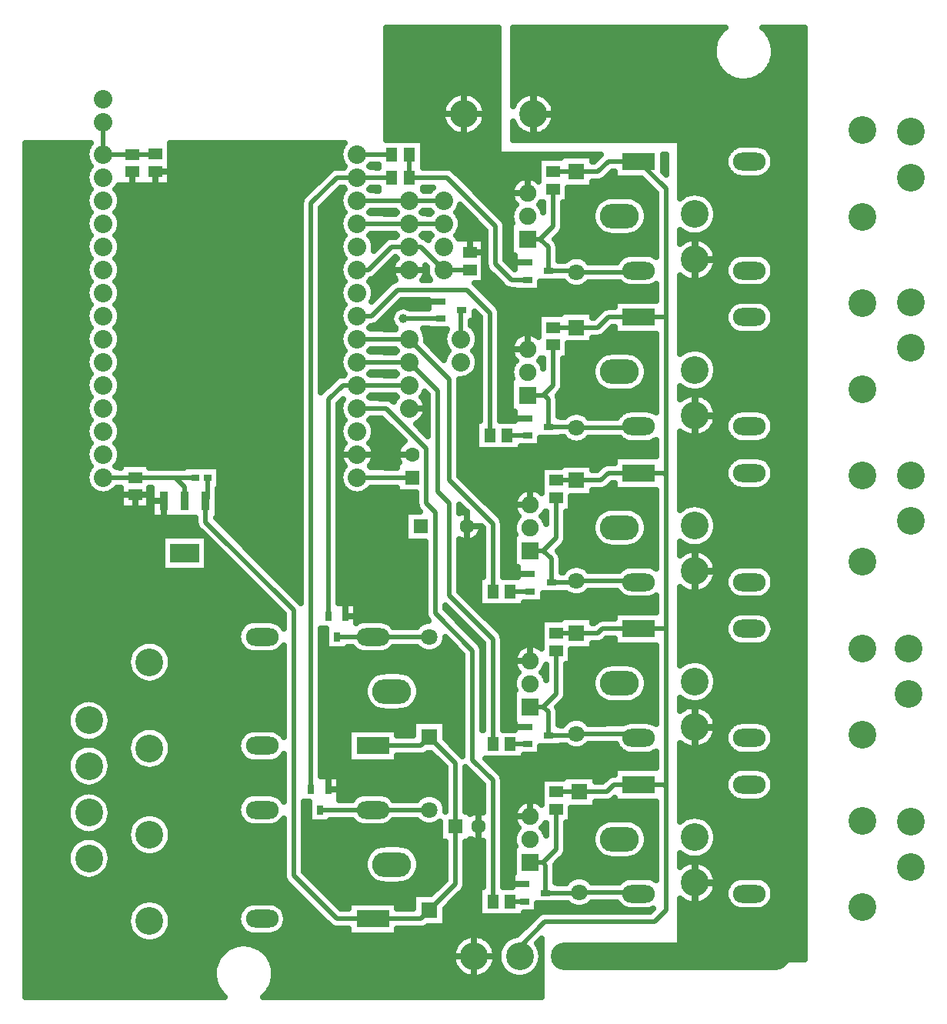
<source format=gbr>
G04 DipTrace 3.3.1.3*
G04 Bottom.gbr*
%MOMM*%
G04 #@! TF.FileFunction,Copper,L2,Bot*
G04 #@! TF.Part,Single*
G04 #@! TA.AperFunction,Conductor*
%ADD13C,0.508*%
G04 #@! TA.AperFunction,ComponentPad*
%ADD14C,3.048*%
%ADD15C,2.032*%
G04 #@! TA.AperFunction,CopperBalancing*
%ADD17C,0.635*%
%ADD18C,0.762*%
%ADD20R,1.5X1.3*%
G04 #@! TA.AperFunction,ComponentPad*
%ADD21C,1.6*%
%ADD22R,1.6X1.6*%
%ADD23R,1.8X1.8*%
%ADD24C,1.8*%
%ADD25R,0.9X0.7*%
G04 #@! TA.AperFunction,ComponentPad*
%ADD26O,3.581X1.981*%
%ADD27R,3.581X1.981*%
%ADD28O,4.305X2.705*%
%ADD30R,1.05X0.65*%
G04 #@! TA.AperFunction,ComponentPad*
%ADD31R,1.9X1.9*%
%ADD32C,1.9*%
%ADD34R,0.65X1.05*%
%ADD35R,1.3X1.5*%
G04 #@! TA.AperFunction,ComponentPad*
%ADD36C,2.032*%
%ADD38R,0.95X2.15*%
%ADD39R,3.25X2.15*%
G04 #@! TA.AperFunction,ViaPad*
%ADD40C,1.0*%
%FSLAX35Y35*%
G04*
G71*
G90*
G75*
G01*
G04 Bottom*
%LPD*%
X4746500Y10366250D2*
D13*
X5127500D1*
X6207000Y7270623D2*
Y8620000D1*
X5953000Y8874000D1*
X5191000D1*
X4905250Y8588250D1*
X4746500D1*
Y8334250D2*
X5318000D1*
X6238750Y5556123D2*
Y6302250D1*
X5762500Y6778500D1*
Y7889750D1*
X5318000Y8334250D1*
X4746500Y8080250D2*
X5318000D1*
X6238750Y3873373D2*
Y5032250D1*
X5762500Y5508500D1*
Y6524500D1*
X5635500Y6651500D1*
Y7762750D1*
X5318000Y8080250D1*
X6238750Y2143000D2*
Y3476500D1*
X6016500Y3698750D1*
Y4905250D1*
X5603750Y5318000D1*
Y6429250D1*
X5508500Y6524500D1*
Y7127750D1*
X5064000Y7572250D1*
X4746500D1*
X5667250Y8556500D2*
X5254500D1*
X7032500Y1539750D2*
D14*
X9350250D1*
X9509000Y1698500D1*
X2301750Y6810250D2*
D13*
X2746250D1*
X2849250Y6707250D1*
Y6556250D1*
X2968500Y6810250D2*
X2301750D1*
X1952500D1*
X7191250Y3349500D2*
X7492873D1*
X7572210Y3428837D1*
X7845293D1*
X7159500Y5095750D2*
X7397623D1*
X7445210Y5143337D1*
X7845293D1*
X7159500Y6778500D2*
X7429373D1*
X7508707Y6857833D1*
X7845293D1*
X7159500Y8461250D2*
X7397623D1*
X7508707Y8572333D1*
X7845293D1*
X7159500Y10175750D2*
X7397627D1*
X7508710Y10286833D1*
X7845293D1*
X6534660Y1539750D2*
Y1645160D1*
X6810250Y1920750D1*
X8016750D1*
X8143750Y2047750D1*
Y3400963D1*
Y5143337D1*
Y6830990D1*
Y8572337D1*
Y9988377D1*
X7845293Y10286833D1*
Y8572333D2*
X8143750Y8572337D1*
X7845293Y5143337D2*
X8143750D1*
X6905500Y10175250D2*
X7159500D1*
Y10175750D1*
X6937000Y3349250D2*
X7191250D1*
Y3349500D1*
X6937000Y5095500D2*
X7159500D1*
Y5095750D1*
X6937250Y6778000D2*
X7159500D1*
Y6778500D1*
X6905500Y8460750D2*
X7159500D1*
Y8461250D1*
X3098500Y6810250D2*
Y6575500D1*
X3079250Y6556250D1*
X4917957Y1952540D2*
X5445040D1*
X5540250Y2047750D1*
X4917957Y3857540D2*
X5445040D1*
X5540250Y3952750D1*
Y2047750D2*
X5826000Y2333500D1*
Y3104977D1*
Y3667000D1*
X5540250Y3952750D1*
X3079250Y6556250D2*
Y6318500D1*
X4048000Y5349750D1*
Y2428750D1*
X4524210Y1952540D1*
X4917957D1*
X7845293Y6857833D2*
X8116907D1*
X8143750Y6830990D1*
X7845293Y3428837D2*
X8115877D1*
X8143750Y3400963D1*
X5826000Y2968500D2*
Y3104977D1*
X5889500Y8334250D2*
Y8659250D1*
X5897250Y8651500D1*
X2270000Y10366250D2*
X2523500D1*
X2524000Y10366750D1*
X1952500Y10715500D2*
Y10366250D1*
X2270000D1*
X7159500Y7356250D2*
X7828010D1*
X7845293Y7373533D1*
X6849750Y7365623D2*
X7150127D1*
X7159500Y7356250D1*
X6619750Y7715123D2*
X6794373D1*
X6800317Y7721067D1*
X6905500Y7826250D1*
Y8270750D1*
X6849750Y7365623D2*
Y7671633D1*
X6800317Y7721067D1*
X7159500Y5673500D2*
X7830827D1*
X7845293Y5659033D1*
X6881500Y5651123D2*
X7137123D1*
X7159500Y5673500D1*
X6651500Y6000623D2*
X6794373D1*
X6937250Y6143500D1*
Y6588000D1*
X6881500Y5651123D2*
Y5913497D1*
X6794373Y6000623D1*
X6619750Y9429623D2*
X6762623D1*
X6905500Y9572500D1*
Y9985250D1*
X7159500Y9070750D2*
X7828010D1*
X7845293Y9088033D1*
X6849750Y9080123D2*
X7150127D1*
X7159500Y9070750D1*
X6849750Y9080123D2*
Y9342497D1*
X6762623Y9429623D1*
X7159500Y3990750D2*
X7799080D1*
X7845293Y3944537D1*
X6849750Y3968373D2*
X7137123D1*
X7159500Y3990750D1*
X6651500Y4286127D2*
X6794377D1*
X6937000Y4428750D1*
Y4905500D1*
X6849750Y3968373D2*
Y4230753D1*
X6794377Y4286127D1*
X7191250Y2244500D2*
X7830830D1*
X7845293Y2230037D1*
X6818000Y2238000D2*
X7184750D1*
X7191250Y2244500D1*
X6651500Y2571627D2*
X6794377D1*
X6937000Y2714250D1*
Y3159250D1*
X6818000Y2238000D2*
Y2542593D1*
X6794377Y2571627D1*
X4333500Y3151250D2*
X4917867D1*
X4917957Y3151340D1*
X5538840D1*
X5540250Y3152750D1*
X4524000Y5056250D2*
X4917867D1*
X4917957Y5056340D1*
X5538840D1*
X5540250Y5057750D1*
X5317500Y10366250D2*
Y10112250D1*
X5730750D1*
X6270500Y9572500D1*
Y9159750D1*
X6445127Y8985123D1*
X6619750D1*
X6397000Y7270623D2*
X6619750D1*
X6428750Y5556123D2*
X6651500D1*
X6428750Y3873373D2*
X6619750D1*
X6428750Y2143000D2*
X6588000D1*
X5318000Y7826250D2*
X4746500D1*
X4429000Y5286250D2*
Y7667500D1*
X4587750Y7826250D1*
X4746500D1*
Y10112250D2*
X5127500D1*
X4238500Y3381250D2*
Y9826500D1*
X4524250Y10112250D1*
X4746500D1*
Y9604250D2*
X5318000D1*
X5699000D1*
Y9858250D2*
X5318000D1*
X4746500D1*
X5318000Y9350250D2*
X5445000D1*
X5699000Y9096250D1*
X4746500Y6810250D2*
X5349750D1*
X5699000Y9096250D2*
X5984750D1*
X4746500D2*
X4873500D1*
X5127500Y9350250D1*
X5318000D1*
D40*
X2270000Y9858250D3*
X5254500Y8556500D3*
X5413250Y8747000D3*
X5984750Y9572500D3*
X4619500Y5572000D3*
X4429000Y3635250D3*
X6467397Y11700083D2*
D17*
X8728603D1*
X9271407D2*
X9661387D1*
X6467397Y11636917D2*
X8691140D1*
X9308867D2*
X9661387D1*
X6467397Y11573750D2*
X8669903D1*
X9330103D2*
X9661387D1*
X6467397Y11510583D2*
X8661700D1*
X9338307D2*
X9661387D1*
X6467397Y11447417D2*
X8665710D1*
X9334207D2*
X9661387D1*
X6467397Y11384250D2*
X8682390D1*
X9317617D2*
X9661387D1*
X6467397Y11321083D2*
X8713927D1*
X9286080D2*
X9661387D1*
X6467397Y11257917D2*
X8766337D1*
X9233670D2*
X9661387D1*
X6467397Y11194750D2*
X8862860D1*
X9137147D2*
X9661387D1*
X6467397Y11131583D2*
X9661387D1*
X6467397Y11068417D2*
X9661387D1*
X6467397Y11005250D2*
X6540647D1*
X6825873D2*
X9661387D1*
X6887487Y10942083D2*
X9661387D1*
X6917110Y10878917D2*
X9661387D1*
X6927043Y10815750D2*
X9661387D1*
X6919843Y10752583D2*
X9661387D1*
X6893777Y10689417D2*
X9661387D1*
X6467397Y10626250D2*
X6527340D1*
X6839180D2*
X9661387D1*
X6467397Y10563083D2*
X9661387D1*
X8308177Y10499917D2*
X9661387D1*
X8308813Y10436750D2*
X8871153D1*
X9257827D2*
X9661387D1*
X8308813Y10373583D2*
X8815737D1*
X9313333D2*
X9661387D1*
X8308813Y10310417D2*
X8795503D1*
X9333477D2*
X9661387D1*
X8308813Y10247250D2*
X8798330D1*
X9330650D2*
X9661387D1*
X8308813Y10184083D2*
X8825400D1*
X9303670D2*
X9661387D1*
X8308813Y10120917D2*
X8898407D1*
X9230663D2*
X9661387D1*
X8308813Y10057750D2*
X9661387D1*
X8308813Y9994583D2*
X9661387D1*
X8308813Y9931417D2*
X8376140D1*
X8546340D2*
X9661387D1*
X8642317Y9868250D2*
X9661387D1*
X8684063Y9805083D2*
X9661387D1*
X8702563Y9741917D2*
X9661387D1*
X8703387Y9678750D2*
X9661387D1*
X8686613Y9615583D2*
X9661387D1*
X8647603Y9552417D2*
X9661387D1*
X8308813Y9489250D2*
X8361010D1*
X8561563D2*
X9661387D1*
X8308813Y9426083D2*
X8362377D1*
X8560197D2*
X9661387D1*
X8647057Y9362917D2*
X9661387D1*
X8686433Y9299750D2*
X9661387D1*
X8703293Y9236583D2*
X8869423D1*
X9259647D2*
X9661387D1*
X8702657Y9173417D2*
X8815007D1*
X9313970D2*
X9661387D1*
X8684337Y9110250D2*
X8795320D1*
X9333660D2*
X9661387D1*
X8642863Y9047083D2*
X8798603D1*
X9330377D2*
X9661387D1*
X8308813Y8983917D2*
X8374500D1*
X8548073D2*
X8826220D1*
X9302760D2*
X9661387D1*
X8308813Y8920750D2*
X8901140D1*
X9227930D2*
X9661387D1*
X8308813Y8857583D2*
X9661387D1*
X8308813Y8794417D2*
X9661387D1*
X8308813Y8731250D2*
X8885100D1*
X9243970D2*
X9661387D1*
X8308813Y8668083D2*
X8820840D1*
X9308137D2*
X9661387D1*
X8308813Y8604917D2*
X8796870D1*
X9332110D2*
X9661387D1*
X8308813Y8541750D2*
X8796597D1*
X9332383D2*
X9661387D1*
X8308813Y8478583D2*
X8819657D1*
X9309323D2*
X9661387D1*
X8308813Y8415417D2*
X8881817D1*
X9247160D2*
X9661387D1*
X8308813Y8352250D2*
X9661387D1*
X8308813Y8289083D2*
X9661387D1*
X8308813Y8225917D2*
X8409137D1*
X8513347D2*
X9661387D1*
X8633567Y8162750D2*
X9661387D1*
X8679780Y8099583D2*
X9661387D1*
X8701107Y8036417D2*
X9661387D1*
X8704297Y7973250D2*
X9661387D1*
X8690170Y7910083D2*
X9661387D1*
X8654987Y7846917D2*
X9661387D1*
X8308813Y7783750D2*
X8342327D1*
X8580157D2*
X9661387D1*
X8308813Y7720583D2*
X8387443D1*
X8535040D2*
X9661387D1*
X8638853Y7657417D2*
X9661387D1*
X8682330Y7594250D2*
X9661387D1*
X8702017Y7531083D2*
X8882913D1*
X9246067D2*
X9661387D1*
X8703750Y7467917D2*
X8820020D1*
X9308957D2*
X9661387D1*
X8688163Y7404750D2*
X8796687D1*
X9332290D2*
X9661387D1*
X8650703Y7341583D2*
X8796780D1*
X9332200D2*
X9661387D1*
X8308813Y7278417D2*
X8352900D1*
X8569583D2*
X8820477D1*
X9308503D2*
X9661387D1*
X8308813Y7215250D2*
X8884007D1*
X9244973D2*
X9661387D1*
X8308813Y7152083D2*
X9661387D1*
X8308813Y7088917D2*
X9661387D1*
X8308813Y7025750D2*
X8902507D1*
X9226470D2*
X9661387D1*
X8308813Y6962583D2*
X8826673D1*
X9302303D2*
X9661387D1*
X8308813Y6899417D2*
X8798783D1*
X9330287D2*
X9661387D1*
X8308813Y6836250D2*
X8795320D1*
X9333750D2*
X9661387D1*
X8308813Y6773083D2*
X8814733D1*
X9314337D2*
X9661387D1*
X8308813Y6709917D2*
X8868510D1*
X9260470D2*
X9661387D1*
X8308813Y6646750D2*
X9661387D1*
X8308813Y6583583D2*
X9661387D1*
X8308813Y6520417D2*
X9661387D1*
X8623813Y6457250D2*
X9661387D1*
X8675040Y6394083D2*
X9661387D1*
X8699193Y6330917D2*
X9661387D1*
X8704843Y6267750D2*
X9661387D1*
X8693360Y6204583D2*
X9661387D1*
X8661640Y6141417D2*
X9661387D1*
X8595470Y6078250D2*
X9661387D1*
X8308813Y6015083D2*
X8435660D1*
X8486913D2*
X9661387D1*
X8629740Y5951917D2*
X9661387D1*
X8677863Y5888750D2*
X9661387D1*
X8700377Y5825583D2*
X8899683D1*
X9229297D2*
X9661387D1*
X8704570Y5762417D2*
X8825763D1*
X9303217D2*
X9661387D1*
X8691537Y5699250D2*
X8798420D1*
X9330560D2*
X9661387D1*
X8657720Y5636083D2*
X8795413D1*
X9333567D2*
X9661387D1*
X8308813Y5572917D2*
X8335763D1*
X8586720D2*
X8815373D1*
X9313607D2*
X9661387D1*
X8308813Y5509750D2*
X8870333D1*
X9258737D2*
X9661387D1*
X8308813Y5446583D2*
X9661387D1*
X8308813Y5383417D2*
X9661387D1*
X8308813Y5320250D2*
X8926937D1*
X9202043D2*
X9661387D1*
X8308813Y5257083D2*
X8833330D1*
X9295650D2*
X9661387D1*
X8308813Y5193917D2*
X8801063D1*
X9327917D2*
X9661387D1*
X8308813Y5130750D2*
X8794410D1*
X9334570D2*
X9661387D1*
X8308813Y5067583D2*
X8810360D1*
X9318710D2*
X9661387D1*
X8308813Y5004417D2*
X8857300D1*
X9271680D2*
X9661387D1*
X8308813Y4941250D2*
X9661387D1*
X8308813Y4878083D2*
X9661387D1*
X8308813Y4814917D2*
X9661387D1*
X8612877Y4751750D2*
X9661387D1*
X8669753Y4688583D2*
X9661387D1*
X8697003Y4625417D2*
X9661387D1*
X8705117Y4562250D2*
X9661387D1*
X8696093Y4499083D2*
X9661387D1*
X8667657Y4435917D2*
X9661387D1*
X8608593Y4372750D2*
X9661387D1*
X8308813Y4309583D2*
X9661387D1*
X8619530Y4246417D2*
X9661387D1*
X8672943Y4183250D2*
X9661387D1*
X8698373Y4120083D2*
X8922650D1*
X9206327D2*
X9661387D1*
X8705027Y4056917D2*
X8832327D1*
X9296653D2*
X9661387D1*
X8694543Y3993750D2*
X8800697D1*
X9328280D2*
X9661387D1*
X8664193Y3930583D2*
X8794500D1*
X9334480D2*
X9661387D1*
X8601030Y3867417D2*
X8810907D1*
X9318073D2*
X9661387D1*
X8308813Y3804250D2*
X8858850D1*
X9270130D2*
X9661387D1*
X8308813Y3741083D2*
X9661387D1*
X8308813Y3677917D2*
X9661387D1*
X8308813Y3614750D2*
X9661387D1*
X8308813Y3551583D2*
X8840893D1*
X9288177D2*
X9661387D1*
X8308813Y3488417D2*
X8803887D1*
X9325090D2*
X9661387D1*
X8308813Y3425250D2*
X8794043D1*
X9334933D2*
X9661387D1*
X8308813Y3362083D2*
X8806530D1*
X9322447D2*
X9661387D1*
X8308813Y3298917D2*
X8847730D1*
X9281340D2*
X9661387D1*
X8308813Y3235750D2*
X9661387D1*
X8308813Y3172583D2*
X9661387D1*
X8308813Y3109417D2*
X9661387D1*
X8600390Y3046250D2*
X9661387D1*
X8663827Y2983083D2*
X9661387D1*
X8694363Y2919917D2*
X9661387D1*
X8704933Y2856750D2*
X9661387D1*
X8698463Y2793583D2*
X9661387D1*
X8673123Y2730417D2*
X9661387D1*
X8619987Y2667250D2*
X9661387D1*
X8308813Y2604083D2*
X9661387D1*
X8608047Y2540917D2*
X9661387D1*
X8667383Y2477750D2*
X9661387D1*
X8696003Y2414583D2*
X9661387D1*
X8705117Y2351417D2*
X8839710D1*
X9289270D2*
X9661387D1*
X8697097Y2288250D2*
X8803433D1*
X9325547D2*
X9661387D1*
X8669933Y2225083D2*
X8794043D1*
X9334933D2*
X9661387D1*
X8613423Y2161917D2*
X8807080D1*
X9321900D2*
X9661387D1*
X8308813Y2098750D2*
X8849007D1*
X9279973D2*
X9661387D1*
X8308813Y2035583D2*
X9661387D1*
X8308813Y1972417D2*
X9661387D1*
X8308813Y1909250D2*
X9661387D1*
X8308813Y1846083D2*
X9661387D1*
X8308813Y1782917D2*
X9661387D1*
X8308813Y1719750D2*
X9661387D1*
X8308813Y1656583D2*
X9661387D1*
X8308813Y1593417D2*
X9661387D1*
X8308813Y1530250D2*
X9661387D1*
X9331263Y11476687D2*
X9328810Y11453487D1*
X9324733Y11430517D1*
X9319053Y11407890D1*
X9311800Y11385720D1*
X9303007Y11364110D1*
X9292720Y11343173D1*
X9280987Y11323010D1*
X9267867Y11303720D1*
X9253427Y11285397D1*
X9237737Y11268137D1*
X9220870Y11252017D1*
X9202917Y11237123D1*
X9183960Y11223527D1*
X9164097Y11211293D1*
X9143420Y11200483D1*
X9122040Y11191153D1*
X9100057Y11183350D1*
X9077580Y11177107D1*
X9054717Y11172457D1*
X9031587Y11169423D1*
X9008300Y11168020D1*
X8984973Y11168257D1*
X8961720Y11170130D1*
X8938657Y11173630D1*
X8915893Y11178743D1*
X8893547Y11185440D1*
X8871727Y11193690D1*
X8850540Y11203453D1*
X8830090Y11214677D1*
X8810477Y11227310D1*
X8791800Y11241287D1*
X8774150Y11256543D1*
X8757617Y11273000D1*
X8742277Y11290577D1*
X8728210Y11309187D1*
X8715483Y11328740D1*
X8704163Y11349137D1*
X8694300Y11370277D1*
X8685950Y11392060D1*
X8679147Y11414373D1*
X8673927Y11437110D1*
X8670317Y11460160D1*
X8668333Y11483403D1*
X8667983Y11506730D1*
X8669277Y11530023D1*
X8672200Y11553167D1*
X8676740Y11576050D1*
X8682877Y11598557D1*
X8690580Y11620577D1*
X8699810Y11642000D1*
X8710520Y11662727D1*
X8722657Y11682647D1*
X8736163Y11701670D1*
X8750973Y11719693D1*
X8767013Y11736633D1*
X8784200Y11752407D1*
X8797817Y11763247D1*
X6460997Y11763250D1*
X6461000Y10894387D1*
X6469853Y10914980D1*
X6481107Y10935410D1*
X6494310Y10954637D1*
X6509337Y10972477D1*
X6526037Y10988757D1*
X6544257Y11003317D1*
X6563817Y11016023D1*
X6584527Y11026750D1*
X6606193Y11035390D1*
X6628600Y11041867D1*
X6651533Y11046113D1*
X6674773Y11048090D1*
X6698097Y11047777D1*
X6721273Y11045177D1*
X6744087Y11040317D1*
X6766310Y11033240D1*
X6787733Y11024020D1*
X6808150Y11012743D1*
X6827363Y10999517D1*
X6845183Y10984470D1*
X6861443Y10967750D1*
X6875983Y10949513D1*
X6888667Y10929937D1*
X6899367Y10909213D1*
X6907983Y10887540D1*
X6914433Y10865123D1*
X6918650Y10842183D1*
X6920600Y10818943D1*
X6920327Y10796757D1*
X6917810Y10773570D1*
X6913033Y10750740D1*
X6906040Y10728490D1*
X6896897Y10707033D1*
X6885690Y10686577D1*
X6872533Y10667317D1*
X6857553Y10649443D1*
X6840890Y10633123D1*
X6822703Y10618517D1*
X6803177Y10605763D1*
X6782490Y10594990D1*
X6760847Y10586293D1*
X6738457Y10579767D1*
X6715530Y10575463D1*
X6692297Y10573433D1*
X6668973Y10573690D1*
X6645790Y10576233D1*
X6622967Y10581040D1*
X6600723Y10588060D1*
X6579277Y10597230D1*
X6558833Y10608457D1*
X6539590Y10621637D1*
X6521733Y10636640D1*
X6505433Y10653323D1*
X6490850Y10671527D1*
X6478120Y10691070D1*
X6467370Y10711770D1*
X6461007Y10727063D1*
X6461000Y10525067D1*
X8273240Y10524903D1*
X8280560Y10523447D1*
X8287340Y10520320D1*
X8293200Y10515700D1*
X8297820Y10509840D1*
X8300947Y10503060D1*
X8302403Y10495740D1*
X8302500Y9883940D1*
X8321657Y9899507D1*
X8337163Y9909867D1*
X8353433Y9918980D1*
X8370367Y9926787D1*
X8387860Y9933240D1*
X8405810Y9938300D1*
X8424100Y9941940D1*
X8442617Y9944130D1*
X8461250Y9944863D1*
X8479883Y9944130D1*
X8498400Y9941940D1*
X8516690Y9938300D1*
X8534640Y9933240D1*
X8552133Y9926787D1*
X8569067Y9918980D1*
X8585337Y9909867D1*
X8600843Y9899507D1*
X8615487Y9887963D1*
X8629180Y9875303D1*
X8641840Y9861610D1*
X8653383Y9846967D1*
X8663743Y9831460D1*
X8672857Y9815190D1*
X8680663Y9798257D1*
X8687117Y9780763D1*
X8692177Y9762813D1*
X8695817Y9744523D1*
X8698007Y9726007D1*
X8698740Y9707373D1*
X8698007Y9688740D1*
X8695817Y9670223D1*
X8692177Y9651933D1*
X8687117Y9633983D1*
X8680663Y9616490D1*
X8672857Y9599557D1*
X8663743Y9583287D1*
X8653383Y9567780D1*
X8641840Y9553137D1*
X8629180Y9539443D1*
X8615487Y9526783D1*
X8600843Y9515240D1*
X8585337Y9504880D1*
X8569067Y9495767D1*
X8552133Y9487960D1*
X8534640Y9481507D1*
X8516690Y9476447D1*
X8498400Y9472807D1*
X8479883Y9470617D1*
X8461250Y9469883D1*
X8442617Y9470617D1*
X8424100Y9472807D1*
X8405810Y9476447D1*
X8387860Y9481507D1*
X8370367Y9487960D1*
X8353433Y9495767D1*
X8337163Y9504880D1*
X8321657Y9515240D1*
X8302467Y9530987D1*
X8302500Y9384097D1*
X8322257Y9399940D1*
X8341817Y9412647D1*
X8362527Y9423373D1*
X8384193Y9432013D1*
X8406600Y9438490D1*
X8429533Y9442737D1*
X8452773Y9444713D1*
X8476097Y9444400D1*
X8499273Y9441800D1*
X8522087Y9436940D1*
X8544310Y9429863D1*
X8565733Y9420643D1*
X8586150Y9409367D1*
X8605363Y9396140D1*
X8623183Y9381093D1*
X8639443Y9364373D1*
X8653983Y9346137D1*
X8666667Y9326560D1*
X8677367Y9305837D1*
X8685983Y9284163D1*
X8692433Y9261747D1*
X8696650Y9238807D1*
X8698600Y9215567D1*
X8698327Y9193380D1*
X8695810Y9170193D1*
X8691033Y9147363D1*
X8684040Y9125113D1*
X8674897Y9103657D1*
X8663690Y9083200D1*
X8650533Y9063940D1*
X8635553Y9046067D1*
X8618890Y9029747D1*
X8600703Y9015140D1*
X8581177Y9002387D1*
X8560490Y8991613D1*
X8538847Y8982917D1*
X8516457Y8976390D1*
X8493530Y8972087D1*
X8470297Y8970057D1*
X8446973Y8970313D1*
X8423790Y8972857D1*
X8400967Y8977663D1*
X8378723Y8984683D1*
X8357277Y8993853D1*
X8336833Y9005080D1*
X8317590Y9018260D1*
X8302497Y9030750D1*
X8302500Y8169487D1*
X8321657Y8185010D1*
X8337163Y8195370D1*
X8353433Y8204483D1*
X8370367Y8212290D1*
X8387860Y8218743D1*
X8405810Y8223803D1*
X8424100Y8227443D1*
X8442617Y8229633D1*
X8461250Y8230367D1*
X8479883Y8229633D1*
X8498400Y8227443D1*
X8516690Y8223803D1*
X8534640Y8218743D1*
X8552133Y8212290D1*
X8569067Y8204483D1*
X8585337Y8195370D1*
X8600843Y8185010D1*
X8615487Y8173467D1*
X8629180Y8160807D1*
X8641840Y8147113D1*
X8653383Y8132470D1*
X8663743Y8116963D1*
X8672857Y8100693D1*
X8680663Y8083760D1*
X8687117Y8066267D1*
X8692177Y8048317D1*
X8695817Y8030027D1*
X8698007Y8011510D1*
X8698740Y7992877D1*
X8698007Y7974243D1*
X8695817Y7955727D1*
X8692177Y7937437D1*
X8687117Y7919487D1*
X8680663Y7901993D1*
X8672857Y7885060D1*
X8663743Y7868790D1*
X8653383Y7853283D1*
X8641840Y7838640D1*
X8629180Y7824947D1*
X8615487Y7812287D1*
X8600843Y7800743D1*
X8585337Y7790383D1*
X8569067Y7781270D1*
X8552133Y7773463D1*
X8534640Y7767010D1*
X8516690Y7761950D1*
X8498400Y7758310D1*
X8479883Y7756120D1*
X8461250Y7755387D1*
X8442617Y7756120D1*
X8424100Y7758310D1*
X8405810Y7761950D1*
X8387860Y7767010D1*
X8370367Y7773463D1*
X8353433Y7781270D1*
X8337163Y7790383D1*
X8321657Y7800743D1*
X8302467Y7816490D1*
X8302500Y7669460D1*
X8318500Y7682677D1*
X8337807Y7695763D1*
X8358303Y7706893D1*
X8379793Y7715960D1*
X8402070Y7722873D1*
X8424913Y7727570D1*
X8448110Y7730003D1*
X8471433Y7730147D1*
X8494660Y7728003D1*
X8517563Y7723593D1*
X8539923Y7716957D1*
X8561523Y7708160D1*
X8582157Y7697283D1*
X8601627Y7684440D1*
X8619740Y7669747D1*
X8636323Y7653347D1*
X8651220Y7635400D1*
X8664283Y7616077D1*
X8675390Y7595567D1*
X8684430Y7574067D1*
X8691320Y7551783D1*
X8695987Y7528930D1*
X8698393Y7505730D1*
X8698557Y7483547D1*
X8696497Y7460313D1*
X8692167Y7437393D1*
X8685613Y7415010D1*
X8676893Y7393377D1*
X8666093Y7372707D1*
X8653317Y7353190D1*
X8638687Y7335023D1*
X8622350Y7318380D1*
X8604457Y7303420D1*
X8585180Y7290287D1*
X8564710Y7279107D1*
X8543243Y7269990D1*
X8520983Y7263020D1*
X8498150Y7258270D1*
X8474957Y7255783D1*
X8451633Y7255580D1*
X8428403Y7257670D1*
X8405490Y7262027D1*
X8383113Y7268607D1*
X8361493Y7277353D1*
X8340833Y7288180D1*
X8321333Y7300977D1*
X8302497Y7316253D1*
X8302500Y6455033D1*
X8321657Y6470510D1*
X8337163Y6480870D1*
X8353433Y6489983D1*
X8370367Y6497790D1*
X8387860Y6504243D1*
X8405810Y6509303D1*
X8424100Y6512943D1*
X8442617Y6515133D1*
X8461250Y6515867D1*
X8479883Y6515133D1*
X8498400Y6512943D1*
X8516690Y6509303D1*
X8534640Y6504243D1*
X8552133Y6497790D1*
X8569067Y6489983D1*
X8585337Y6480870D1*
X8600843Y6470510D1*
X8615487Y6458967D1*
X8629180Y6446307D1*
X8641840Y6432613D1*
X8653383Y6417970D1*
X8663743Y6402463D1*
X8672857Y6386193D1*
X8680663Y6369260D1*
X8687117Y6351767D1*
X8692177Y6333817D1*
X8695817Y6315527D1*
X8698007Y6297010D1*
X8698740Y6278377D1*
X8698007Y6259743D1*
X8695817Y6241227D1*
X8692177Y6222937D1*
X8687117Y6204987D1*
X8680663Y6187493D1*
X8672857Y6170560D1*
X8663743Y6154290D1*
X8653383Y6138783D1*
X8641840Y6124140D1*
X8629180Y6110447D1*
X8615487Y6097787D1*
X8600843Y6086243D1*
X8585337Y6075883D1*
X8569067Y6066770D1*
X8552133Y6058963D1*
X8534640Y6052510D1*
X8516690Y6047450D1*
X8498400Y6043810D1*
X8479883Y6041620D1*
X8461250Y6040887D1*
X8442617Y6041620D1*
X8424100Y6043810D1*
X8405810Y6047450D1*
X8387860Y6052510D1*
X8370367Y6058963D1*
X8353433Y6066770D1*
X8337163Y6075883D1*
X8321657Y6086243D1*
X8302467Y6101990D1*
X8302500Y5955007D1*
X8322257Y5970943D1*
X8341817Y5983650D1*
X8362527Y5994377D1*
X8384193Y6003017D1*
X8406600Y6009493D1*
X8429533Y6013740D1*
X8452773Y6015717D1*
X8476097Y6015403D1*
X8499273Y6012803D1*
X8522087Y6007943D1*
X8544310Y6000867D1*
X8565733Y5991647D1*
X8586150Y5980370D1*
X8605363Y5967143D1*
X8623183Y5952097D1*
X8639443Y5935377D1*
X8653983Y5917140D1*
X8666667Y5897563D1*
X8677367Y5876840D1*
X8685983Y5855167D1*
X8692433Y5832750D1*
X8696650Y5809810D1*
X8698600Y5786570D1*
X8698327Y5764383D1*
X8695810Y5741197D1*
X8691033Y5718367D1*
X8684040Y5696117D1*
X8674897Y5674660D1*
X8663690Y5654203D1*
X8650533Y5634943D1*
X8635553Y5617070D1*
X8618890Y5600750D1*
X8600703Y5586143D1*
X8581177Y5573390D1*
X8560490Y5562617D1*
X8538847Y5553920D1*
X8516457Y5547393D1*
X8493530Y5543090D1*
X8470297Y5541060D1*
X8446973Y5541317D1*
X8423790Y5543860D1*
X8400967Y5548667D1*
X8378723Y5555687D1*
X8357277Y5564857D1*
X8336833Y5576083D1*
X8317590Y5589263D1*
X8302497Y5601753D1*
X8302500Y4740580D1*
X8321657Y4756010D1*
X8337163Y4766370D1*
X8353433Y4775483D1*
X8370367Y4783290D1*
X8387860Y4789743D1*
X8405810Y4794803D1*
X8424100Y4798443D1*
X8442617Y4800633D1*
X8461250Y4801367D1*
X8479883Y4800633D1*
X8498400Y4798443D1*
X8516690Y4794803D1*
X8534640Y4789743D1*
X8552133Y4783290D1*
X8569067Y4775483D1*
X8585337Y4766370D1*
X8600843Y4756010D1*
X8615487Y4744467D1*
X8629180Y4731807D1*
X8641840Y4718113D1*
X8653383Y4703470D1*
X8663743Y4687963D1*
X8672857Y4671693D1*
X8680663Y4654760D1*
X8687117Y4637267D1*
X8692177Y4619317D1*
X8695817Y4601027D1*
X8698007Y4582510D1*
X8698740Y4563877D1*
X8698007Y4545243D1*
X8695817Y4526727D1*
X8692177Y4508437D1*
X8687117Y4490487D1*
X8680663Y4472993D1*
X8672857Y4456060D1*
X8663743Y4439790D1*
X8653383Y4424283D1*
X8641840Y4409640D1*
X8629180Y4395947D1*
X8615487Y4383287D1*
X8600843Y4371743D1*
X8585337Y4361383D1*
X8569067Y4352270D1*
X8552133Y4344463D1*
X8534640Y4338010D1*
X8516690Y4332950D1*
X8498400Y4329310D1*
X8479883Y4327120D1*
X8461250Y4326387D1*
X8442617Y4327120D1*
X8424100Y4329310D1*
X8405810Y4332950D1*
X8387860Y4338010D1*
X8370367Y4344463D1*
X8353433Y4352270D1*
X8337163Y4361383D1*
X8321657Y4371743D1*
X8302467Y4387490D1*
X8302500Y4240553D1*
X8322257Y4256443D1*
X8341817Y4269150D1*
X8362527Y4279877D1*
X8384193Y4288517D1*
X8406600Y4294993D1*
X8429533Y4299240D1*
X8452773Y4301217D1*
X8476097Y4300903D1*
X8499273Y4298303D1*
X8522087Y4293443D1*
X8544310Y4286367D1*
X8565733Y4277147D1*
X8586150Y4265870D1*
X8605363Y4252643D1*
X8623183Y4237597D1*
X8639443Y4220877D1*
X8653983Y4202640D1*
X8666667Y4183063D1*
X8677367Y4162340D1*
X8685983Y4140667D1*
X8692433Y4118250D1*
X8696650Y4095310D1*
X8698600Y4072070D1*
X8698327Y4049883D1*
X8695810Y4026697D1*
X8691033Y4003867D1*
X8684040Y3981617D1*
X8674897Y3960160D1*
X8663690Y3939703D1*
X8650533Y3920443D1*
X8635553Y3902570D1*
X8618890Y3886250D1*
X8600703Y3871643D1*
X8581177Y3858890D1*
X8560490Y3848117D1*
X8538847Y3839420D1*
X8516457Y3832893D1*
X8493530Y3828590D1*
X8470297Y3826560D1*
X8446973Y3826817D1*
X8423790Y3829360D1*
X8400967Y3834167D1*
X8378723Y3841187D1*
X8357277Y3850357D1*
X8336833Y3861583D1*
X8317590Y3874763D1*
X8302497Y3887253D1*
X8302500Y3025947D1*
X8321657Y3041507D1*
X8337163Y3051867D1*
X8353433Y3060980D1*
X8370367Y3068787D1*
X8387860Y3075240D1*
X8405810Y3080300D1*
X8424100Y3083940D1*
X8442617Y3086130D1*
X8461250Y3086863D1*
X8479883Y3086130D1*
X8498400Y3083940D1*
X8516690Y3080300D1*
X8534640Y3075240D1*
X8552133Y3068787D1*
X8569067Y3060980D1*
X8585337Y3051867D1*
X8600843Y3041507D1*
X8615487Y3029963D1*
X8629180Y3017303D1*
X8641840Y3003610D1*
X8653383Y2988967D1*
X8663743Y2973460D1*
X8672857Y2957190D1*
X8680663Y2940257D1*
X8687117Y2922763D1*
X8692177Y2904813D1*
X8695817Y2886523D1*
X8698007Y2868007D1*
X8698740Y2849373D1*
X8698007Y2830740D1*
X8695817Y2812223D1*
X8692177Y2793933D1*
X8687117Y2775983D1*
X8680663Y2758490D1*
X8672857Y2741557D1*
X8663743Y2725287D1*
X8653383Y2709780D1*
X8641840Y2695137D1*
X8629180Y2681443D1*
X8615487Y2668783D1*
X8600843Y2657240D1*
X8585337Y2646880D1*
X8569067Y2637767D1*
X8552133Y2629960D1*
X8534640Y2623507D1*
X8516690Y2618447D1*
X8498400Y2614807D1*
X8479883Y2612617D1*
X8461250Y2611883D1*
X8442617Y2612617D1*
X8424100Y2614807D1*
X8405810Y2618447D1*
X8387860Y2623507D1*
X8370367Y2629960D1*
X8353433Y2637767D1*
X8337163Y2646880D1*
X8321657Y2657240D1*
X8302467Y2672987D1*
X8302500Y2525920D1*
X8318500Y2539173D1*
X8337807Y2552260D1*
X8358303Y2563390D1*
X8379793Y2572457D1*
X8402070Y2579370D1*
X8424913Y2584067D1*
X8448110Y2586500D1*
X8471433Y2586643D1*
X8494660Y2584500D1*
X8517563Y2580090D1*
X8539923Y2573453D1*
X8561523Y2564657D1*
X8582157Y2553780D1*
X8601627Y2540937D1*
X8619740Y2526243D1*
X8636323Y2509843D1*
X8651220Y2491897D1*
X8664283Y2472573D1*
X8675390Y2452063D1*
X8684430Y2430563D1*
X8691320Y2408280D1*
X8695987Y2385427D1*
X8698393Y2362227D1*
X8698557Y2340043D1*
X8696497Y2316810D1*
X8692167Y2293890D1*
X8685613Y2271507D1*
X8676893Y2249873D1*
X8666093Y2229203D1*
X8653317Y2209687D1*
X8638687Y2191520D1*
X8622350Y2174877D1*
X8604457Y2159917D1*
X8585180Y2146783D1*
X8564710Y2135603D1*
X8543243Y2126487D1*
X8520983Y2119517D1*
X8498150Y2114767D1*
X8474957Y2112280D1*
X8451633Y2112077D1*
X8428403Y2114167D1*
X8405490Y2118523D1*
X8383113Y2125103D1*
X8361493Y2133850D1*
X8340833Y2144677D1*
X8321333Y2157473D1*
X8302497Y2172750D1*
X8302500Y1508003D1*
X9667743Y1508000D1*
X9667750Y11763243D1*
X9202483Y11763250D1*
X9230737Y11738830D1*
X9246933Y11722043D1*
X9261913Y11704157D1*
X9275600Y11685267D1*
X9287927Y11665460D1*
X9298833Y11644837D1*
X9308263Y11623500D1*
X9316173Y11601553D1*
X9322523Y11579107D1*
X9327280Y11556270D1*
X9330423Y11533153D1*
X9332083Y11500000D1*
X9331263Y11476687D1*
X8984557Y10102737D2*
X8955693Y10105000D1*
X8927597Y10111747D1*
X8900903Y10122803D1*
X8876267Y10137900D1*
X8854293Y10156667D1*
X8835527Y10178640D1*
X8820430Y10203277D1*
X8809373Y10229970D1*
X8802627Y10258067D1*
X8800360Y10286873D1*
X8802627Y10315680D1*
X8809373Y10343777D1*
X8820430Y10370470D1*
X8835527Y10395107D1*
X8854293Y10417080D1*
X8876267Y10435847D1*
X8900903Y10450943D1*
X8927597Y10462000D1*
X8955693Y10468747D1*
X8984557Y10471010D1*
X9158947Y10470447D1*
X9187487Y10465927D1*
X9214967Y10456997D1*
X9240713Y10443880D1*
X9264090Y10426893D1*
X9284520Y10406463D1*
X9301507Y10383087D1*
X9314623Y10357340D1*
X9323553Y10329860D1*
X9328073Y10301320D1*
Y10272427D1*
X9323553Y10243887D1*
X9314623Y10216407D1*
X9301507Y10190660D1*
X9284520Y10167283D1*
X9264090Y10146853D1*
X9240713Y10129867D1*
X9214967Y10116750D1*
X9187487Y10107820D1*
X9158947Y10103300D1*
X9097833Y10102733D1*
X8984500Y10102823D1*
X8984557Y8903857D2*
X8955693Y8906120D1*
X8927597Y8912867D1*
X8900903Y8923923D1*
X8876267Y8939020D1*
X8854293Y8957787D1*
X8835527Y8979760D1*
X8820430Y9004397D1*
X8809373Y9031090D1*
X8802627Y9059187D1*
X8800360Y9087993D1*
X8802627Y9116800D1*
X8809373Y9144897D1*
X8820430Y9171590D1*
X8835527Y9196227D1*
X8854293Y9218200D1*
X8876267Y9236967D1*
X8900903Y9252063D1*
X8927597Y9263120D1*
X8955693Y9269867D1*
X8984557Y9272130D1*
X9158947Y9271567D1*
X9187487Y9267047D1*
X9214967Y9258117D1*
X9240713Y9245000D1*
X9264090Y9228013D1*
X9284520Y9207583D1*
X9301507Y9184207D1*
X9314623Y9158460D1*
X9323553Y9130980D1*
X9328073Y9102440D1*
Y9073547D1*
X9323553Y9045007D1*
X9314623Y9017527D1*
X9301507Y8991780D1*
X9284520Y8968403D1*
X9264090Y8947973D1*
X9240713Y8930987D1*
X9214967Y8917870D1*
X9187487Y8908940D1*
X9158947Y8904420D1*
X9097833Y8903853D1*
X8984500Y8903943D1*
X8984557Y8388237D2*
X8955693Y8390500D1*
X8927597Y8397247D1*
X8900903Y8408303D1*
X8876267Y8423400D1*
X8854293Y8442167D1*
X8835527Y8464140D1*
X8820430Y8488777D1*
X8809373Y8515470D1*
X8802627Y8543567D1*
X8800360Y8572373D1*
X8802627Y8601180D1*
X8809373Y8629277D1*
X8820430Y8655970D1*
X8835527Y8680607D1*
X8854293Y8702580D1*
X8876267Y8721347D1*
X8900903Y8736443D1*
X8927597Y8747500D1*
X8955693Y8754247D1*
X8984557Y8756510D1*
X9158947Y8755947D1*
X9187487Y8751427D1*
X9214967Y8742497D1*
X9240713Y8729380D1*
X9264090Y8712393D1*
X9284520Y8691963D1*
X9301507Y8668587D1*
X9314623Y8642840D1*
X9323553Y8615360D1*
X9328073Y8586820D1*
Y8557927D1*
X9323553Y8529387D1*
X9314623Y8501907D1*
X9301507Y8476160D1*
X9284520Y8452783D1*
X9264090Y8432353D1*
X9240713Y8415367D1*
X9214967Y8402250D1*
X9187487Y8393320D1*
X9158947Y8388800D1*
X9097833Y8388233D1*
X8984500Y8388323D1*
X8984557Y7189357D2*
X8955693Y7191620D1*
X8927597Y7198367D1*
X8900903Y7209423D1*
X8876267Y7224520D1*
X8854293Y7243287D1*
X8835527Y7265260D1*
X8820430Y7289897D1*
X8809373Y7316590D1*
X8802627Y7344687D1*
X8800360Y7373493D1*
X8802627Y7402300D1*
X8809373Y7430397D1*
X8820430Y7457090D1*
X8835527Y7481727D1*
X8854293Y7503700D1*
X8876267Y7522467D1*
X8900903Y7537563D1*
X8927597Y7548620D1*
X8955693Y7555367D1*
X8984557Y7557630D1*
X9158947Y7557067D1*
X9187487Y7552547D1*
X9214967Y7543617D1*
X9240713Y7530500D1*
X9264090Y7513513D1*
X9284520Y7493083D1*
X9301507Y7469707D1*
X9314623Y7443960D1*
X9323553Y7416480D1*
X9328073Y7387940D1*
Y7359047D1*
X9323553Y7330507D1*
X9314623Y7303027D1*
X9301507Y7277280D1*
X9284520Y7253903D1*
X9264090Y7233473D1*
X9240713Y7216487D1*
X9214967Y7203370D1*
X9187487Y7194440D1*
X9158947Y7189920D1*
X9097833Y7189353D1*
X8984500Y7189443D1*
X8984557Y6673737D2*
X8955693Y6676000D1*
X8927597Y6682747D1*
X8900903Y6693803D1*
X8876267Y6708900D1*
X8854293Y6727667D1*
X8835527Y6749640D1*
X8820430Y6774277D1*
X8809373Y6800970D1*
X8802627Y6829067D1*
X8800360Y6857873D1*
X8802627Y6886680D1*
X8809373Y6914777D1*
X8820430Y6941470D1*
X8835527Y6966107D1*
X8854293Y6988080D1*
X8876267Y7006847D1*
X8900903Y7021943D1*
X8927597Y7033000D1*
X8955693Y7039747D1*
X8984557Y7042010D1*
X9158947Y7041447D1*
X9187487Y7036927D1*
X9214967Y7027997D1*
X9240713Y7014880D1*
X9264090Y6997893D1*
X9284520Y6977463D1*
X9301507Y6954087D1*
X9314623Y6928340D1*
X9323553Y6900860D1*
X9328073Y6872320D1*
Y6843427D1*
X9323553Y6814887D1*
X9314623Y6787407D1*
X9301507Y6761660D1*
X9284520Y6738283D1*
X9264090Y6717853D1*
X9240713Y6700867D1*
X9214967Y6687750D1*
X9187487Y6678820D1*
X9158947Y6674300D1*
X9097833Y6673733D1*
X8984500Y6673823D1*
X8984557Y5474857D2*
X8955693Y5477120D1*
X8927597Y5483867D1*
X8900903Y5494923D1*
X8876267Y5510020D1*
X8854293Y5528787D1*
X8835527Y5550760D1*
X8820430Y5575397D1*
X8809373Y5602090D1*
X8802627Y5630187D1*
X8800360Y5658993D1*
X8802627Y5687800D1*
X8809373Y5715897D1*
X8820430Y5742590D1*
X8835527Y5767227D1*
X8854293Y5789200D1*
X8876267Y5807967D1*
X8900903Y5823063D1*
X8927597Y5834120D1*
X8955693Y5840867D1*
X8984557Y5843130D1*
X9158947Y5842567D1*
X9187487Y5838047D1*
X9214967Y5829117D1*
X9240713Y5816000D1*
X9264090Y5799013D1*
X9284520Y5778583D1*
X9301507Y5755207D1*
X9314623Y5729460D1*
X9323553Y5701980D1*
X9328073Y5673440D1*
Y5644547D1*
X9323553Y5616007D1*
X9314623Y5588527D1*
X9301507Y5562780D1*
X9284520Y5539403D1*
X9264090Y5518973D1*
X9240713Y5501987D1*
X9214967Y5488870D1*
X9187487Y5479940D1*
X9158947Y5475420D1*
X9097833Y5474853D1*
X8984500Y5474943D1*
X8984557Y4959240D2*
X8955693Y4961503D1*
X8927597Y4968250D1*
X8900903Y4979307D1*
X8876267Y4994403D1*
X8854293Y5013170D1*
X8835527Y5035143D1*
X8820430Y5059780D1*
X8809373Y5086473D1*
X8802627Y5114570D1*
X8800360Y5143377D1*
X8802627Y5172183D1*
X8809373Y5200280D1*
X8820430Y5226973D1*
X8835527Y5251610D1*
X8854293Y5273583D1*
X8876267Y5292350D1*
X8900903Y5307447D1*
X8927597Y5318503D1*
X8955693Y5325250D1*
X8984500Y5327517D1*
X9144500D1*
X9173307Y5325250D1*
X9201403Y5318503D1*
X9228097Y5307447D1*
X9252733Y5292350D1*
X9274707Y5273583D1*
X9293473Y5251610D1*
X9308570Y5226973D1*
X9319627Y5200280D1*
X9326373Y5172183D1*
X9328640Y5143377D1*
X9326373Y5114570D1*
X9319627Y5086473D1*
X9308570Y5059780D1*
X9293473Y5035143D1*
X9274707Y5013170D1*
X9252733Y4994403D1*
X9228097Y4979307D1*
X9201403Y4968250D1*
X9173307Y4961503D1*
X9144500Y4959237D1*
X8984500Y4959327D1*
X8984557Y3760360D2*
X8955693Y3762623D1*
X8927597Y3769370D1*
X8900903Y3780427D1*
X8876267Y3795523D1*
X8854293Y3814290D1*
X8835527Y3836263D1*
X8820430Y3860900D1*
X8809373Y3887593D1*
X8802627Y3915690D1*
X8800360Y3944497D1*
X8802627Y3973303D1*
X8809373Y4001400D1*
X8820430Y4028093D1*
X8835527Y4052730D1*
X8854293Y4074703D1*
X8876267Y4093470D1*
X8900903Y4108567D1*
X8927597Y4119623D1*
X8955693Y4126370D1*
X8984557Y4128633D1*
X9158947Y4128070D1*
X9187487Y4123550D1*
X9214967Y4114620D1*
X9240713Y4101503D1*
X9264090Y4084517D1*
X9284520Y4064087D1*
X9301507Y4040710D1*
X9314623Y4014963D1*
X9323553Y3987483D1*
X9328073Y3958943D1*
Y3930050D1*
X9323553Y3901510D1*
X9314623Y3874030D1*
X9301507Y3848283D1*
X9284520Y3824907D1*
X9264090Y3804477D1*
X9240713Y3787490D1*
X9214967Y3774373D1*
X9187487Y3765443D1*
X9158947Y3760923D1*
X9097833Y3760357D1*
X8984500Y3760447D1*
X8984557Y3244740D2*
X8955693Y3247003D1*
X8927597Y3253750D1*
X8900903Y3264807D1*
X8876267Y3279903D1*
X8854293Y3298670D1*
X8835527Y3320643D1*
X8820430Y3345280D1*
X8809373Y3371973D1*
X8802627Y3400070D1*
X8800360Y3428877D1*
X8802627Y3457683D1*
X8809373Y3485780D1*
X8820430Y3512473D1*
X8835527Y3537110D1*
X8854293Y3559083D1*
X8876267Y3577850D1*
X8900903Y3592947D1*
X8927597Y3604003D1*
X8955693Y3610750D1*
X8984557Y3613013D1*
X9158947Y3612450D1*
X9187487Y3607930D1*
X9214967Y3599000D1*
X9240713Y3585883D1*
X9264090Y3568897D1*
X9284520Y3548467D1*
X9301507Y3525090D1*
X9314623Y3499343D1*
X9323553Y3471863D1*
X9328073Y3443323D1*
Y3414430D1*
X9323553Y3385890D1*
X9314623Y3358410D1*
X9301507Y3332663D1*
X9284520Y3309287D1*
X9264090Y3288857D1*
X9240713Y3271870D1*
X9214967Y3258753D1*
X9187487Y3249823D1*
X9158947Y3245303D1*
X9097833Y3244737D1*
X8984500Y3244827D1*
X8984557Y2045860D2*
X8955693Y2048123D1*
X8927597Y2054870D1*
X8900903Y2065927D1*
X8876267Y2081023D1*
X8854293Y2099790D1*
X8835527Y2121763D1*
X8820430Y2146400D1*
X8809373Y2173093D1*
X8802627Y2201190D1*
X8800360Y2229997D1*
X8802627Y2258803D1*
X8809373Y2286900D1*
X8820430Y2313593D1*
X8835527Y2338230D1*
X8854293Y2360203D1*
X8876267Y2378970D1*
X8900903Y2394067D1*
X8927597Y2405123D1*
X8955693Y2411870D1*
X8984557Y2414133D1*
X9158947Y2413570D1*
X9187487Y2409050D1*
X9214967Y2400120D1*
X9240713Y2387003D1*
X9264090Y2370017D1*
X9284520Y2349587D1*
X9301507Y2326210D1*
X9314623Y2300463D1*
X9323553Y2272983D1*
X9328073Y2244443D1*
Y2215550D1*
X9323553Y2187010D1*
X9314623Y2159530D1*
X9301507Y2133783D1*
X9284520Y2110407D1*
X9264090Y2089977D1*
X9240713Y2072990D1*
X9214967Y2059873D1*
X9187487Y2050943D1*
X9158947Y2046423D1*
X9097833Y2045857D1*
X8984500Y2045947D1*
X6683250Y11048150D2*
D18*
Y10573350D1*
Y10810750D2*
X6920650D1*
X8461250Y9444773D2*
Y8969973D1*
Y9207373D2*
X8698650D1*
X8461250Y7730277D2*
Y7255477D1*
Y7492877D2*
X8698650D1*
X8461250Y6015777D2*
Y5540977D1*
Y5778377D2*
X8698650D1*
X8461250Y4301277D2*
Y3826477D1*
Y4063877D2*
X8698650D1*
X8461250Y2586773D2*
Y2111973D1*
Y2349373D2*
X8698650D1*
X5070317Y11700083D2*
D17*
X6295923D1*
X5070317Y11636917D2*
X6295923D1*
X5070317Y11573750D2*
X6295923D1*
X5070317Y11510583D2*
X6295923D1*
X5070317Y11447417D2*
X6295923D1*
X5070317Y11384250D2*
X6295923D1*
X5070317Y11321083D2*
X6295923D1*
X5070317Y11257917D2*
X6295923D1*
X5070317Y11194750D2*
X6295923D1*
X5070317Y11131583D2*
X6295923D1*
X5070317Y11068417D2*
X6295923D1*
X5070317Y11005250D2*
X5778580D1*
X6063897D2*
X6295923D1*
X5070317Y10942083D2*
X5717057D1*
X6125513D2*
X6295923D1*
X5070317Y10878917D2*
X5687437D1*
X6155137D2*
X6295923D1*
X5070317Y10815750D2*
X5677500D1*
X6165070D2*
X6295923D1*
X5070317Y10752583D2*
X5684610D1*
X6157870D2*
X6295923D1*
X5070317Y10689417D2*
X5710770D1*
X6131710D2*
X6295923D1*
X5070317Y10626250D2*
X5765363D1*
X6077113D2*
X6295923D1*
X5070317Y10563083D2*
X6295923D1*
X5473910Y10499917D2*
X6295923D1*
X1101647Y10436750D2*
X1773270D1*
X2690410D2*
X4567253D1*
X5473910D2*
X6295923D1*
X1101647Y10373583D2*
X1759597D1*
X2690410D2*
X4553580D1*
X5473910D2*
X6307317D1*
X1101647Y10310417D2*
X1767983D1*
X2690410D2*
X4561967D1*
X5473910D2*
X6739077D1*
X7340943D2*
X7369713D1*
X8115773D2*
X8137437D1*
X1101647Y10247250D2*
X1802343D1*
X2690410D2*
X4596330D1*
X4896683D2*
X4971030D1*
X5473910D2*
X6739077D1*
X8115773D2*
X8137437D1*
X1101647Y10184083D2*
X1773817D1*
X2690410D2*
X4433450D1*
X5821540D2*
X6739077D1*
X8115773D2*
X8137437D1*
X1101647Y10120917D2*
X1759687D1*
X2690410D2*
X4370287D1*
X5884707D2*
X6739077D1*
X7505370D2*
X7574793D1*
X1101647Y10057750D2*
X1767617D1*
X2690410D2*
X4307123D1*
X5947870D2*
X6479220D1*
X7340943D2*
X7911757D1*
X1101647Y9994583D2*
X1801250D1*
X2103793D2*
X4243960D1*
X4569197D2*
X4595233D1*
X4897780D2*
X4971030D1*
X5473910D2*
X5565117D1*
X6011033D2*
X6442580D1*
X7071970D2*
X7974923D1*
X1101647Y9931417D2*
X1774363D1*
X2130590D2*
X4180793D1*
X4506033D2*
X4568437D1*
X6074197D2*
X6433373D1*
X7071970D2*
X8026877D1*
X1101647Y9868250D2*
X1759687D1*
X2145267D2*
X4129843D1*
X4442870D2*
X4553763D1*
X6137363D2*
X6447227D1*
X7071970D2*
X7422213D1*
X7846803D2*
X8026877D1*
X1101647Y9805083D2*
X1767163D1*
X2137790D2*
X4121640D1*
X4379707D2*
X4561147D1*
X6200527D2*
X6480403D1*
X6759067D2*
X6788660D1*
X7022297D2*
X7361877D1*
X7907140D2*
X8026877D1*
X1101647Y9741917D2*
X1800157D1*
X2104887D2*
X4121640D1*
X4355370D2*
X4594140D1*
X4898873D2*
X5165627D1*
X5470357D2*
X5546613D1*
X5851347D2*
X5938450D1*
X6263690D2*
X6443033D1*
X7022297D2*
X7334623D1*
X7934303D2*
X8026877D1*
X1101647Y9678750D2*
X1775000D1*
X2130043D2*
X4121640D1*
X4355370D2*
X4568983D1*
X5876503D2*
X6001613D1*
X6326853D2*
X6433373D1*
X7022297D2*
X7327970D1*
X7941047D2*
X8026877D1*
X1101647Y9615583D2*
X1759780D1*
X2145173D2*
X4121640D1*
X4355370D2*
X4553763D1*
X5891723D2*
X6064780D1*
X6378623D2*
X6446680D1*
X7022297D2*
X7339817D1*
X7929107D2*
X8026877D1*
X1101647Y9552417D2*
X1766797D1*
X2138157D2*
X4121640D1*
X4355370D2*
X4560780D1*
X5884707D2*
X6127943D1*
X6387373D2*
X6433280D1*
X7020473D2*
X7373997D1*
X7894927D2*
X8026877D1*
X1101647Y9489250D2*
X1799063D1*
X2105890D2*
X4121640D1*
X4355370D2*
X4593047D1*
X4899873D2*
X5164623D1*
X5471450D2*
X5545613D1*
X5852440D2*
X6153647D1*
X6387373D2*
X6433280D1*
X6984837D2*
X7451837D1*
X7817180D2*
X8026877D1*
X1101647Y9426083D2*
X1775547D1*
X2129407D2*
X4121640D1*
X4355370D2*
X4569530D1*
X4923480D2*
X5040757D1*
X6387373D2*
X6433280D1*
X6928780D2*
X8026877D1*
X1101647Y9362917D2*
X1759870D1*
X2145083D2*
X4121640D1*
X4355370D2*
X4553853D1*
X4939067D2*
X4977590D1*
X6387373D2*
X6433280D1*
X6964693D2*
X8026877D1*
X1101647Y9299750D2*
X1766433D1*
X2138613D2*
X4121640D1*
X4355370D2*
X4560417D1*
X6387373D2*
X6433280D1*
X6966607D2*
X8026877D1*
X1101647Y9236583D2*
X1798060D1*
X2106983D2*
X4121640D1*
X4355370D2*
X4592043D1*
X6387373D2*
X6475847D1*
X6966607D2*
X7097007D1*
X7221997D2*
X7650170D1*
X1101647Y9173417D2*
X1776187D1*
X2128860D2*
X4121640D1*
X4355370D2*
X4570170D1*
X5113247D2*
X5141653D1*
X6419457D2*
X6475847D1*
X1101647Y9110250D2*
X1759960D1*
X2144993D2*
X4121640D1*
X4355370D2*
X4553947D1*
X5050083D2*
X5125520D1*
X1101647Y9047083D2*
X1766067D1*
X2138977D2*
X4121640D1*
X4355370D2*
X4560053D1*
X4986920D2*
X5131537D1*
X6151217D2*
X6220547D1*
X1101647Y8983917D2*
X1797057D1*
X2107987D2*
X4121640D1*
X4355370D2*
X4591043D1*
X4901970D2*
X5162527D1*
X6151217D2*
X6283710D1*
X1101647Y8920750D2*
X1776733D1*
X2128220D2*
X4121640D1*
X4355370D2*
X4570807D1*
X4922207D2*
X5075117D1*
X6068820D2*
X6346877D1*
X6763717D2*
X7062827D1*
X7256177D2*
X7681980D1*
X1101647Y8857583D2*
X1760053D1*
X2144900D2*
X4121640D1*
X4355370D2*
X4554127D1*
X4938887D2*
X5011953D1*
X6131983D2*
X8026877D1*
X1101647Y8794417D2*
X1765703D1*
X2139340D2*
X4121640D1*
X4355370D2*
X4559687D1*
X6195147D2*
X8026877D1*
X1101647Y8731250D2*
X1796053D1*
X2108990D2*
X4121640D1*
X4355370D2*
X4590040D1*
X5210863D2*
X5523280D1*
X6258313D2*
X7574793D1*
X1101647Y8668083D2*
X1777370D1*
X2127583D2*
X4121640D1*
X4355370D2*
X4571353D1*
X5147700D2*
X5172017D1*
X5337010D2*
X5523280D1*
X6312817D2*
X7447187D1*
X1101647Y8604917D2*
X1760233D1*
X2144810D2*
X4121640D1*
X4355370D2*
X4554220D1*
X5084537D2*
X5122057D1*
X6323847D2*
X6739077D1*
X7340943D2*
X7378647D1*
X1101647Y8541750D2*
X1765340D1*
X2139613D2*
X4121640D1*
X4355370D2*
X4559323D1*
X5021373D2*
X5113853D1*
X6041203D2*
X6090117D1*
X6323847D2*
X6739077D1*
X1101647Y8478583D2*
X1795053D1*
X2109900D2*
X4121640D1*
X4355370D2*
X4589037D1*
X4925030D2*
X5137827D1*
X6014223D2*
X6090117D1*
X6323847D2*
X6739077D1*
X1101647Y8415417D2*
X1778007D1*
X2126947D2*
X4121640D1*
X4355370D2*
X4571993D1*
X5492503D2*
X5715053D1*
X6063990D2*
X6090117D1*
X6323847D2*
X6739077D1*
X7514393D2*
X7574793D1*
X1101647Y8352250D2*
X1760327D1*
X2144627D2*
X4121640D1*
X4355370D2*
X4554310D1*
X5510187D2*
X5697370D1*
X6323847D2*
X6487877D1*
X7422063D2*
X8026877D1*
X1101647Y8289083D2*
X1764973D1*
X2139980D2*
X4121640D1*
X4355370D2*
X4559050D1*
X5525773D2*
X5702020D1*
X6323847D2*
X6445860D1*
X7340943D2*
X8026877D1*
X1101647Y8225917D2*
X1794140D1*
X2110903D2*
X4121640D1*
X4355370D2*
X4588127D1*
X5588937D2*
X5731093D1*
X6047857D2*
X6090117D1*
X6323847D2*
X6433373D1*
X7071970D2*
X8026877D1*
X1101647Y8162750D2*
X1778647D1*
X2126307D2*
X4121640D1*
X4355370D2*
X4572720D1*
X5652100D2*
X5715690D1*
X6063350D2*
X6090117D1*
X6323847D2*
X6443763D1*
X7071970D2*
X7436250D1*
X7832767D2*
X8026877D1*
X1101647Y8099583D2*
X1760507D1*
X2144537D2*
X4121640D1*
X4355370D2*
X4554493D1*
X6323847D2*
X6482410D1*
X6757153D2*
X6788660D1*
X7022297D2*
X7367800D1*
X7901123D2*
X8026877D1*
X1101647Y8036417D2*
X1764700D1*
X2140343D2*
X4121640D1*
X4355370D2*
X4558687D1*
X6323847D2*
X6446317D1*
X7022297D2*
X7337173D1*
X7931840D2*
X8026877D1*
X1101647Y7973250D2*
X1793137D1*
X2111813D2*
X4121640D1*
X4355370D2*
X4587123D1*
X6048860D2*
X6090117D1*
X6323847D2*
X6433373D1*
X7022297D2*
X7327787D1*
X7941137D2*
X8026877D1*
X1101647Y7910083D2*
X1779377D1*
X2125670D2*
X4121640D1*
X4355370D2*
X4509467D1*
X5972660D2*
X6090117D1*
X6323847D2*
X6443307D1*
X7022297D2*
X7336993D1*
X7932023D2*
X8026877D1*
X1101647Y7846917D2*
X1760600D1*
X2144353D2*
X4121640D1*
X4355370D2*
X4445847D1*
X5879327D2*
X6090117D1*
X6323847D2*
X6433280D1*
X7022297D2*
X7367437D1*
X7901580D2*
X8026877D1*
X1101647Y7783750D2*
X1764337D1*
X2140617D2*
X4121640D1*
X4355370D2*
X4382683D1*
X5879327D2*
X6090117D1*
X6323847D2*
X6433280D1*
X7013820D2*
X7435157D1*
X7833767D2*
X8026877D1*
X1101647Y7720583D2*
X1792227D1*
X2112727D2*
X4121640D1*
X5478287D2*
X5515080D1*
X5879327D2*
X6090117D1*
X6323847D2*
X6433280D1*
X6962413D2*
X8026877D1*
X1101647Y7657417D2*
X1780013D1*
X2124940D2*
X4121640D1*
X5490500D2*
X5518677D1*
X5879327D2*
X6090117D1*
X6323847D2*
X6433280D1*
X6966607D2*
X8026877D1*
X1101647Y7594250D2*
X1760780D1*
X2144263D2*
X4121640D1*
X5879327D2*
X6090117D1*
X6323847D2*
X6433280D1*
X6966607D2*
X8026877D1*
X1101647Y7531083D2*
X1764063D1*
X2140980D2*
X4121640D1*
X5879327D2*
X6090117D1*
X6323847D2*
X6475847D1*
X6966607D2*
X7143673D1*
X7175293D2*
X7663660D1*
X1101647Y7467917D2*
X1791317D1*
X2113637D2*
X4121640D1*
X4545863D2*
X4585300D1*
X5479197D2*
X5518633D1*
X5879327D2*
X6090117D1*
X6323847D2*
X6475847D1*
X7300747D2*
X7600860D1*
X1101647Y7404750D2*
X1780743D1*
X2124303D2*
X4121640D1*
X4545863D2*
X4574727D1*
X4918287D2*
X5068920D1*
X5406827D2*
X5518633D1*
X5879327D2*
X6050560D1*
X1101647Y7341583D2*
X1760963D1*
X2144080D2*
X4121640D1*
X4938063D2*
X5132083D1*
X5457230D2*
X5518633D1*
X5879327D2*
X6050560D1*
X1101647Y7278417D2*
X1763790D1*
X2141253D2*
X4121640D1*
X4935240D2*
X5195247D1*
X5879327D2*
X6050560D1*
X1101647Y7215250D2*
X1790403D1*
X2114550D2*
X4121640D1*
X4545863D2*
X4584480D1*
X4908533D2*
X5258413D1*
X5879327D2*
X6050560D1*
X6763717D2*
X7049337D1*
X7269667D2*
X7664843D1*
X1101647Y7152083D2*
X1781380D1*
X2123573D2*
X4121640D1*
X4545863D2*
X4575457D1*
X4917557D2*
X5203633D1*
X5879327D2*
X6050560D1*
X6553443D2*
X8026877D1*
X1101647Y7088917D2*
X1761053D1*
X2143897D2*
X4121640D1*
X4937883D2*
X5180210D1*
X5879327D2*
X8026877D1*
X1101647Y7025750D2*
X1763517D1*
X2141530D2*
X4121640D1*
X4935513D2*
X5182853D1*
X5879327D2*
X7574793D1*
X1101647Y6962583D2*
X1789583D1*
X2115460D2*
X4121640D1*
X4545863D2*
X4583567D1*
X4909447D2*
X5178293D1*
X5879327D2*
X7467240D1*
X1101647Y6899417D2*
X1782110D1*
X3234913D2*
X4121640D1*
X4545863D2*
X4576093D1*
X5879327D2*
X6770793D1*
X7340943D2*
X7387670D1*
X1101647Y6836250D2*
X1761237D1*
X3234913D2*
X4121640D1*
X5879327D2*
X6770793D1*
X1101647Y6773083D2*
X1763243D1*
X3234913D2*
X4121640D1*
X5930553D2*
X6770793D1*
X1101647Y6709917D2*
X1788673D1*
X3234913D2*
X4121640D1*
X4545863D2*
X4582747D1*
X5993717D2*
X6770793D1*
X7523417D2*
X7574793D1*
X1101647Y6646750D2*
X1856030D1*
X2048923D2*
X2135300D1*
X3218233D2*
X4121640D1*
X4545863D2*
X4650013D1*
X4843000D2*
X5178293D1*
X6056880D2*
X6529623D1*
X7340943D2*
X8026877D1*
X1101647Y6583583D2*
X2135300D1*
X3218233D2*
X4121640D1*
X4545863D2*
X5391667D1*
X6120043D2*
X6481407D1*
X7103690D2*
X8026877D1*
X1101647Y6520417D2*
X2135300D1*
X3218233D2*
X4121640D1*
X4545863D2*
X5391757D1*
X6183207D2*
X6465457D1*
X7103690D2*
X8026877D1*
X1101647Y6457250D2*
X2480287D1*
X3218233D2*
X4121640D1*
X4545863D2*
X5414453D1*
X5879327D2*
X5921133D1*
X6246373D2*
X6472567D1*
X7103690D2*
X7453203D1*
X7815813D2*
X8026877D1*
X1101647Y6394083D2*
X2480287D1*
X3218233D2*
X4121640D1*
X4545863D2*
X5273543D1*
X6309537D2*
X6506197D1*
X6796803D2*
X6820413D1*
X7054107D2*
X7374543D1*
X7894470D2*
X8026877D1*
X1101647Y6330917D2*
X2962447D1*
X3229447D2*
X4121640D1*
X4545863D2*
X5273543D1*
X6351827D2*
X6482043D1*
X7054107D2*
X7340090D1*
X7928923D2*
X8026877D1*
X1101647Y6267750D2*
X2974753D1*
X3292610D2*
X4121640D1*
X4545863D2*
X5273543D1*
X6355563D2*
X6465547D1*
X7054107D2*
X7327970D1*
X7940957D2*
X8026877D1*
X1101647Y6204583D2*
X3030533D1*
X3355773D2*
X4121640D1*
X4545863D2*
X5273543D1*
X6355563D2*
X6472110D1*
X7054107D2*
X7334440D1*
X7934483D2*
X8026877D1*
X1101647Y6141417D2*
X2595313D1*
X3418937D2*
X4121640D1*
X4545863D2*
X5273543D1*
X6062257D2*
X6121927D1*
X6355563D2*
X6465090D1*
X7054107D2*
X7361420D1*
X7907503D2*
X8026877D1*
X1101647Y6078250D2*
X2595313D1*
X3103207D2*
X3156863D1*
X3482100D2*
X4121640D1*
X4545863D2*
X5486913D1*
X5879327D2*
X6121927D1*
X6355563D2*
X6465090D1*
X7032780D2*
X7421303D1*
X7847623D2*
X8026877D1*
X1101647Y6015083D2*
X2595313D1*
X3103207D2*
X3220027D1*
X3545267D2*
X4121640D1*
X4545863D2*
X5486913D1*
X5879327D2*
X6121927D1*
X6355563D2*
X6465090D1*
X6971437D2*
X8026877D1*
X1101647Y5951917D2*
X2595313D1*
X3103207D2*
X3283190D1*
X3608430D2*
X4121640D1*
X4545863D2*
X5486913D1*
X5879327D2*
X6121927D1*
X6355563D2*
X6465090D1*
X6991490D2*
X8026877D1*
X1101647Y5888750D2*
X2595313D1*
X3103207D2*
X3346353D1*
X3671593D2*
X4121640D1*
X4545863D2*
X5486913D1*
X5879327D2*
X6121927D1*
X6355563D2*
X6465090D1*
X6998327D2*
X8026877D1*
X1101647Y5825583D2*
X2595313D1*
X3103207D2*
X3409520D1*
X3734757D2*
X4121640D1*
X4545863D2*
X5486913D1*
X5879327D2*
X6121927D1*
X6355563D2*
X6465090D1*
X6998327D2*
X7066380D1*
X7252623D2*
X7680430D1*
X1101647Y5762417D2*
X3472683D1*
X3797920D2*
X4121640D1*
X4545863D2*
X5486913D1*
X5879327D2*
X6121927D1*
X6355563D2*
X6507567D1*
X1101647Y5699250D2*
X3535937D1*
X3861087D2*
X4121640D1*
X4545863D2*
X5486913D1*
X5879327D2*
X6082280D1*
X1101647Y5636083D2*
X3599103D1*
X3924250D2*
X4121640D1*
X4545863D2*
X5486913D1*
X5879327D2*
X6082280D1*
X1101647Y5572917D2*
X3662267D1*
X3987413D2*
X4121640D1*
X4545863D2*
X5486913D1*
X5879327D2*
X6082280D1*
X1101647Y5509750D2*
X3725430D1*
X4050577D2*
X4121640D1*
X4545863D2*
X5486913D1*
X5923897D2*
X6082280D1*
X6795433D2*
X7091173D1*
X7227830D2*
X7651173D1*
X1101647Y5446583D2*
X3788593D1*
X4545863D2*
X5486913D1*
X5987063D2*
X6082280D1*
X6795433D2*
X8026877D1*
X1101647Y5383417D2*
X3851757D1*
X4742920D2*
X5486913D1*
X6050227D2*
X8026877D1*
X1101647Y5320250D2*
X3914923D1*
X4742920D2*
X5486913D1*
X5764120D2*
X5788150D1*
X6113390D2*
X7574793D1*
X1101647Y5257083D2*
X3931147D1*
X4742920D2*
X5505233D1*
X5827283D2*
X5851317D1*
X6176553D2*
X6978060D1*
X7340943D2*
X7574793D1*
X1101647Y5193917D2*
X3490000D1*
X3907570D2*
X3931193D1*
X5126737D2*
X5423840D1*
X5890447D2*
X5914480D1*
X6239720D2*
X6770520D1*
X1101647Y5130750D2*
X3443970D1*
X4355370D2*
X4400090D1*
X5953613D2*
X5977643D1*
X6302883D2*
X6770520D1*
X1101647Y5067583D2*
X3428567D1*
X4355370D2*
X4400090D1*
X6016777D2*
X6040807D1*
X6349823D2*
X6770520D1*
X1101647Y5004417D2*
X2381667D1*
X2539290D2*
X3435770D1*
X4355370D2*
X4400090D1*
X5713350D2*
X5754700D1*
X6079940D2*
X6103993D1*
X6355563D2*
X6770520D1*
X7466177D2*
X7574793D1*
X1101647Y4941250D2*
X2281407D1*
X2639550D2*
X3468673D1*
X4355370D2*
X4400090D1*
X4647947D2*
X4687840D1*
X5148063D2*
X5403150D1*
X5677350D2*
X5817863D1*
X6355563D2*
X6541290D1*
X7340943D2*
X8026877D1*
X1101647Y4878083D2*
X2238660D1*
X2682297D2*
X3566380D1*
X3831100D2*
X3931147D1*
X4355370D2*
X4785457D1*
X5050447D2*
X5881030D1*
X6355563D2*
X6485873D1*
X7103417D2*
X8026877D1*
X1101647Y4814917D2*
X2219520D1*
X2701530D2*
X3931147D1*
X4355370D2*
X5899623D1*
X6355563D2*
X6466277D1*
X7103417D2*
X8026877D1*
X1101647Y4751750D2*
X2218150D1*
X2702897D2*
X3931147D1*
X4355370D2*
X5899623D1*
X6355563D2*
X6470103D1*
X7053833D2*
X7474897D1*
X7794120D2*
X8026877D1*
X1101647Y4688583D2*
X2234193D1*
X2686763D2*
X3931147D1*
X4355370D2*
X5899623D1*
X6355563D2*
X6499270D1*
X7053833D2*
X7381927D1*
X7887087D2*
X8026877D1*
X1101647Y4625417D2*
X2272383D1*
X2648663D2*
X3931147D1*
X4355370D2*
X4900390D1*
X5357153D2*
X5899623D1*
X6355563D2*
X6486510D1*
X7053833D2*
X7343463D1*
X7925553D2*
X8026877D1*
X1101647Y4562250D2*
X2355417D1*
X2565540D2*
X3931147D1*
X4355370D2*
X4848893D1*
X5408650D2*
X5899623D1*
X6355563D2*
X6466460D1*
X7053833D2*
X7328607D1*
X7940410D2*
X8026877D1*
X1101647Y4499083D2*
X3931147D1*
X4355370D2*
X4826107D1*
X5431347D2*
X5899623D1*
X6355563D2*
X6469830D1*
X7053833D2*
X7332437D1*
X7936580D2*
X8026877D1*
X1101647Y4435917D2*
X3931147D1*
X4355370D2*
X4823100D1*
X5434447D2*
X5899623D1*
X6355563D2*
X6465090D1*
X7053833D2*
X7356133D1*
X7912883D2*
X8026877D1*
X1101647Y4372750D2*
X3931147D1*
X4355370D2*
X4838777D1*
X5418767D2*
X5899623D1*
X6355563D2*
X6465090D1*
X7038613D2*
X7409453D1*
X7859563D2*
X8026877D1*
X1101647Y4309583D2*
X1626160D1*
X1961333D2*
X3931147D1*
X4355370D2*
X4878607D1*
X5378937D2*
X5899623D1*
X6355563D2*
X6465090D1*
X6980460D2*
X8026877D1*
X1101647Y4246417D2*
X1577580D1*
X2010003D2*
X3931147D1*
X4355370D2*
X4977410D1*
X5280137D2*
X5899623D1*
X6355563D2*
X6465090D1*
X6965513D2*
X8026877D1*
X1101647Y4183250D2*
X1554793D1*
X2032700D2*
X3931147D1*
X4355370D2*
X5899623D1*
X6355563D2*
X6465090D1*
X6966607D2*
X8026877D1*
X1101647Y4120083D2*
X1550417D1*
X2037077D2*
X3931147D1*
X4355370D2*
X5358853D1*
X5721647D2*
X5899623D1*
X6355563D2*
X6465090D1*
X6966607D2*
X7035117D1*
X7283887D2*
X7703307D1*
X7987257D2*
X8026877D1*
X1101647Y4056917D2*
X1563177D1*
X2024313D2*
X2390053D1*
X2530993D2*
X3931147D1*
X4355370D2*
X5358853D1*
X5721647D2*
X5899623D1*
X6355563D2*
X6475847D1*
X1101647Y3993750D2*
X1596627D1*
X1990863D2*
X2283867D1*
X2637180D2*
X3488543D1*
X3908937D2*
X3931187D1*
X4355370D2*
X4647460D1*
X5188443D2*
X5358853D1*
X5721647D2*
X5899623D1*
X1101647Y3930583D2*
X1666900D1*
X1920590D2*
X2239843D1*
X2681203D2*
X3443423D1*
X4355370D2*
X4647460D1*
X5725017D2*
X5899623D1*
X1101647Y3867417D2*
X1737357D1*
X1850137D2*
X2219883D1*
X2701073D2*
X3428567D1*
X4355370D2*
X4647460D1*
X5788183D2*
X5899623D1*
X7290173D2*
X7591747D1*
X1101647Y3804250D2*
X1620507D1*
X1966983D2*
X2217877D1*
X2703170D2*
X3436133D1*
X4355370D2*
X4647460D1*
X5851347D2*
X5899623D1*
X6763717D2*
X7639687D1*
X1101647Y3741083D2*
X1574753D1*
X2012740D2*
X2233190D1*
X2687767D2*
X3469767D1*
X4355370D2*
X4647460D1*
X5188443D2*
X5589270D1*
X6585160D2*
X8026877D1*
X1101647Y3677917D2*
X1553790D1*
X2033703D2*
X2270287D1*
X2650670D2*
X3571667D1*
X3825813D2*
X3931147D1*
X4355370D2*
X4647460D1*
X5188443D2*
X5652437D1*
X6199980D2*
X8026877D1*
X1101647Y3614750D2*
X1550780D1*
X2036710D2*
X2350130D1*
X2570827D2*
X3931147D1*
X4355370D2*
X5709127D1*
X6263143D2*
X8026877D1*
X1101647Y3551583D2*
X1565090D1*
X2022400D2*
X3931147D1*
X4355370D2*
X5709127D1*
X5942857D2*
X6001067D1*
X6326123D2*
X7574793D1*
X1101647Y3488417D2*
X1600730D1*
X1986763D2*
X3931147D1*
X4552427D2*
X5709127D1*
X5942857D2*
X6064233D1*
X6354927D2*
X6770520D1*
X7372660D2*
X7469153D1*
X1101647Y3425250D2*
X1676470D1*
X1911020D2*
X3931147D1*
X4552427D2*
X5709127D1*
X5942857D2*
X6121927D1*
X6355563D2*
X6770520D1*
X1101647Y3362083D2*
X3931147D1*
X4552427D2*
X5709127D1*
X5942857D2*
X6121927D1*
X6355563D2*
X6770520D1*
X1101647Y3298917D2*
X1632083D1*
X1955410D2*
X3502213D1*
X3895267D2*
X3931147D1*
X4552427D2*
X4721470D1*
X5114433D2*
X5437513D1*
X5642987D2*
X5709127D1*
X5942857D2*
X6121927D1*
X6355563D2*
X6770520D1*
X1101647Y3235750D2*
X1580403D1*
X2007087D2*
X3448710D1*
X4164873D2*
X4209597D1*
X5942857D2*
X6121927D1*
X6355563D2*
X6555417D1*
X6747583D2*
X6770520D1*
X7372660D2*
X8026877D1*
X1101647Y3172583D2*
X1555977D1*
X2031517D2*
X3429480D1*
X4164873D2*
X4209597D1*
X5942857D2*
X6121927D1*
X6355563D2*
X6490887D1*
X7103417D2*
X8026877D1*
X1101647Y3109417D2*
X1550143D1*
X2037350D2*
X2399713D1*
X2521333D2*
X3433127D1*
X4164873D2*
X4209597D1*
X6355563D2*
X6467553D1*
X7103417D2*
X8026877D1*
X1101647Y3046250D2*
X1561447D1*
X2026137D2*
X2286330D1*
X2634720D2*
X3461197D1*
X4164873D2*
X4209597D1*
X6355563D2*
X6468190D1*
X7103417D2*
X7508893D1*
X7760123D2*
X8026877D1*
X1101647Y2983083D2*
X1592800D1*
X1994693D2*
X2241030D1*
X2679927D2*
X3537670D1*
X3859810D2*
X3931147D1*
X4164873D2*
X4756837D1*
X5079160D2*
X5490650D1*
X5589850D2*
X5654530D1*
X6355563D2*
X6493163D1*
X7053833D2*
X7390220D1*
X7878793D2*
X8026877D1*
X1101647Y2919917D2*
X1658333D1*
X1929160D2*
X2220340D1*
X2700617D2*
X3931147D1*
X4164873D2*
X5654530D1*
X6355563D2*
X6491707D1*
X7053833D2*
X7347200D1*
X7921723D2*
X8026877D1*
X1101647Y2856750D2*
X2217603D1*
X2703350D2*
X3931147D1*
X4164873D2*
X5654530D1*
X6355563D2*
X6467733D1*
X7053833D2*
X7329520D1*
X7939497D2*
X8026877D1*
X1101647Y2793583D2*
X1626160D1*
X1961333D2*
X2232280D1*
X2688767D2*
X3931147D1*
X4164873D2*
X5709127D1*
X5942857D2*
X6121927D1*
X6355563D2*
X6467917D1*
X7053833D2*
X7330703D1*
X7938220D2*
X8026877D1*
X1101647Y2730417D2*
X1577580D1*
X2010003D2*
X2268280D1*
X2652673D2*
X3931147D1*
X4164873D2*
X4913150D1*
X5344303D2*
X5709127D1*
X5942857D2*
X6121927D1*
X6355563D2*
X6465090D1*
X7053833D2*
X7351303D1*
X7917713D2*
X8026877D1*
X1101647Y2667250D2*
X1554793D1*
X2032700D2*
X2345117D1*
X2575837D2*
X3931147D1*
X4164873D2*
X4854637D1*
X5402910D2*
X5709127D1*
X5942857D2*
X6121927D1*
X6355563D2*
X6465090D1*
X7043350D2*
X7398970D1*
X7869953D2*
X8026877D1*
X1101647Y2604083D2*
X1550417D1*
X2037077D2*
X3931147D1*
X4164873D2*
X4828293D1*
X5429160D2*
X5709127D1*
X5942857D2*
X6121927D1*
X6355563D2*
X6465090D1*
X6989483D2*
X8026877D1*
X1101647Y2540917D2*
X1563177D1*
X2024313D2*
X3931147D1*
X4164873D2*
X4822370D1*
X5435173D2*
X5709127D1*
X5942857D2*
X6121927D1*
X6355563D2*
X6465090D1*
X6934797D2*
X8026877D1*
X1101647Y2477750D2*
X1596627D1*
X1990863D2*
X3931147D1*
X4164873D2*
X4834947D1*
X5422597D2*
X5709127D1*
X5942857D2*
X6121927D1*
X6355563D2*
X6465090D1*
X6934797D2*
X8026877D1*
X1101647Y2414583D2*
X1666900D1*
X1920590D2*
X3932057D1*
X4224757D2*
X4870130D1*
X5387413D2*
X5709127D1*
X5942857D2*
X6121927D1*
X6355563D2*
X6444037D1*
X6934797D2*
X7143307D1*
X7239133D2*
X8026877D1*
X1101647Y2351417D2*
X3962773D1*
X4287920D2*
X4951067D1*
X5306477D2*
X5681330D1*
X5942857D2*
X6121927D1*
X6355563D2*
X6444037D1*
X6961957D2*
X7046237D1*
X1101647Y2288250D2*
X4025937D1*
X4351087D2*
X5618163D1*
X5933197D2*
X6082280D1*
X1101647Y2225083D2*
X4089103D1*
X4414250D2*
X5555000D1*
X5880147D2*
X6082280D1*
X1101647Y2161917D2*
X2411747D1*
X2509303D2*
X4152267D1*
X4477413D2*
X5358853D1*
X5816983D2*
X6082280D1*
X1101647Y2098750D2*
X2288790D1*
X2632167D2*
X3500483D1*
X3896997D2*
X4215430D1*
X4540577D2*
X4647460D1*
X5188443D2*
X5358853D1*
X5753820D2*
X6082280D1*
X6731907D2*
X7087890D1*
X7294640D2*
X7629843D1*
X1101647Y2035583D2*
X2242303D1*
X2678743D2*
X3448073D1*
X3949407D2*
X4278593D1*
X5721647D2*
X6082280D1*
X6731907D2*
X7968997D1*
X1101647Y1972417D2*
X2220793D1*
X2700160D2*
X3429297D1*
X3968183D2*
X4341757D1*
X5721647D2*
X6699337D1*
X1101647Y1909250D2*
X2217423D1*
X2703533D2*
X3433400D1*
X3964080D2*
X4404923D1*
X5721647D2*
X6636173D1*
X1101647Y1846083D2*
X2231367D1*
X2689680D2*
X3462110D1*
X3935370D2*
X4488320D1*
X5480930D2*
X6573007D1*
X1101647Y1782917D2*
X2266277D1*
X2654680D2*
X3540677D1*
X3856893D2*
X4647460D1*
X5188443D2*
X6509843D1*
X1101647Y1719750D2*
X2340470D1*
X2580577D2*
X5873007D1*
X6195513D2*
X6373400D1*
X1101647Y1656583D2*
X3366043D1*
X3633950D2*
X5821147D1*
X6247373D2*
X6321537D1*
X6747767D2*
X6772163D1*
X1101647Y1593417D2*
X3267787D1*
X3732207D2*
X5796627D1*
X6271983D2*
X6296927D1*
X1101647Y1530250D2*
X3214740D1*
X3785253D2*
X5790613D1*
X1101647Y1467083D2*
X3182930D1*
X3817153D2*
X5801823D1*
X6266697D2*
X6302213D1*
X1101647Y1403917D2*
X3165977D1*
X3834017D2*
X5833087D1*
X6235433D2*
X6333477D1*
X6735827D2*
X6772163D1*
X1101647Y1340750D2*
X3161693D1*
X3838300D2*
X5898347D1*
X6170267D2*
X6398737D1*
X6670657D2*
X6772163D1*
X1101647Y1277583D2*
X3169530D1*
X3830460D2*
X6772163D1*
X1101647Y1214417D2*
X3190497D1*
X3809497D2*
X6772163D1*
X1101647Y1151250D2*
X3227590D1*
X3772400D2*
X6772163D1*
X6771417Y1521117D2*
X6769227Y1502600D1*
X6765587Y1484310D1*
X6760527Y1466360D1*
X6754073Y1448867D1*
X6746267Y1431933D1*
X6737153Y1415663D1*
X6726793Y1400157D1*
X6715250Y1385513D1*
X6702590Y1371820D1*
X6688897Y1359160D1*
X6674253Y1347617D1*
X6658747Y1337257D1*
X6642477Y1328143D1*
X6625543Y1320337D1*
X6608050Y1313883D1*
X6590100Y1308823D1*
X6571810Y1305183D1*
X6553293Y1302993D1*
X6534660Y1302260D1*
X6516027Y1302993D1*
X6497510Y1305183D1*
X6479220Y1308823D1*
X6461270Y1313883D1*
X6443777Y1320337D1*
X6426843Y1328143D1*
X6410573Y1337257D1*
X6395067Y1347617D1*
X6380423Y1359160D1*
X6366730Y1371820D1*
X6354070Y1385513D1*
X6342527Y1400157D1*
X6332167Y1415663D1*
X6323053Y1431933D1*
X6315247Y1448867D1*
X6308793Y1466360D1*
X6303733Y1484310D1*
X6300093Y1502600D1*
X6297903Y1521117D1*
X6297170Y1539750D1*
X6297903Y1558383D1*
X6300093Y1576900D1*
X6303733Y1595190D1*
X6308793Y1613140D1*
X6315247Y1630633D1*
X6323053Y1647567D1*
X6332167Y1663837D1*
X6342527Y1679343D1*
X6354070Y1693987D1*
X6366730Y1707680D1*
X6380423Y1720340D1*
X6395067Y1731883D1*
X6410573Y1742243D1*
X6426843Y1751357D1*
X6443777Y1759163D1*
X6461270Y1765617D1*
X6479220Y1770677D1*
X6508867Y1775660D1*
X6738493Y2004767D1*
X6752520Y2014960D1*
X6767967Y2022830D1*
X6784457Y2028187D1*
X6801580Y2030900D1*
X6903583Y2031240D1*
X7970993D1*
X8002750Y2063007D1*
X7982197Y2054910D1*
X7954100Y2048163D1*
X7925293Y2045897D1*
X7765293D1*
X7736487Y2048163D1*
X7708390Y2054910D1*
X7681697Y2065967D1*
X7657060Y2081063D1*
X7635087Y2099830D1*
X7616320Y2121803D1*
X7608207Y2133970D1*
X7327067Y2134010D1*
X7315057Y2120693D1*
X7294167Y2102850D1*
X7270740Y2088493D1*
X7245357Y2077980D1*
X7218640Y2071567D1*
X7191250Y2069410D1*
X7163860Y2071567D1*
X7137143Y2077980D1*
X7111760Y2088493D1*
X7088333Y2102850D1*
X7067443Y2120693D1*
X7061137Y2127517D1*
X6955517Y2127510D1*
X6955590Y2120410D1*
X6725630D1*
X6725590Y2025410D1*
X6578753D1*
X6578840Y1982910D1*
X6088660D1*
Y2303090D1*
X6128310D1*
X6128260Y2810643D1*
X6110480Y2806247D1*
X6091980Y2803847D1*
X6073323Y2803547D1*
X6054757Y2805350D1*
X6036510Y2809240D1*
X6018817Y2815167D1*
X6001907Y2823047D1*
X5991087Y2829417D1*
X5991090Y2803410D1*
X5936493D1*
X5936150Y2324830D1*
X5933437Y2307707D1*
X5928080Y2291217D1*
X5920210Y2275770D1*
X5910017Y2261743D1*
X5838133Y2189373D1*
X5715353Y2066597D1*
X5715340Y1872660D1*
X5521290D1*
X5509983Y1863150D1*
X5495200Y1854093D1*
X5479183Y1847457D1*
X5462323Y1843410D1*
X5445007Y1842050D1*
X5182083D1*
X5182097Y1768400D1*
X4653817D1*
Y1842137D1*
X4515540Y1842390D1*
X4498417Y1845103D1*
X4481927Y1850460D1*
X4466480Y1858330D1*
X4452453Y1868523D1*
X4380083Y1940407D1*
X3963983Y2356993D1*
X3953790Y2371020D1*
X3945920Y2386467D1*
X3940563Y2402957D1*
X3937850Y2420080D1*
X3937510Y2522083D1*
Y3058113D1*
X3927723Y3043147D1*
X3908957Y3021173D1*
X3886983Y3002407D1*
X3862347Y2987310D1*
X3835653Y2976253D1*
X3807557Y2969507D1*
X3778750Y2967240D1*
X3618750D1*
X3589943Y2969507D1*
X3561847Y2976253D1*
X3535153Y2987310D1*
X3510517Y3002407D1*
X3488543Y3021173D1*
X3469777Y3043147D1*
X3454680Y3067783D1*
X3443623Y3094477D1*
X3436877Y3122573D1*
X3434610Y3151380D1*
X3436877Y3180187D1*
X3443623Y3208283D1*
X3454680Y3234977D1*
X3469777Y3259613D1*
X3488543Y3281587D1*
X3510517Y3300353D1*
X3535153Y3315450D1*
X3561847Y3326507D1*
X3589943Y3333253D1*
X3618807Y3335517D1*
X3793197Y3334953D1*
X3821737Y3330433D1*
X3849217Y3321503D1*
X3874963Y3308387D1*
X3898340Y3291400D1*
X3918770Y3270970D1*
X3935757Y3247593D1*
X3937493Y3244490D1*
X3937510Y3764127D1*
X3927723Y3749267D1*
X3908957Y3727293D1*
X3886983Y3708527D1*
X3862347Y3693430D1*
X3835653Y3682373D1*
X3807557Y3675627D1*
X3778750Y3673360D1*
X3618750D1*
X3589943Y3675627D1*
X3561847Y3682373D1*
X3535153Y3693430D1*
X3510517Y3708527D1*
X3488543Y3727293D1*
X3469777Y3749267D1*
X3454680Y3773903D1*
X3443623Y3800597D1*
X3436877Y3828693D1*
X3434610Y3857500D1*
X3436877Y3886307D1*
X3443623Y3914403D1*
X3454680Y3941097D1*
X3469777Y3965733D1*
X3488543Y3987707D1*
X3510517Y4006473D1*
X3535153Y4021570D1*
X3561847Y4032627D1*
X3589943Y4039373D1*
X3618807Y4041637D1*
X3793197Y4041073D1*
X3821737Y4036553D1*
X3849217Y4027623D1*
X3874963Y4014507D1*
X3898340Y3997520D1*
X3918770Y3977090D1*
X3935757Y3953713D1*
X3937493Y3950610D1*
X3937510Y4963060D1*
X3927723Y4948147D1*
X3908957Y4926173D1*
X3886983Y4907407D1*
X3862347Y4892310D1*
X3835653Y4881253D1*
X3807557Y4874507D1*
X3778750Y4872240D1*
X3618750D1*
X3589943Y4874507D1*
X3561847Y4881253D1*
X3535153Y4892310D1*
X3510517Y4907407D1*
X3488543Y4926173D1*
X3469777Y4948147D1*
X3454680Y4972783D1*
X3443623Y4999477D1*
X3436877Y5027573D1*
X3434610Y5056380D1*
X3436877Y5085187D1*
X3443623Y5113283D1*
X3454680Y5139977D1*
X3469777Y5164613D1*
X3488543Y5186587D1*
X3510517Y5205353D1*
X3535153Y5220450D1*
X3561847Y5231507D1*
X3589943Y5238253D1*
X3618807Y5240517D1*
X3793197Y5239953D1*
X3821737Y5235433D1*
X3849217Y5226503D1*
X3874963Y5213387D1*
X3898340Y5196400D1*
X3918770Y5175970D1*
X3935757Y5152593D1*
X3937493Y5149490D1*
X3937510Y5303947D1*
X3096900Y6144593D1*
X3068327Y6168840D1*
X3072610D1*
X2995233Y6246743D1*
X2985040Y6260770D1*
X2977170Y6276217D1*
X2971813Y6292707D1*
X2969100Y6309830D1*
X2968760Y6363617D1*
X2486660Y6363660D1*
Y6699750D1*
X2461820Y6699760D1*
X2461840Y6470160D1*
X2141660D1*
Y6699807D1*
X2102960Y6699760D1*
X2084510Y6678240D1*
X2062233Y6659213D1*
X2037257Y6643907D1*
X2010190Y6632697D1*
X1981703Y6625860D1*
X1952500Y6623560D1*
X1923297Y6625860D1*
X1894810Y6632697D1*
X1867743Y6643907D1*
X1842767Y6659213D1*
X1820490Y6678240D1*
X1801463Y6700517D1*
X1786157Y6725493D1*
X1774947Y6752560D1*
X1768110Y6781047D1*
X1765810Y6810250D1*
X1768110Y6839453D1*
X1774947Y6867940D1*
X1786157Y6895007D1*
X1801463Y6919983D1*
X1815787Y6937173D1*
X1801463Y6954517D1*
X1786157Y6979493D1*
X1774947Y7006560D1*
X1768110Y7035047D1*
X1765810Y7064250D1*
X1768110Y7093453D1*
X1774947Y7121940D1*
X1786157Y7149007D1*
X1801463Y7173983D1*
X1815787Y7191173D1*
X1801463Y7208517D1*
X1786157Y7233493D1*
X1774947Y7260560D1*
X1768110Y7289047D1*
X1765810Y7318250D1*
X1768110Y7347453D1*
X1774947Y7375940D1*
X1786157Y7403007D1*
X1801463Y7427983D1*
X1815787Y7445173D1*
X1801463Y7462517D1*
X1786157Y7487493D1*
X1774947Y7514560D1*
X1768110Y7543047D1*
X1765810Y7572250D1*
X1768110Y7601453D1*
X1774947Y7629940D1*
X1786157Y7657007D1*
X1801463Y7681983D1*
X1815787Y7699173D1*
X1801463Y7716517D1*
X1786157Y7741493D1*
X1774947Y7768560D1*
X1768110Y7797047D1*
X1765810Y7826250D1*
X1768110Y7855453D1*
X1774947Y7883940D1*
X1786157Y7911007D1*
X1801463Y7935983D1*
X1815787Y7953173D1*
X1801463Y7970517D1*
X1786157Y7995493D1*
X1774947Y8022560D1*
X1768110Y8051047D1*
X1765810Y8080250D1*
X1768110Y8109453D1*
X1774947Y8137940D1*
X1786157Y8165007D1*
X1801463Y8189983D1*
X1815787Y8207173D1*
X1801463Y8224517D1*
X1786157Y8249493D1*
X1774947Y8276560D1*
X1768110Y8305047D1*
X1765810Y8334250D1*
X1768110Y8363453D1*
X1774947Y8391940D1*
X1786157Y8419007D1*
X1801463Y8443983D1*
X1815787Y8461173D1*
X1801463Y8478517D1*
X1786157Y8503493D1*
X1774947Y8530560D1*
X1768110Y8559047D1*
X1765810Y8588250D1*
X1768110Y8617453D1*
X1774947Y8645940D1*
X1786157Y8673007D1*
X1801463Y8697983D1*
X1815787Y8715173D1*
X1801463Y8732517D1*
X1786157Y8757493D1*
X1774947Y8784560D1*
X1768110Y8813047D1*
X1765810Y8842250D1*
X1768110Y8871453D1*
X1774947Y8899940D1*
X1786157Y8927007D1*
X1801463Y8951983D1*
X1815787Y8969173D1*
X1801463Y8986517D1*
X1786157Y9011493D1*
X1774947Y9038560D1*
X1768110Y9067047D1*
X1765810Y9096250D1*
X1768110Y9125453D1*
X1774947Y9153940D1*
X1786157Y9181007D1*
X1801463Y9205983D1*
X1815787Y9223173D1*
X1801463Y9240517D1*
X1786157Y9265493D1*
X1774947Y9292560D1*
X1768110Y9321047D1*
X1765810Y9350250D1*
X1768110Y9379453D1*
X1774947Y9407940D1*
X1786157Y9435007D1*
X1801463Y9459983D1*
X1815787Y9477173D1*
X1801463Y9494517D1*
X1786157Y9519493D1*
X1774947Y9546560D1*
X1768110Y9575047D1*
X1765810Y9604250D1*
X1768110Y9633453D1*
X1774947Y9661940D1*
X1786157Y9689007D1*
X1801463Y9713983D1*
X1815787Y9731173D1*
X1801463Y9748517D1*
X1786157Y9773493D1*
X1774947Y9800560D1*
X1768110Y9829047D1*
X1765810Y9858250D1*
X1768110Y9887453D1*
X1774947Y9915940D1*
X1786157Y9943007D1*
X1801463Y9967983D1*
X1815787Y9985173D1*
X1801463Y10002517D1*
X1786157Y10027493D1*
X1774947Y10054560D1*
X1768110Y10083047D1*
X1765810Y10112250D1*
X1768110Y10141453D1*
X1774947Y10169940D1*
X1786157Y10197007D1*
X1801463Y10221983D1*
X1815787Y10239173D1*
X1801463Y10256517D1*
X1786157Y10281493D1*
X1774947Y10308560D1*
X1768110Y10337047D1*
X1765810Y10366250D1*
X1768110Y10395453D1*
X1774947Y10423940D1*
X1786157Y10451007D1*
X1801463Y10475983D1*
X1815863Y10493257D1*
X1095207Y10493250D1*
X1095250Y1095327D1*
X3287003Y1095250D1*
X3274150Y1106543D1*
X3257617Y1123000D1*
X3242277Y1140577D1*
X3228210Y1159187D1*
X3215483Y1178740D1*
X3204163Y1199137D1*
X3194300Y1220277D1*
X3185950Y1242060D1*
X3179147Y1264373D1*
X3173927Y1287110D1*
X3170317Y1310160D1*
X3168333Y1333403D1*
X3167983Y1356730D1*
X3169277Y1380023D1*
X3172200Y1403167D1*
X3176740Y1426050D1*
X3182877Y1448557D1*
X3190580Y1470577D1*
X3199810Y1492000D1*
X3210520Y1512727D1*
X3222657Y1532647D1*
X3236163Y1551670D1*
X3250973Y1569693D1*
X3267013Y1586633D1*
X3284200Y1602407D1*
X3302453Y1616937D1*
X3321680Y1630147D1*
X3341790Y1641973D1*
X3362677Y1652360D1*
X3384243Y1661257D1*
X3406380Y1668613D1*
X3428980Y1674400D1*
X3451930Y1678587D1*
X3475117Y1681150D1*
X3498427Y1682080D1*
X3521747Y1681370D1*
X3544957Y1679027D1*
X3567943Y1675057D1*
X3590597Y1669487D1*
X3612803Y1662337D1*
X3634453Y1653647D1*
X3655440Y1643460D1*
X3675657Y1631823D1*
X3695010Y1618793D1*
X3713400Y1604440D1*
X3730737Y1588830D1*
X3746933Y1572043D1*
X3761913Y1554157D1*
X3775600Y1535267D1*
X3787927Y1515460D1*
X3798833Y1494837D1*
X3808263Y1473500D1*
X3816173Y1451553D1*
X3822523Y1429107D1*
X3827280Y1406270D1*
X3830423Y1383153D1*
X3832083Y1350000D1*
X3831263Y1326687D1*
X3828810Y1303487D1*
X3824733Y1280517D1*
X3819053Y1257890D1*
X3811800Y1235720D1*
X3803007Y1214110D1*
X3792720Y1193173D1*
X3780987Y1173010D1*
X3767867Y1153720D1*
X3753427Y1135397D1*
X3737737Y1118137D1*
X3712663Y1095210D1*
X6778433Y1095250D1*
X6778500Y1732783D1*
X6726030Y1680273D1*
X6737153Y1663837D1*
X6746267Y1647567D1*
X6754073Y1630633D1*
X6760527Y1613140D1*
X6765587Y1595190D1*
X6769227Y1576900D1*
X6771417Y1558383D1*
X6772150Y1539750D1*
X6771417Y1521117D1*
X6271723Y1535083D2*
X6270120Y1511813D1*
X6266243Y1488817D1*
X6260130Y1466307D1*
X6251837Y1444507D1*
X6241443Y1423627D1*
X6229053Y1403867D1*
X6214787Y1385417D1*
X6198777Y1368453D1*
X6181180Y1353143D1*
X6162167Y1339633D1*
X6141920Y1328053D1*
X6120637Y1318517D1*
X6098517Y1311113D1*
X6075780Y1305913D1*
X6052643Y1302970D1*
X6029330Y1302310D1*
X6006063Y1303943D1*
X5983067Y1307847D1*
X5960567Y1313990D1*
X5938777Y1322310D1*
X5917907Y1332727D1*
X5898163Y1345140D1*
X5879730Y1359430D1*
X5862787Y1375460D1*
X5847497Y1393073D1*
X5834010Y1412103D1*
X5822457Y1432363D1*
X5812943Y1453660D1*
X5805567Y1475787D1*
X5800393Y1498530D1*
X5797480Y1521670D1*
X5796847Y1544987D1*
X5798507Y1568250D1*
X5802440Y1591240D1*
X5808607Y1613733D1*
X5816953Y1635513D1*
X5827397Y1656370D1*
X5839833Y1676100D1*
X5854147Y1694517D1*
X5870197Y1711440D1*
X5887827Y1726707D1*
X5906873Y1740173D1*
X5927147Y1751703D1*
X5948457Y1761190D1*
X5970590Y1768540D1*
X5993340Y1773683D1*
X6016483Y1776573D1*
X6039800Y1777177D1*
X6063063Y1775490D1*
X6086050Y1771530D1*
X6108537Y1765333D1*
X6130303Y1756960D1*
X6151147Y1746493D1*
X6170863Y1734033D1*
X6189263Y1719700D1*
X6206167Y1703630D1*
X6221413Y1685977D1*
X6234857Y1666917D1*
X6246360Y1646627D1*
X6255823Y1625310D1*
X6263147Y1603163D1*
X6268263Y1580410D1*
X6271123Y1557260D1*
X6271723Y1535083D1*
X2430090Y10026663D2*
X2425423Y10026160D1*
X2118170D1*
X2103537Y10002517D1*
X2089213Y9985327D1*
X2103537Y9967983D1*
X2118843Y9943007D1*
X2130053Y9915940D1*
X2136890Y9887453D1*
X2139190Y9858250D1*
X2136890Y9829047D1*
X2130053Y9800560D1*
X2118843Y9773493D1*
X2103537Y9748517D1*
X2089213Y9731327D1*
X2103537Y9713983D1*
X2118843Y9689007D1*
X2130053Y9661940D1*
X2136890Y9633453D1*
X2139190Y9604250D1*
X2136890Y9575047D1*
X2130053Y9546560D1*
X2118843Y9519493D1*
X2103537Y9494517D1*
X2089213Y9477327D1*
X2103537Y9459983D1*
X2118843Y9435007D1*
X2130053Y9407940D1*
X2136890Y9379453D1*
X2139190Y9350250D1*
X2136890Y9321047D1*
X2130053Y9292560D1*
X2118843Y9265493D1*
X2103537Y9240517D1*
X2089213Y9223327D1*
X2103537Y9205983D1*
X2118843Y9181007D1*
X2130053Y9153940D1*
X2136890Y9125453D1*
X2139190Y9096250D1*
X2136890Y9067047D1*
X2130053Y9038560D1*
X2118843Y9011493D1*
X2103537Y8986517D1*
X2089213Y8969327D1*
X2103537Y8951983D1*
X2118843Y8927007D1*
X2130053Y8899940D1*
X2136890Y8871453D1*
X2139190Y8842250D1*
X2136890Y8813047D1*
X2130053Y8784560D1*
X2118843Y8757493D1*
X2103537Y8732517D1*
X2089213Y8715327D1*
X2103537Y8697983D1*
X2118843Y8673007D1*
X2130053Y8645940D1*
X2136890Y8617453D1*
X2139190Y8588250D1*
X2136890Y8559047D1*
X2130053Y8530560D1*
X2118843Y8503493D1*
X2103537Y8478517D1*
X2089213Y8461327D1*
X2103537Y8443983D1*
X2118843Y8419007D1*
X2130053Y8391940D1*
X2136890Y8363453D1*
X2139190Y8334250D1*
X2136890Y8305047D1*
X2130053Y8276560D1*
X2118843Y8249493D1*
X2103537Y8224517D1*
X2089213Y8207327D1*
X2103537Y8189983D1*
X2118843Y8165007D1*
X2130053Y8137940D1*
X2136890Y8109453D1*
X2139190Y8080250D1*
X2136890Y8051047D1*
X2130053Y8022560D1*
X2118843Y7995493D1*
X2103537Y7970517D1*
X2089213Y7953327D1*
X2103537Y7935983D1*
X2118843Y7911007D1*
X2130053Y7883940D1*
X2136890Y7855453D1*
X2139190Y7826250D1*
X2136890Y7797047D1*
X2130053Y7768560D1*
X2118843Y7741493D1*
X2103537Y7716517D1*
X2089213Y7699327D1*
X2103537Y7681983D1*
X2118843Y7657007D1*
X2130053Y7629940D1*
X2136890Y7601453D1*
X2139190Y7572250D1*
X2136890Y7543047D1*
X2130053Y7514560D1*
X2118843Y7487493D1*
X2103537Y7462517D1*
X2089213Y7445327D1*
X2103537Y7427983D1*
X2118843Y7403007D1*
X2130053Y7375940D1*
X2136890Y7347453D1*
X2139190Y7318250D1*
X2136890Y7289047D1*
X2130053Y7260560D1*
X2118843Y7233493D1*
X2103537Y7208517D1*
X2089213Y7191327D1*
X2103537Y7173983D1*
X2118843Y7149007D1*
X2130053Y7121940D1*
X2136890Y7093453D1*
X2139190Y7064250D1*
X2136890Y7035047D1*
X2130053Y7006560D1*
X2118843Y6979493D1*
X2103537Y6954517D1*
X2089213Y6937327D1*
X2102933Y6920747D1*
X2141627Y6920740D1*
X2141660Y6960340D1*
X2461840D1*
Y6920690D1*
X2838327Y6920740D1*
X2838410Y6930340D1*
X3228590D1*
Y6690160D1*
X3211910D1*
X3211840Y6363660D1*
X3190377Y6363630D1*
X4126150Y5427853D1*
X4128010Y5434583D1*
X4128350Y9835170D1*
X4131063Y9852293D1*
X4136420Y9868783D1*
X4144290Y9884230D1*
X4154483Y9898257D1*
X4226367Y9970627D1*
X4452493Y10196267D1*
X4466520Y10206460D1*
X4481967Y10214330D1*
X4498457Y10219687D1*
X4515580Y10222400D1*
X4595983Y10222740D1*
X4609787Y10239173D1*
X4595463Y10256517D1*
X4580157Y10281493D1*
X4568947Y10308560D1*
X4562110Y10337047D1*
X4559810Y10366250D1*
X4562110Y10395453D1*
X4568947Y10423940D1*
X4580157Y10451007D1*
X4595463Y10475983D1*
X4609863Y10493257D1*
X2684060Y10493250D1*
X2684090Y10026660D1*
X2430103D1*
X6144840Y9136143D2*
Y8946160D1*
X6037013D1*
X6291017Y8691757D1*
X6301207Y8677730D1*
X6309080Y8662283D1*
X6314437Y8645793D1*
X6317150Y8628670D1*
X6317490Y8526667D1*
Y7430637D1*
X6482157Y7430713D1*
X6482160Y7535040D1*
X6439660Y7535033D1*
Y7895213D1*
X6455610D1*
X6448473Y7913473D1*
X6441877Y7940950D1*
X6439660Y7969123D1*
X6441877Y7997297D1*
X6448473Y8024773D1*
X6459290Y8050883D1*
X6474053Y8074977D1*
X6492070Y8096100D1*
X6476813Y8113570D1*
X6466247Y8128947D1*
X6457327Y8145337D1*
X6450150Y8162557D1*
X6444793Y8180430D1*
X6441317Y8198763D1*
X6439753Y8217353D1*
X6440120Y8236010D1*
X6442420Y8254527D1*
X6446620Y8272707D1*
X6452680Y8290353D1*
X6460533Y8307277D1*
X6470093Y8323300D1*
X6481260Y8338247D1*
X6493917Y8351957D1*
X6507920Y8364287D1*
X6523127Y8375100D1*
X6539370Y8384280D1*
X6556477Y8391733D1*
X6574260Y8397373D1*
X6592533Y8401143D1*
X6611100Y8403007D1*
X6629757Y8402937D1*
X6648307Y8400933D1*
X6666553Y8397027D1*
X6684293Y8391250D1*
X6701343Y8383670D1*
X6717517Y8374367D1*
X6732640Y8363437D1*
X6745410Y8352107D1*
Y8610840D1*
X6984487D1*
X6984410Y8636340D1*
X7334590D1*
Y8571717D1*
X7351910Y8571740D1*
X7436950Y8656350D1*
X7450977Y8666540D1*
X7466423Y8674413D1*
X7482913Y8679770D1*
X7500037Y8682483D1*
X7581167Y8682823D1*
X7581153Y8756473D1*
X8033327D1*
X8033260Y8938833D1*
X8008890Y8923963D1*
X7982197Y8912907D1*
X7954100Y8906160D1*
X7925293Y8903893D1*
X7765293D1*
X7736487Y8906160D1*
X7708390Y8912907D1*
X7681697Y8923963D1*
X7657060Y8939060D1*
X7635087Y8957827D1*
X7632823Y8960273D1*
X7295263Y8960260D1*
X7283307Y8946943D1*
X7262417Y8929100D1*
X7238990Y8914743D1*
X7213607Y8904230D1*
X7186890Y8897817D1*
X7159500Y8895660D1*
X7132110Y8897817D1*
X7105393Y8904230D1*
X7080010Y8914743D1*
X7056583Y8929100D1*
X7035693Y8946943D1*
X7017850Y8967833D1*
X7016627Y8969667D1*
X6987250Y8969633D1*
X6987340Y8962533D1*
X6757380D1*
X6757340Y8867533D1*
X6482160D1*
Y8874550D1*
X6436457Y8874973D1*
X6419333Y8877687D1*
X6402843Y8883043D1*
X6387397Y8890917D1*
X6373370Y8901107D1*
X6301003Y8972993D1*
X6186483Y9087993D1*
X6176293Y9102020D1*
X6168420Y9117467D1*
X6163063Y9133957D1*
X6160350Y9151080D1*
X6160010Y9253083D1*
Y9526793D1*
X5878823Y9807920D1*
X5871480Y9786807D1*
X5858180Y9760703D1*
X5840960Y9737003D1*
X5835713Y9731327D1*
X5850037Y9713983D1*
X5865343Y9689007D1*
X5876553Y9661940D1*
X5883390Y9633453D1*
X5885690Y9604250D1*
X5883390Y9575047D1*
X5876553Y9546560D1*
X5865343Y9519493D1*
X5850037Y9494517D1*
X5835713Y9477327D1*
X5849420Y9460823D1*
X5862033Y9441210D1*
X5864643Y9436343D1*
X6144840Y9436340D1*
X6144823Y9136160D1*
X6118037Y6266690D2*
X6116443Y6247243D1*
X6112777Y6228950D1*
X6107067Y6211190D1*
X6099393Y6194183D1*
X6089847Y6178153D1*
X6078553Y6163303D1*
X6065657Y6149823D1*
X6051323Y6137883D1*
X6035730Y6127637D1*
X6019083Y6119213D1*
X6001593Y6112723D1*
X5983480Y6108247D1*
X5964980Y6105847D1*
X5946323Y6105547D1*
X5927757Y6107350D1*
X5909510Y6111240D1*
X5891817Y6117167D1*
X5872980Y6126120D1*
X5872990Y5554253D1*
X6322767Y5104007D1*
X6332960Y5089980D1*
X6340830Y5074533D1*
X6346187Y5058043D1*
X6348900Y5040920D1*
X6349240Y4938917D1*
Y4033383D1*
X6482190Y4033463D1*
X6482160Y4106037D1*
X6471410D1*
Y4466217D1*
X6487360D1*
X6480223Y4484477D1*
X6473627Y4511953D1*
X6471410Y4540127D1*
X6473627Y4568300D1*
X6480223Y4595777D1*
X6491040Y4621887D1*
X6505803Y4645980D1*
X6523820Y4667103D1*
X6508563Y4684573D1*
X6497997Y4699950D1*
X6489077Y4716340D1*
X6481900Y4733560D1*
X6476543Y4751433D1*
X6473067Y4769767D1*
X6471503Y4788357D1*
X6471870Y4807013D1*
X6474170Y4825530D1*
X6478370Y4843710D1*
X6484430Y4861357D1*
X6492283Y4878280D1*
X6501843Y4894303D1*
X6513010Y4909250D1*
X6525667Y4922960D1*
X6539670Y4935290D1*
X6554877Y4946103D1*
X6571120Y4955283D1*
X6588227Y4962737D1*
X6606010Y4968377D1*
X6624283Y4972147D1*
X6642850Y4974010D1*
X6661507Y4973940D1*
X6680057Y4971937D1*
X6698303Y4968030D1*
X6716043Y4962253D1*
X6733093Y4954673D1*
X6749267Y4945370D1*
X6764390Y4934440D1*
X6776900Y4923363D1*
X6776910Y5245590D1*
X6984450D1*
X6984410Y5270840D1*
X7334590D1*
Y5206217D1*
X7351910Y5206240D1*
X7373453Y5227353D1*
X7387480Y5237543D1*
X7402927Y5245417D1*
X7419417Y5250773D1*
X7436540Y5253487D1*
X7538543Y5253827D1*
X7581110D1*
X7581153Y5327477D1*
X8033327D1*
X8033260Y5509833D1*
X8008890Y5494963D1*
X7982197Y5483907D1*
X7954100Y5477160D1*
X7925293Y5474893D1*
X7765293D1*
X7736487Y5477160D1*
X7708390Y5483907D1*
X7681697Y5494963D1*
X7657060Y5510060D1*
X7635087Y5528827D1*
X7616320Y5550800D1*
X7608207Y5562967D1*
X7295343Y5563010D1*
X7283307Y5549693D1*
X7262417Y5531850D1*
X7238990Y5517493D1*
X7213607Y5506980D1*
X7186890Y5500567D1*
X7159500Y5498410D1*
X7132110Y5500567D1*
X7105393Y5506980D1*
X7080010Y5517493D1*
X7056583Y5531850D1*
X7045513Y5540617D1*
X7019090Y5540633D1*
Y5533533D1*
X6789130D1*
X6789090Y5438533D1*
X6578817D1*
X6578840Y5396033D1*
X6088660D1*
Y5716213D1*
X6128310D1*
X6128260Y6256397D1*
X6118020Y6266723D1*
X5872997Y6414897D2*
X5890620Y6423350D1*
X5908263Y6429413D1*
X5926480Y6433447D1*
X5945033Y6435397D1*
X5949207Y6435540D1*
X5872983Y6511760D1*
X5872990Y6414850D1*
X5303243Y6435590D2*
X5441147D1*
X5424483Y6452743D1*
X5414293Y6466770D1*
X5406420Y6482217D1*
X5401063Y6498707D1*
X5398350Y6515830D1*
X5398010Y6617833D1*
Y6645087D1*
X5184660Y6645160D1*
Y6699757D1*
X4897030Y6699760D1*
X4878510Y6678240D1*
X4856233Y6659213D1*
X4831257Y6643907D1*
X4804190Y6632697D1*
X4775703Y6625860D1*
X4746500Y6623560D1*
X4717297Y6625860D1*
X4688810Y6632697D1*
X4661743Y6643907D1*
X4636767Y6659213D1*
X4614490Y6678240D1*
X4595463Y6700517D1*
X4580157Y6725493D1*
X4568947Y6752560D1*
X4562110Y6781047D1*
X4559810Y6810250D1*
X4562110Y6839453D1*
X4568947Y6867940D1*
X4580157Y6895007D1*
X4595463Y6919983D1*
X4609787Y6937173D1*
X4596970Y6952473D1*
X4584203Y6971987D1*
X4573967Y6992940D1*
X4566423Y7015003D1*
X4561687Y7037837D1*
X4559837Y7061080D1*
X4560897Y7084373D1*
X4564853Y7107353D1*
X4571643Y7129660D1*
X4581163Y7150950D1*
X4593260Y7170883D1*
X4607747Y7189153D1*
X4609663Y7191230D1*
X4595463Y7208517D1*
X4580157Y7233493D1*
X4568947Y7260560D1*
X4562110Y7289047D1*
X4559810Y7318250D1*
X4562110Y7347453D1*
X4568947Y7375940D1*
X4580157Y7403007D1*
X4595463Y7427983D1*
X4609787Y7445173D1*
X4595463Y7462517D1*
X4580157Y7487493D1*
X4568947Y7514560D1*
X4562110Y7543047D1*
X4559810Y7572250D1*
X4562110Y7601453D1*
X4568947Y7629940D1*
X4580157Y7657007D1*
X4587013Y7669247D1*
X4539493Y7621737D1*
X4539490Y5423763D1*
X4736590Y5423840D1*
Y5210067D1*
X4754360Y5220410D1*
X4781053Y5231467D1*
X4809150Y5238213D1*
X4838013Y5240477D1*
X5012403Y5239913D1*
X5040943Y5235393D1*
X5068423Y5226463D1*
X5094170Y5213347D1*
X5117547Y5196360D1*
X5137977Y5175930D1*
X5145147Y5166837D1*
X5403307Y5166830D1*
X5416443Y5181557D1*
X5437333Y5199400D1*
X5460760Y5213757D1*
X5486143Y5224270D1*
X5512860Y5230683D1*
X5532900Y5232550D1*
X5519733Y5246243D1*
X5509543Y5260270D1*
X5501670Y5275717D1*
X5496313Y5292207D1*
X5493600Y5309330D1*
X5493260Y5411333D1*
Y6105410D1*
X5279910D1*
Y6435590D1*
X5303243D1*
X5207993Y6975340D2*
X5210637D1*
X5201543Y6991523D1*
X5194283Y7008710D1*
X5189010Y7026607D1*
X5185787Y7044983D1*
X5184660Y7063603D1*
X5185643Y7082237D1*
X5188720Y7100637D1*
X5193853Y7118573D1*
X5200977Y7135817D1*
X5210003Y7152143D1*
X5220813Y7167350D1*
X5233270Y7181240D1*
X5247213Y7193637D1*
X5262467Y7204380D1*
X5270763Y7209213D1*
X5018213Y7461780D1*
X4896930Y7461760D1*
X4883213Y7445327D1*
X4897537Y7427983D1*
X4912843Y7403007D1*
X4924053Y7375940D1*
X4930890Y7347453D1*
X4933190Y7318250D1*
X4930890Y7289047D1*
X4924053Y7260560D1*
X4912843Y7233493D1*
X4897537Y7208517D1*
X4883213Y7191327D1*
X4896920Y7174823D1*
X4909533Y7155210D1*
X4919600Y7134177D1*
X4926967Y7112053D1*
X4931517Y7089183D1*
X4933183Y7065923D1*
X4932257Y7045613D1*
X4928487Y7022603D1*
X4921873Y7000243D1*
X4912527Y6978880D1*
X4900590Y6958850D1*
X4886250Y6940463D1*
X4883343Y6937263D1*
X4896933Y6920747D1*
X5184637Y6920740D1*
X5184660Y6975340D1*
X5207993D1*
X5936443Y3133590D2*
X5991090D1*
Y3107613D1*
X6009083Y3117583D1*
X6026357Y3124633D1*
X6044317Y3129687D1*
X6062730Y3132683D1*
X6081367Y3133583D1*
X6099983Y3132377D1*
X6118343Y3129077D1*
X6128243Y3126373D1*
X6128260Y3430800D1*
X5938350Y3620647D1*
X5936490Y3620333D1*
Y3133523D1*
X5715557Y2803410D2*
X5660910D1*
Y3025897D1*
X5643167Y3011100D1*
X5619740Y2996743D1*
X5594357Y2986230D1*
X5567640Y2979817D1*
X5540250Y2977660D1*
X5512860Y2979817D1*
X5486143Y2986230D1*
X5460760Y2996743D1*
X5437333Y3011100D1*
X5416443Y3028943D1*
X5405680Y3040850D1*
X5145180D1*
X5128163Y3021133D1*
X5106190Y3002367D1*
X5081553Y2987270D1*
X5054860Y2976213D1*
X5026763Y2969467D1*
X4997957Y2967200D1*
X4837957D1*
X4809150Y2969467D1*
X4781053Y2976213D1*
X4754360Y2987270D1*
X4729723Y3002367D1*
X4707750Y3021133D1*
X4690837Y3040753D1*
X4451110Y3040760D1*
X4451090Y3013660D1*
X4215910D1*
Y3243620D1*
X4158577Y3243660D1*
X4158490Y2474553D1*
X4569993Y2063013D1*
X4653727Y2063030D1*
X4653817Y2136680D1*
X5182097D1*
Y2062943D1*
X5365210Y2063030D1*
X5365160Y2222840D1*
X5559027D1*
X5715473Y2379230D1*
X5715510Y2803357D1*
X7007743Y10350840D2*
X7334590D1*
Y10286217D1*
X7351910Y10286240D1*
X7430607Y10364983D1*
X7428833Y10366250D1*
X6329033Y10366640D1*
X6321850Y10368667D1*
X6315337Y10372313D1*
X6309857Y10377380D1*
X6305710Y10383587D1*
X6303127Y10390587D1*
X6302250Y10398010D1*
Y11763273D1*
X5064067Y11763250D1*
X5064000Y10526367D1*
X5467590Y10526340D1*
Y10222667D1*
X5739420Y10222400D1*
X5756543Y10219687D1*
X5773033Y10214330D1*
X5788480Y10206457D1*
X5802507Y10196267D1*
X5874873Y10124380D1*
X6354517Y9644257D1*
X6364707Y9630230D1*
X6372580Y9614783D1*
X6377937Y9598293D1*
X6380650Y9581170D1*
X6380990Y9479167D1*
Y9205457D1*
X6482103Y9104403D1*
X6482160Y9249540D1*
X6439660Y9249533D1*
Y9609713D1*
X6455610D1*
X6448473Y9627973D1*
X6441877Y9655450D1*
X6439660Y9683623D1*
X6441877Y9711797D1*
X6448473Y9739273D1*
X6459290Y9765383D1*
X6474053Y9789477D1*
X6492070Y9810600D1*
X6476813Y9828070D1*
X6466247Y9843447D1*
X6457327Y9859837D1*
X6450150Y9877057D1*
X6444793Y9894930D1*
X6441317Y9913263D1*
X6439753Y9931853D1*
X6440120Y9950510D1*
X6442420Y9969027D1*
X6446620Y9987207D1*
X6452680Y10004853D1*
X6460533Y10021777D1*
X6470093Y10037800D1*
X6481260Y10052747D1*
X6493917Y10066457D1*
X6507920Y10078787D1*
X6523127Y10089600D1*
X6539370Y10098780D1*
X6556477Y10106233D1*
X6574260Y10111873D1*
X6592533Y10115643D1*
X6611100Y10117507D1*
X6629757Y10117437D1*
X6648307Y10115433D1*
X6666553Y10111527D1*
X6684293Y10105750D1*
X6701343Y10098170D1*
X6717517Y10088867D1*
X6732640Y10077937D1*
X6745410Y10066607D1*
Y10325340D1*
X6984487D1*
X6984410Y10350840D1*
X7007743D1*
X7334590Y10065280D2*
Y10000660D1*
X7065620D1*
X7065590Y9835160D1*
X7015917D1*
X7015650Y9563830D1*
X7012937Y9546707D1*
X7007580Y9530217D1*
X6999710Y9514770D1*
X6989517Y9500743D1*
X6918857Y9429600D1*
X6933767Y9414253D1*
X6943960Y9400227D1*
X6951830Y9384780D1*
X6957187Y9368290D1*
X6959900Y9351167D1*
X6960240Y9249163D1*
Y9197667D1*
X6987340Y9197713D1*
Y9190693D1*
X7031950Y9190613D1*
X7045787Y9203890D1*
X7068017Y9220040D1*
X7092497Y9232513D1*
X7118627Y9241003D1*
X7145763Y9245300D1*
X7173237D1*
X7200373Y9241003D1*
X7226503Y9232513D1*
X7250983Y9220040D1*
X7273213Y9203890D1*
X7292640Y9184463D1*
X7295200Y9181213D1*
X7606570Y9181240D1*
X7616320Y9196267D1*
X7635087Y9218240D1*
X7657060Y9237007D1*
X7681697Y9252103D1*
X7708390Y9263160D1*
X7736487Y9269907D1*
X7765350Y9272170D1*
X7939740Y9271607D1*
X7968280Y9267087D1*
X7995760Y9258157D1*
X8021507Y9245040D1*
X8033293Y9237163D1*
X8033260Y9942533D1*
X7873240Y10102630D1*
X7581153Y10102693D1*
Y10176430D1*
X7554447Y10176343D1*
X7469383Y10091733D1*
X7455357Y10081540D1*
X7439910Y10073670D1*
X7423420Y10068313D1*
X7406297Y10065600D1*
X7334643Y10065260D1*
X7334590Y8350780D2*
Y8286160D1*
X7065620D1*
X7065590Y8120660D1*
X7015917D1*
X7015650Y7817580D1*
X7012937Y7800457D1*
X7007580Y7783967D1*
X6999710Y7768520D1*
X6989517Y7754493D1*
X6951080Y7715573D1*
X6957187Y7697427D1*
X6959900Y7680303D1*
X6960240Y7578300D1*
Y7483233D1*
X6987340Y7483213D1*
Y7476193D1*
X7031950Y7476113D1*
X7045787Y7489390D1*
X7068017Y7505540D1*
X7092497Y7518013D1*
X7118627Y7526503D1*
X7145763Y7530800D1*
X7173237D1*
X7200373Y7526503D1*
X7226503Y7518013D1*
X7250983Y7505540D1*
X7273213Y7489390D1*
X7292640Y7469963D1*
X7295200Y7466713D1*
X7606570Y7466740D1*
X7616320Y7481767D1*
X7635087Y7503740D1*
X7657060Y7522507D1*
X7681697Y7537603D1*
X7708390Y7548660D1*
X7736487Y7555407D1*
X7765350Y7557670D1*
X7939740Y7557107D1*
X7968280Y7552587D1*
X7995760Y7543657D1*
X8021507Y7530540D1*
X8033293Y7522663D1*
X8033260Y8388217D1*
X7581153Y8388193D1*
Y8461930D1*
X7554447Y8461843D1*
X7469380Y8377233D1*
X7455353Y8367043D1*
X7439907Y8359170D1*
X7423417Y8353813D1*
X7406293Y8351100D1*
X7334640Y8350760D1*
X7295200Y7245787D2*
X7283307Y7232443D1*
X7262417Y7214600D1*
X7238990Y7200243D1*
X7213607Y7189730D1*
X7186890Y7183317D1*
X7159500Y7181160D1*
X7132110Y7183317D1*
X7105393Y7189730D1*
X7080010Y7200243D1*
X7056583Y7214600D1*
X7035693Y7232443D1*
X7017850Y7253333D1*
X7016627Y7255167D1*
X6987430Y7255133D1*
X6987340Y7248033D1*
X6757380D1*
X6757340Y7153033D1*
X6547067D1*
X6547090Y7110533D1*
X6056910D1*
Y7430713D1*
X6096560D1*
X6096510Y8574283D1*
X6034840Y8635903D1*
Y8533910D1*
X5999930D1*
X5999990Y8484707D1*
X6021510Y8466260D1*
X6040537Y8443983D1*
X6055843Y8419007D1*
X6067053Y8391940D1*
X6073890Y8363453D1*
X6076190Y8334250D1*
X6073890Y8305047D1*
X6067053Y8276560D1*
X6055843Y8249493D1*
X6040537Y8224517D1*
X6026213Y8207327D1*
X6040537Y8189983D1*
X6055843Y8165007D1*
X6067053Y8137940D1*
X6073890Y8109453D1*
X6076190Y8080250D1*
X6073890Y8051047D1*
X6067053Y8022560D1*
X6055843Y7995493D1*
X6040537Y7970517D1*
X6021510Y7948240D1*
X5999233Y7929213D1*
X5974257Y7913907D1*
X5947190Y7902697D1*
X5918703Y7895860D1*
X5889500Y7893560D1*
X5872863Y7894370D1*
X5872990Y6824347D1*
X6322767Y6374007D1*
X6332960Y6359980D1*
X6340830Y6344533D1*
X6346187Y6328043D1*
X6348900Y6310920D1*
X6349240Y6208917D1*
Y5716273D1*
X6513907Y5716213D1*
X6513910Y5820540D1*
X6471410Y5820533D1*
Y6180713D1*
X6487360D1*
X6480223Y6198973D1*
X6473627Y6226450D1*
X6471410Y6254623D1*
X6473627Y6282797D1*
X6480223Y6310273D1*
X6491040Y6336383D1*
X6505803Y6360477D1*
X6523820Y6381600D1*
X6508563Y6399070D1*
X6497997Y6414447D1*
X6489077Y6430837D1*
X6481900Y6448057D1*
X6476543Y6465930D1*
X6473067Y6484263D1*
X6471503Y6502853D1*
X6471870Y6521510D1*
X6474170Y6540027D1*
X6478370Y6558207D1*
X6484430Y6575853D1*
X6492283Y6592777D1*
X6501843Y6608800D1*
X6513010Y6623747D1*
X6525667Y6637457D1*
X6539670Y6649787D1*
X6554877Y6660600D1*
X6571120Y6669780D1*
X6588227Y6677233D1*
X6606010Y6682873D1*
X6624283Y6686643D1*
X6642850Y6688507D1*
X6661507Y6688437D1*
X6680057Y6686433D1*
X6698303Y6682527D1*
X6716043Y6676750D1*
X6733093Y6669170D1*
X6749267Y6659867D1*
X6764390Y6648937D1*
X6777160Y6637607D1*
Y6928090D1*
X6984337D1*
X6984410Y6953590D1*
X7334590D1*
Y6888967D1*
X7383627Y6888990D1*
X7436950Y6941850D1*
X7450977Y6952040D1*
X7466423Y6959913D1*
X7482913Y6965270D1*
X7500037Y6967983D1*
X7581167Y6968323D1*
X7581153Y7041973D1*
X8033327D1*
X8033260Y7224283D1*
X8008890Y7209463D1*
X7982197Y7198407D1*
X7954100Y7191660D1*
X7925293Y7189393D1*
X7765293D1*
X7736487Y7191660D1*
X7708390Y7198407D1*
X7681697Y7209463D1*
X7657060Y7224560D1*
X7635087Y7243327D1*
X7632823Y7245773D1*
X7295263Y7245760D1*
X7334590Y6668030D2*
Y6603410D1*
X7097337D1*
X7097340Y6437910D1*
X7047667D1*
X7047400Y6134830D1*
X7044687Y6117707D1*
X7039330Y6101217D1*
X7031457Y6085770D1*
X7021267Y6071743D1*
X6950607Y6000600D1*
X6965517Y5985253D1*
X6975710Y5971227D1*
X6983580Y5955780D1*
X6988937Y5939290D1*
X6991650Y5922167D1*
X6991990Y5820163D1*
Y5768667D1*
X7012510Y5768713D1*
X7026360Y5787213D1*
X7045787Y5806640D1*
X7068017Y5822790D1*
X7092497Y5835263D1*
X7118627Y5843753D1*
X7145763Y5848050D1*
X7173237D1*
X7200373Y5843753D1*
X7226503Y5835263D1*
X7250983Y5822790D1*
X7273213Y5806640D1*
X7292640Y5787213D1*
X7295200Y5783963D1*
X7630087Y5783990D1*
X7645703Y5799053D1*
X7669080Y5816040D1*
X7694827Y5829157D1*
X7722307Y5838087D1*
X7750847Y5842607D1*
X7811960Y5843173D1*
X7939740Y5842607D1*
X7968280Y5838087D1*
X7995760Y5829157D1*
X8021507Y5816040D1*
X8033293Y5808163D1*
X8033260Y6673767D1*
X7581153Y6673693D1*
Y6747430D1*
X7554447Y6747343D1*
X7501130Y6694483D1*
X7487103Y6684293D1*
X7471657Y6676420D1*
X7455167Y6671063D1*
X7438043Y6668350D1*
X7334673Y6668010D1*
X7334590Y4985280D2*
Y4920660D1*
X7097157D1*
X7097090Y4755410D1*
X7047417D1*
X7047150Y4420080D1*
X7044437Y4402957D1*
X7039080Y4386467D1*
X7031207Y4371020D1*
X7021017Y4356993D1*
X6947263Y4282757D1*
X6954833Y4264897D1*
X6958880Y4248037D1*
X6960240Y4230720D1*
Y4085923D1*
X6987340Y4085963D1*
Y4078943D1*
X7008253Y4078863D1*
X7017850Y4093667D1*
X7035693Y4114557D1*
X7056583Y4132400D1*
X7080010Y4146757D1*
X7105393Y4157270D1*
X7132110Y4163683D1*
X7159500Y4165840D1*
X7186890Y4163683D1*
X7213607Y4157270D1*
X7238990Y4146757D1*
X7262417Y4132400D1*
X7283307Y4114557D1*
X7295200Y4101213D1*
X7669080Y4101543D1*
X7694827Y4114660D1*
X7722307Y4123590D1*
X7750847Y4128110D1*
X7811960Y4128677D1*
X7939740Y4128110D1*
X7968280Y4123590D1*
X7995760Y4114660D1*
X8021507Y4101543D1*
X8033293Y4093667D1*
X8033260Y4959283D1*
X7581153Y4959197D1*
Y5032933D1*
X7491010Y5032847D1*
X7469380Y5011733D1*
X7455353Y5001540D1*
X7439907Y4993670D1*
X7423417Y4988313D1*
X7406293Y4985600D1*
X7334640Y4985260D1*
X7295200Y3880287D2*
X7283307Y3866943D1*
X7262417Y3849100D1*
X7238990Y3834743D1*
X7213607Y3824230D1*
X7186890Y3817817D1*
X7159500Y3815660D1*
X7132110Y3817817D1*
X7105393Y3824230D1*
X7080010Y3834743D1*
X7056583Y3849100D1*
X7045513Y3857867D1*
X6987370Y3857883D1*
X6987340Y3850783D1*
X6757380D1*
X6757340Y3755783D1*
X6578787D1*
X6578840Y3713283D1*
X6158150D1*
X6322767Y3548257D1*
X6332957Y3534230D1*
X6340830Y3518783D1*
X6346187Y3502293D1*
X6348900Y3485170D1*
X6349240Y3383167D1*
Y2303180D1*
X6450470Y2303090D1*
X6450410Y2450590D1*
X6471427D1*
X6471410Y2751717D1*
X6487360D1*
X6480223Y2769977D1*
X6473627Y2797453D1*
X6471410Y2825627D1*
X6473627Y2853800D1*
X6480223Y2881277D1*
X6491040Y2907387D1*
X6505803Y2931480D1*
X6523820Y2952603D1*
X6508563Y2970073D1*
X6497997Y2985450D1*
X6489077Y3001840D1*
X6481900Y3019060D1*
X6476543Y3036933D1*
X6473067Y3055267D1*
X6471503Y3073857D1*
X6471870Y3092513D1*
X6474170Y3111030D1*
X6478370Y3129210D1*
X6484430Y3146857D1*
X6492283Y3163780D1*
X6501843Y3179803D1*
X6513010Y3194750D1*
X6525667Y3208460D1*
X6539670Y3220790D1*
X6554877Y3231603D1*
X6571120Y3240783D1*
X6588227Y3248237D1*
X6606010Y3253877D1*
X6624283Y3257647D1*
X6642850Y3259510D1*
X6661507Y3259440D1*
X6680057Y3257437D1*
X6698303Y3253530D1*
X6716043Y3247753D1*
X6733093Y3240173D1*
X6749267Y3230870D1*
X6764390Y3219940D1*
X6776900Y3208863D1*
X6776910Y3499340D1*
X7016167D1*
X7016160Y3524590D1*
X7366340D1*
Y3459967D1*
X7447097Y3459990D1*
X7500453Y3512853D1*
X7514480Y3523047D1*
X7529927Y3530917D1*
X7546417Y3536273D1*
X7563540Y3538987D1*
X7581233Y3539327D1*
X7581153Y3612977D1*
X8033327D1*
X8033260Y3795350D1*
X8008890Y3780467D1*
X7982197Y3769410D1*
X7954100Y3762663D1*
X7925293Y3760397D1*
X7765293D1*
X7736487Y3762663D1*
X7708390Y3769410D1*
X7681697Y3780467D1*
X7657060Y3795563D1*
X7635087Y3814330D1*
X7616320Y3836303D1*
X7601223Y3860940D1*
X7592883Y3880270D1*
X7295317Y3880260D1*
X7366340Y3239030D2*
Y3174410D1*
X7097003D1*
X7097090Y3009160D1*
X7047417D1*
X7047150Y2705580D1*
X7044437Y2688457D1*
X7039080Y2671967D1*
X7031210Y2656520D1*
X7021017Y2642493D1*
X6949133Y2570123D1*
X6928327Y2548600D1*
X6928490Y2355653D1*
X6955590Y2355590D1*
Y2348573D1*
X7050330Y2348490D1*
X7067443Y2368307D1*
X7088333Y2386150D1*
X7111760Y2400507D1*
X7137143Y2411020D1*
X7163860Y2417433D1*
X7191250Y2419590D1*
X7218640Y2417433D1*
X7245357Y2411020D1*
X7270740Y2400507D1*
X7294167Y2386150D1*
X7315057Y2368307D1*
X7326950Y2354963D1*
X7630117Y2354990D1*
X7645703Y2370057D1*
X7669080Y2387043D1*
X7694827Y2400160D1*
X7722307Y2409090D1*
X7750847Y2413610D1*
X7811960Y2414177D1*
X7939740Y2413610D1*
X7968280Y2409090D1*
X7995760Y2400160D1*
X8021507Y2387043D1*
X8033293Y2379167D1*
X8033260Y3244767D1*
X7581153Y3244697D1*
Y3281610D1*
X7564630Y3265483D1*
X7550603Y3255290D1*
X7535157Y3247420D1*
X7518667Y3242063D1*
X7501543Y3239350D1*
X7399540Y3239010D1*
X7366273D1*
X5388493Y4127840D2*
X5715340D1*
Y3933973D1*
X5904150Y3745103D1*
X5906010Y3745417D1*
Y4859493D1*
X5715183Y5050310D1*
X5713183Y5030360D1*
X5706770Y5003643D1*
X5696257Y4978260D1*
X5681900Y4954833D1*
X5664057Y4933943D1*
X5643167Y4916100D1*
X5619740Y4901743D1*
X5594357Y4891230D1*
X5567640Y4884817D1*
X5540250Y4882660D1*
X5512860Y4884817D1*
X5486143Y4891230D1*
X5460760Y4901743D1*
X5437333Y4916100D1*
X5416443Y4933943D1*
X5405680Y4945850D1*
X5145180D1*
X5128163Y4926133D1*
X5106190Y4907367D1*
X5081553Y4892270D1*
X5054860Y4881213D1*
X5026763Y4874467D1*
X4997957Y4872200D1*
X4837957D1*
X4809150Y4874467D1*
X4781053Y4881213D1*
X4754360Y4892270D1*
X4729723Y4907367D1*
X4707750Y4926133D1*
X4690837Y4945753D1*
X4641603Y4945760D1*
X4641590Y4918660D1*
X4406410D1*
Y5148620D1*
X4349077Y5148660D1*
X4348990Y3518753D1*
X4546090Y3518840D1*
Y3261753D1*
X4690517Y3261740D1*
X4707750Y3281547D1*
X4729723Y3300313D1*
X4754360Y3315410D1*
X4781053Y3326467D1*
X4809150Y3333213D1*
X4837957Y3335480D1*
X4997957D1*
X5026763Y3333213D1*
X5054860Y3326467D1*
X5081553Y3315410D1*
X5106190Y3300313D1*
X5128163Y3281547D1*
X5145147Y3261837D1*
X5403307Y3261830D1*
X5416443Y3276557D1*
X5437333Y3294400D1*
X5460760Y3308757D1*
X5486143Y3319270D1*
X5512860Y3325683D1*
X5540250Y3327840D1*
X5567640Y3325683D1*
X5594357Y3319270D1*
X5619740Y3308757D1*
X5643167Y3294400D1*
X5664057Y3276557D1*
X5681900Y3255667D1*
X5696257Y3232240D1*
X5706770Y3206857D1*
X5713183Y3180140D1*
X5715340Y3152750D1*
X5714163Y3133627D1*
X5715510Y3151643D1*
Y3621317D1*
X5559097Y3777647D1*
X5521290Y3777660D1*
X5509983Y3768150D1*
X5495200Y3759093D1*
X5479183Y3752457D1*
X5462323Y3748410D1*
X5445007Y3747050D1*
X5182083D1*
X5182097Y3673400D1*
X4653817D1*
Y4041680D1*
X5182097D1*
Y3967943D1*
X5365210Y3968030D1*
X5365160Y4127840D1*
X5388493D1*
X5504113Y8319603D2*
X5502507Y8306013D1*
X5704393Y8104113D1*
X5707967Y8123833D1*
X5717020Y8151693D1*
X5730320Y8177797D1*
X5747540Y8201497D1*
X5752787Y8207173D1*
X5738463Y8224517D1*
X5723157Y8249493D1*
X5711947Y8276560D1*
X5705110Y8305047D1*
X5702810Y8334250D1*
X5705110Y8363453D1*
X5711947Y8391940D1*
X5723157Y8419007D1*
X5735060Y8438890D1*
X5529660Y8438910D1*
Y8445927D1*
X5467550Y8446010D1*
X5477180Y8431797D1*
X5490480Y8405693D1*
X5499533Y8377833D1*
X5504113Y8348897D1*
Y8319603D1*
X5181287Y8207327D2*
X5167567Y8223753D1*
X4896997Y8223760D1*
X4883213Y8207327D1*
X4896933Y8190747D1*
X5167503Y8190740D1*
X5181287Y8207173D1*
Y7953327D2*
X5167567Y7969753D1*
X4896997Y7969760D1*
X4883213Y7953327D1*
X4896933Y7936747D1*
X5167503Y7936740D1*
X5181287Y7953173D1*
X5489447Y7752570D2*
X5477180Y7728703D1*
X5459960Y7705003D1*
X5454713Y7699327D1*
X5468420Y7682823D1*
X5481033Y7663210D1*
X5491100Y7642177D1*
X5498467Y7620053D1*
X5503017Y7597183D1*
X5504683Y7573923D1*
X5503757Y7553613D1*
X5499987Y7530603D1*
X5493373Y7508243D1*
X5484027Y7486880D1*
X5472090Y7466850D1*
X5457750Y7448463D1*
X5441227Y7432007D1*
X5422783Y7417740D1*
X5402703Y7405883D1*
X5391760Y7400763D1*
X5525023Y7267483D1*
X5525010Y7716903D1*
X5489507Y7752487D1*
X5181287Y7699327D2*
X5167567Y7715753D1*
X4896997Y7715760D1*
X4883213Y7699327D1*
X4896933Y7682747D1*
X5072670Y7682400D1*
X5089793Y7679687D1*
X5106283Y7674330D1*
X5121730Y7666460D1*
X5135757Y7656267D1*
X5146630Y7646317D1*
X5157200Y7667103D1*
X5170280Y7686407D1*
X5181163Y7699230D1*
X5562287Y9731327D2*
X5548567Y9747753D1*
X5468493Y9747760D1*
X5454713Y9731327D1*
X5468433Y9714747D1*
X5548507Y9714740D1*
X5562287Y9731173D1*
X5548567Y9968747D2*
X5566990Y9990260D1*
X5579687Y10001733D1*
X5467613Y10001760D1*
X5467590Y9970010D1*
X5481333Y9968740D1*
X5548507D1*
X5562287Y9477327D2*
X5548567Y9493753D1*
X5468493Y9493760D1*
X5454713Y9477327D1*
X5470530Y9457747D1*
X5487283Y9452330D1*
X5502730Y9444457D1*
X5516757Y9434267D1*
X5527630Y9424317D1*
X5538200Y9445103D1*
X5551280Y9464407D1*
X5562163Y9477230D1*
X5549560Y8984493D2*
X5539820Y8998703D1*
X5526520Y9024807D1*
X5517467Y9052667D1*
X5512887Y9081603D1*
Y9110897D1*
X5514493Y9124487D1*
X5499640Y9139353D1*
X5503583Y9116550D1*
X5504690Y9096250D1*
X5503233Y9072977D1*
X5498887Y9050067D1*
X5491720Y9027880D1*
X5481840Y9006757D1*
X5469407Y8987030D1*
X5467530Y8984497D1*
X5549477Y8984490D1*
X8109433Y10366247D2*
Y10179033D1*
X8143777Y10144607D1*
X8143750Y10366290D1*
X8109420Y10366250D1*
X7554560Y9467097D2*
X7537207Y9467773D1*
X7520023Y9469807D1*
X7503057Y9473180D1*
X7486403Y9477877D1*
X7470173Y9483867D1*
X7454460Y9491110D1*
X7439367Y9499563D1*
X7424980Y9509173D1*
X7411393Y9519887D1*
X7398690Y9531630D1*
X7386947Y9544333D1*
X7376233Y9557920D1*
X7366623Y9572307D1*
X7358170Y9587400D1*
X7350927Y9603113D1*
X7344937Y9619343D1*
X7340240Y9635997D1*
X7336867Y9652963D1*
X7334833Y9670147D1*
X7334153Y9687433D1*
X7334833Y9704720D1*
X7336867Y9721903D1*
X7340240Y9738870D1*
X7344937Y9755523D1*
X7350927Y9771753D1*
X7358170Y9787467D1*
X7366623Y9802560D1*
X7376233Y9816947D1*
X7386947Y9830533D1*
X7398690Y9843237D1*
X7411393Y9854980D1*
X7424980Y9865693D1*
X7439367Y9875303D1*
X7454460Y9883757D1*
X7470173Y9891000D1*
X7486403Y9896990D1*
X7503057Y9901687D1*
X7520023Y9905060D1*
X7537207Y9907093D1*
X7577827Y9907773D1*
X7714493D1*
X7731780Y9907093D1*
X7748963Y9905060D1*
X7765930Y9901687D1*
X7782583Y9896990D1*
X7798813Y9891000D1*
X7814527Y9883757D1*
X7829620Y9875303D1*
X7844007Y9865693D1*
X7857593Y9854980D1*
X7870297Y9843237D1*
X7882040Y9830533D1*
X7892753Y9816947D1*
X7902363Y9802560D1*
X7910817Y9787467D1*
X7918060Y9771753D1*
X7924050Y9755523D1*
X7928747Y9738870D1*
X7932120Y9721903D1*
X7934153Y9704720D1*
X7934833Y9687433D1*
X7934153Y9670147D1*
X7932120Y9652963D1*
X7928747Y9635997D1*
X7924050Y9619343D1*
X7918060Y9603113D1*
X7910817Y9587400D1*
X7902363Y9572307D1*
X7892753Y9557920D1*
X7882040Y9544333D1*
X7870297Y9531630D1*
X7857593Y9519887D1*
X7844007Y9509173D1*
X7829620Y9499563D1*
X7814527Y9491110D1*
X7798813Y9483867D1*
X7782583Y9477877D1*
X7765930Y9473180D1*
X7748963Y9469807D1*
X7731780Y9467773D1*
X7691160Y9467093D1*
X7554493Y9467183D1*
X7554560Y7752597D2*
X7537207Y7753273D1*
X7520023Y7755307D1*
X7503057Y7758680D1*
X7486403Y7763377D1*
X7470173Y7769367D1*
X7454460Y7776610D1*
X7439367Y7785063D1*
X7424980Y7794673D1*
X7411393Y7805387D1*
X7398690Y7817130D1*
X7386947Y7829833D1*
X7376233Y7843420D1*
X7366623Y7857807D1*
X7358170Y7872900D1*
X7350927Y7888613D1*
X7344937Y7904843D1*
X7340240Y7921497D1*
X7336867Y7938463D1*
X7334833Y7955647D1*
X7334153Y7972933D1*
X7334833Y7990220D1*
X7336867Y8007403D1*
X7340240Y8024370D1*
X7344937Y8041023D1*
X7350927Y8057253D1*
X7358170Y8072967D1*
X7366623Y8088060D1*
X7376233Y8102447D1*
X7386947Y8116033D1*
X7398690Y8128737D1*
X7411393Y8140480D1*
X7424980Y8151193D1*
X7439367Y8160803D1*
X7454460Y8169257D1*
X7470173Y8176500D1*
X7486403Y8182490D1*
X7503057Y8187187D1*
X7520023Y8190560D1*
X7537207Y8192593D1*
X7577827Y8193273D1*
X7714493D1*
X7731780Y8192593D1*
X7748963Y8190560D1*
X7765930Y8187187D1*
X7782583Y8182490D1*
X7798813Y8176500D1*
X7814527Y8169257D1*
X7829620Y8160803D1*
X7844007Y8151193D1*
X7857593Y8140480D1*
X7870297Y8128737D1*
X7882040Y8116033D1*
X7892753Y8102447D1*
X7902363Y8088060D1*
X7910817Y8072967D1*
X7918060Y8057253D1*
X7924050Y8041023D1*
X7928747Y8024370D1*
X7932120Y8007403D1*
X7934153Y7990220D1*
X7934833Y7972933D1*
X7934153Y7955647D1*
X7932120Y7938463D1*
X7928747Y7921497D1*
X7924050Y7904843D1*
X7918060Y7888613D1*
X7910817Y7872900D1*
X7902363Y7857807D1*
X7892753Y7843420D1*
X7882040Y7829833D1*
X7870297Y7817130D1*
X7857593Y7805387D1*
X7844007Y7794673D1*
X7829620Y7785063D1*
X7814527Y7776610D1*
X7798813Y7769367D1*
X7782583Y7763377D1*
X7765930Y7758680D1*
X7748963Y7755307D1*
X7731780Y7753273D1*
X7691160Y7752593D1*
X7554493Y7752683D1*
X7554560Y6038097D2*
X7537207Y6038773D1*
X7520023Y6040807D1*
X7503057Y6044180D1*
X7486403Y6048877D1*
X7470173Y6054867D1*
X7454460Y6062110D1*
X7439367Y6070563D1*
X7424980Y6080173D1*
X7411393Y6090887D1*
X7398690Y6102630D1*
X7386947Y6115333D1*
X7376233Y6128920D1*
X7366623Y6143307D1*
X7358170Y6158400D1*
X7350927Y6174113D1*
X7344937Y6190343D1*
X7340240Y6206997D1*
X7336867Y6223963D1*
X7334833Y6241147D1*
X7334153Y6258433D1*
X7334833Y6275720D1*
X7336867Y6292903D1*
X7340240Y6309870D1*
X7344937Y6326523D1*
X7350927Y6342753D1*
X7358170Y6358467D1*
X7366623Y6373560D1*
X7376233Y6387947D1*
X7386947Y6401533D1*
X7398690Y6414237D1*
X7411393Y6425980D1*
X7424980Y6436693D1*
X7439367Y6446303D1*
X7454460Y6454757D1*
X7470173Y6462000D1*
X7486403Y6467990D1*
X7503057Y6472687D1*
X7520023Y6476060D1*
X7537207Y6478093D1*
X7577827Y6478773D1*
X7714493D1*
X7731780Y6478093D1*
X7748963Y6476060D1*
X7765930Y6472687D1*
X7782583Y6467990D1*
X7798813Y6462000D1*
X7814527Y6454757D1*
X7829620Y6446303D1*
X7844007Y6436693D1*
X7857593Y6425980D1*
X7870297Y6414237D1*
X7882040Y6401533D1*
X7892753Y6387947D1*
X7902363Y6373560D1*
X7910817Y6358467D1*
X7918060Y6342753D1*
X7924050Y6326523D1*
X7928747Y6309870D1*
X7932120Y6292903D1*
X7934153Y6275720D1*
X7934833Y6258433D1*
X7934153Y6241147D1*
X7932120Y6223963D1*
X7928747Y6206997D1*
X7924050Y6190343D1*
X7918060Y6174113D1*
X7910817Y6158400D1*
X7902363Y6143307D1*
X7892753Y6128920D1*
X7882040Y6115333D1*
X7870297Y6102630D1*
X7857593Y6090887D1*
X7844007Y6080173D1*
X7829620Y6070563D1*
X7814527Y6062110D1*
X7798813Y6054867D1*
X7782583Y6048877D1*
X7765930Y6044180D1*
X7748963Y6040807D1*
X7731780Y6038773D1*
X7691160Y6038093D1*
X7554493Y6038183D1*
X7554560Y4323600D2*
X7537207Y4324277D1*
X7520023Y4326310D1*
X7503057Y4329683D1*
X7486403Y4334380D1*
X7470173Y4340370D1*
X7454460Y4347613D1*
X7439367Y4356067D1*
X7424980Y4365677D1*
X7411393Y4376390D1*
X7398690Y4388133D1*
X7386947Y4400837D1*
X7376233Y4414423D1*
X7366623Y4428810D1*
X7358170Y4443903D1*
X7350927Y4459617D1*
X7344937Y4475847D1*
X7340240Y4492500D1*
X7336867Y4509467D1*
X7334833Y4526650D1*
X7334153Y4543937D1*
X7334833Y4561223D1*
X7336867Y4578407D1*
X7340240Y4595373D1*
X7344937Y4612027D1*
X7350927Y4628257D1*
X7358170Y4643970D1*
X7366623Y4659063D1*
X7376233Y4673450D1*
X7386947Y4687037D1*
X7398690Y4699740D1*
X7411393Y4711483D1*
X7424980Y4722197D1*
X7439367Y4731807D1*
X7454460Y4740260D1*
X7470173Y4747503D1*
X7486403Y4753493D1*
X7503057Y4758190D1*
X7520023Y4761563D1*
X7537207Y4763597D1*
X7577827Y4764277D1*
X7714493D1*
X7731780Y4763597D1*
X7748963Y4761563D1*
X7765930Y4758190D1*
X7782583Y4753493D1*
X7798813Y4747503D1*
X7814527Y4740260D1*
X7829620Y4731807D1*
X7844007Y4722197D1*
X7857593Y4711483D1*
X7870297Y4699740D1*
X7882040Y4687037D1*
X7892753Y4673450D1*
X7902363Y4659063D1*
X7910817Y4643970D1*
X7918060Y4628257D1*
X7924050Y4612027D1*
X7928747Y4595373D1*
X7932120Y4578407D1*
X7934153Y4561223D1*
X7934833Y4543937D1*
X7934153Y4526650D1*
X7932120Y4509467D1*
X7928747Y4492500D1*
X7924050Y4475847D1*
X7918060Y4459617D1*
X7910817Y4443903D1*
X7902363Y4428810D1*
X7892753Y4414423D1*
X7882040Y4400837D1*
X7870297Y4388133D1*
X7857593Y4376390D1*
X7844007Y4365677D1*
X7829620Y4356067D1*
X7814527Y4347613D1*
X7798813Y4340370D1*
X7782583Y4334380D1*
X7765930Y4329683D1*
X7748963Y4326310D1*
X7731780Y4324277D1*
X7691160Y4323597D1*
X7554493Y4323687D1*
X7554560Y2609100D2*
X7537207Y2609777D1*
X7520023Y2611810D1*
X7503057Y2615183D1*
X7486403Y2619880D1*
X7470173Y2625870D1*
X7454460Y2633113D1*
X7439367Y2641567D1*
X7424980Y2651177D1*
X7411393Y2661890D1*
X7398690Y2673633D1*
X7386947Y2686337D1*
X7376233Y2699923D1*
X7366623Y2714310D1*
X7358170Y2729403D1*
X7350927Y2745117D1*
X7344937Y2761347D1*
X7340240Y2778000D1*
X7336867Y2794967D1*
X7334833Y2812150D1*
X7334153Y2829437D1*
X7334833Y2846723D1*
X7336867Y2863907D1*
X7340240Y2880873D1*
X7344937Y2897527D1*
X7350927Y2913757D1*
X7358170Y2929470D1*
X7366623Y2944563D1*
X7376233Y2958950D1*
X7386947Y2972537D1*
X7398690Y2985240D1*
X7411393Y2996983D1*
X7424980Y3007697D1*
X7439367Y3017307D1*
X7454460Y3025760D1*
X7470173Y3033003D1*
X7486403Y3038993D1*
X7503057Y3043690D1*
X7520023Y3047063D1*
X7537207Y3049097D1*
X7577827Y3049777D1*
X7714493D1*
X7731780Y3049097D1*
X7748963Y3047063D1*
X7765930Y3043690D1*
X7782583Y3038993D1*
X7798813Y3033003D1*
X7814527Y3025760D1*
X7829620Y3017307D1*
X7844007Y3007697D1*
X7857593Y2996983D1*
X7870297Y2985240D1*
X7882040Y2972537D1*
X7892753Y2958950D1*
X7902363Y2944563D1*
X7910817Y2929470D1*
X7918060Y2913757D1*
X7924050Y2897527D1*
X7928747Y2880873D1*
X7932120Y2863907D1*
X7934153Y2846723D1*
X7934833Y2829437D1*
X7934153Y2812150D1*
X7932120Y2794967D1*
X7928747Y2778000D1*
X7924050Y2761347D1*
X7918060Y2745117D1*
X7910817Y2729403D1*
X7902363Y2714310D1*
X7892753Y2699923D1*
X7882040Y2686337D1*
X7870297Y2673633D1*
X7857593Y2661890D1*
X7844007Y2651177D1*
X7829620Y2641567D1*
X7814527Y2633113D1*
X7798813Y2625870D1*
X7782583Y2619880D1*
X7765930Y2615183D1*
X7748963Y2611810D1*
X7731780Y2609777D1*
X7691160Y2609097D1*
X7554493Y2609187D1*
X5048823Y4236603D2*
X5031470Y4237280D1*
X5014287Y4239313D1*
X4997320Y4242687D1*
X4980667Y4247383D1*
X4964437Y4253373D1*
X4948723Y4260617D1*
X4933630Y4269070D1*
X4919243Y4278680D1*
X4905657Y4289393D1*
X4892953Y4301137D1*
X4881210Y4313840D1*
X4870497Y4327427D1*
X4860887Y4341813D1*
X4852433Y4356907D1*
X4845190Y4372620D1*
X4839200Y4388850D1*
X4834503Y4405503D1*
X4831130Y4422470D1*
X4829097Y4439653D1*
X4828417Y4456940D1*
X4829097Y4474227D1*
X4831130Y4491410D1*
X4834503Y4508377D1*
X4839200Y4525030D1*
X4845190Y4541260D1*
X4852433Y4556973D1*
X4860887Y4572067D1*
X4870497Y4586453D1*
X4881210Y4600040D1*
X4892953Y4612743D1*
X4905657Y4624487D1*
X4919243Y4635200D1*
X4933630Y4644810D1*
X4948723Y4653263D1*
X4964437Y4660507D1*
X4980667Y4666497D1*
X4997320Y4671193D1*
X5014287Y4674567D1*
X5031470Y4676600D1*
X5072090Y4677280D1*
X5208757D1*
X5226043Y4676600D1*
X5243227Y4674567D1*
X5260193Y4671193D1*
X5276847Y4666497D1*
X5293077Y4660507D1*
X5308790Y4653263D1*
X5323883Y4644810D1*
X5338270Y4635200D1*
X5351857Y4624487D1*
X5364560Y4612743D1*
X5376303Y4600040D1*
X5387017Y4586453D1*
X5396627Y4572067D1*
X5405080Y4556973D1*
X5412323Y4541260D1*
X5418313Y4525030D1*
X5423010Y4508377D1*
X5426383Y4491410D1*
X5428417Y4474227D1*
X5429097Y4456940D1*
X5428417Y4439653D1*
X5426383Y4422470D1*
X5423010Y4405503D1*
X5418313Y4388850D1*
X5412323Y4372620D1*
X5405080Y4356907D1*
X5396627Y4341813D1*
X5387017Y4327427D1*
X5376303Y4313840D1*
X5364560Y4301137D1*
X5351857Y4289393D1*
X5338270Y4278680D1*
X5323883Y4269070D1*
X5308790Y4260617D1*
X5293077Y4253373D1*
X5276847Y4247383D1*
X5260193Y4242687D1*
X5243227Y4239313D1*
X5226043Y4237280D1*
X5185423Y4236600D1*
X5048757Y4236690D1*
X3618807Y1768363D2*
X3589943Y1770627D1*
X3561847Y1777373D1*
X3535153Y1788430D1*
X3510517Y1803527D1*
X3488543Y1822293D1*
X3469777Y1844267D1*
X3454680Y1868903D1*
X3443623Y1895597D1*
X3436877Y1923693D1*
X3434610Y1952500D1*
X3436877Y1981307D1*
X3443623Y2009403D1*
X3454680Y2036097D1*
X3469777Y2060733D1*
X3488543Y2082707D1*
X3510517Y2101473D1*
X3535153Y2116570D1*
X3561847Y2127627D1*
X3589943Y2134373D1*
X3618807Y2136637D1*
X3793197Y2136073D1*
X3821737Y2131553D1*
X3849217Y2122623D1*
X3874963Y2109507D1*
X3898340Y2092520D1*
X3918770Y2072090D1*
X3935757Y2048713D1*
X3948873Y2022967D1*
X3957803Y1995487D1*
X3962323Y1966947D1*
Y1938053D1*
X3957803Y1909513D1*
X3948873Y1882033D1*
X3935757Y1856287D1*
X3918770Y1832910D1*
X3898340Y1812480D1*
X3874963Y1795493D1*
X3849217Y1782377D1*
X3821737Y1773447D1*
X3793197Y1768927D1*
X3732083Y1768360D1*
X3618750Y1768450D1*
X5048823Y2331603D2*
X5031470Y2332280D1*
X5014287Y2334313D1*
X4997320Y2337687D1*
X4980667Y2342383D1*
X4964437Y2348373D1*
X4948723Y2355617D1*
X4933630Y2364070D1*
X4919243Y2373680D1*
X4905657Y2384393D1*
X4892953Y2396137D1*
X4881210Y2408840D1*
X4870497Y2422427D1*
X4860887Y2436813D1*
X4852433Y2451907D1*
X4845190Y2467620D1*
X4839200Y2483850D1*
X4834503Y2500503D1*
X4831130Y2517470D1*
X4829097Y2534653D1*
X4828417Y2551940D1*
X4829097Y2569227D1*
X4831130Y2586410D1*
X4834503Y2603377D1*
X4839200Y2620030D1*
X4845190Y2636260D1*
X4852433Y2651973D1*
X4860887Y2667067D1*
X4870497Y2681453D1*
X4881210Y2695040D1*
X4892953Y2707743D1*
X4905657Y2719487D1*
X4919243Y2730200D1*
X4933630Y2739810D1*
X4948723Y2748263D1*
X4964437Y2755507D1*
X4980667Y2761497D1*
X4997320Y2766193D1*
X5014287Y2769567D1*
X5031470Y2771600D1*
X5072090Y2772280D1*
X5208757D1*
X5226043Y2771600D1*
X5243227Y2769567D1*
X5260193Y2766193D1*
X5276847Y2761497D1*
X5293077Y2755507D1*
X5308790Y2748263D1*
X5323883Y2739810D1*
X5338270Y2730200D1*
X5351857Y2719487D1*
X5364560Y2707743D1*
X5376303Y2695040D1*
X5387017Y2681453D1*
X5396627Y2667067D1*
X5405080Y2651973D1*
X5412323Y2636260D1*
X5418313Y2620030D1*
X5423010Y2603377D1*
X5426383Y2586410D1*
X5428417Y2569227D1*
X5429097Y2551940D1*
X5428417Y2534653D1*
X5426383Y2517470D1*
X5423010Y2500503D1*
X5418313Y2483850D1*
X5412323Y2467620D1*
X5405080Y2451907D1*
X5396627Y2436813D1*
X5387017Y2422427D1*
X5376303Y2408840D1*
X5364560Y2396137D1*
X5351857Y2384393D1*
X5338270Y2373680D1*
X5323883Y2364070D1*
X5308790Y2355617D1*
X5293077Y2348373D1*
X5276847Y2342383D1*
X5260193Y2337687D1*
X5243227Y2334313D1*
X5226043Y2332280D1*
X5185423Y2331600D1*
X5048757Y2331690D1*
X5181287Y9731327D2*
X5167567Y9747753D1*
X4896997Y9747760D1*
X4883213Y9731327D1*
X4896933Y9714747D1*
X5167503Y9714740D1*
X5181287Y9731173D1*
Y9477327D2*
X5167567Y9493753D1*
X4896997Y9493760D1*
X4883213Y9477327D1*
X4897537Y9459983D1*
X4912843Y9435007D1*
X4924053Y9407940D1*
X4930890Y9379453D1*
X4933190Y9350250D1*
X4930890Y9321047D1*
X4928133Y9307173D1*
X5055743Y9434267D1*
X5069770Y9444460D1*
X5085217Y9452330D1*
X5101707Y9457687D1*
X5118830Y9460400D1*
X5167513Y9460740D1*
X5181287Y9477173D1*
Y9223327D2*
X5170050Y9236603D1*
X4945257Y9012233D1*
X4931230Y9002043D1*
X4915783Y8994170D1*
X4899260Y8988807D1*
X4883213Y8969327D1*
X4897537Y8951983D1*
X4912843Y8927007D1*
X4924053Y8899940D1*
X4930890Y8871453D1*
X4933190Y8842250D1*
X4930890Y8813047D1*
X4924053Y8784560D1*
X4912843Y8757493D1*
X4905987Y8745253D1*
X5119243Y8958017D1*
X5133270Y8968210D1*
X5148717Y8976080D1*
X5165240Y8981443D1*
X5168470Y8984473D1*
X5155703Y9003987D1*
X5145467Y9024940D1*
X5137923Y9047003D1*
X5133187Y9069837D1*
X5131337Y9093080D1*
X5132397Y9116373D1*
X5136353Y9139353D1*
X5143143Y9161660D1*
X5152663Y9182950D1*
X5164760Y9202883D1*
X5179247Y9221153D1*
X5181163Y9223230D1*
X6158693Y10806083D2*
X6157090Y10782813D1*
X6153213Y10759817D1*
X6147100Y10737307D1*
X6138807Y10715507D1*
X6128413Y10694627D1*
X6116023Y10674867D1*
X6101757Y10656417D1*
X6085747Y10639453D1*
X6068150Y10624143D1*
X6049137Y10610633D1*
X6028890Y10599053D1*
X6007607Y10589517D1*
X5985487Y10582113D1*
X5962750Y10576913D1*
X5939613Y10573970D1*
X5916300Y10573310D1*
X5893033Y10574943D1*
X5870037Y10578847D1*
X5847537Y10584990D1*
X5825747Y10593310D1*
X5804877Y10603727D1*
X5785133Y10616140D1*
X5766700Y10630430D1*
X5749757Y10646460D1*
X5734467Y10664073D1*
X5720980Y10683103D1*
X5709427Y10703363D1*
X5699913Y10724660D1*
X5692537Y10746787D1*
X5687363Y10769530D1*
X5684450Y10792670D1*
X5683817Y10815987D1*
X5685477Y10839250D1*
X5689410Y10862240D1*
X5695577Y10884733D1*
X5703923Y10906513D1*
X5714367Y10927370D1*
X5726803Y10947100D1*
X5741117Y10965517D1*
X5757167Y10982440D1*
X5774797Y10997707D1*
X5793843Y11011173D1*
X5814117Y11022703D1*
X5835427Y11032190D1*
X5857560Y11039540D1*
X5880310Y11044683D1*
X5903453Y11047573D1*
X5926770Y11048177D1*
X5950033Y11046490D1*
X5973020Y11042530D1*
X5995507Y11036333D1*
X6017273Y11027960D1*
X6038117Y11017493D1*
X6057833Y11005033D1*
X6076233Y10990700D1*
X6093137Y10974630D1*
X6108383Y10956977D1*
X6121827Y10937917D1*
X6133330Y10917627D1*
X6142793Y10896310D1*
X6150117Y10874163D1*
X6155233Y10851410D1*
X6158093Y10828260D1*
X6158693Y10806083D1*
X6747430Y9810600D2*
X6765447Y9789477D1*
X6780210Y9765383D1*
X6791027Y9739273D1*
X6795003Y9724960D1*
X6795010Y9835090D1*
X6767817Y9835160D1*
X6754480Y9818123D1*
X6747423Y9810623D1*
X5529660Y8667047D2*
Y8763497D1*
X5236683Y8763510D1*
X4977007Y8504233D1*
X4962980Y8494040D1*
X4947533Y8486170D1*
X4931043Y8480813D1*
X4913920Y8478100D1*
X4896957Y8477760D1*
X4883213Y8461327D1*
X4896933Y8444747D1*
X5167503Y8444740D1*
X5166767Y8453777D1*
X5151777Y8468767D1*
X5139317Y8485917D1*
X5129693Y8504803D1*
X5123143Y8524963D1*
X5119827Y8545900D1*
Y8567100D1*
X5123143Y8588037D1*
X5129693Y8608197D1*
X5139317Y8627083D1*
X5151777Y8644233D1*
X5166767Y8659223D1*
X5183917Y8671683D1*
X5202803Y8681307D1*
X5222963Y8687857D1*
X5243900Y8691173D1*
X5265100D1*
X5286037Y8687857D1*
X5306197Y8681307D1*
X5325083Y8671683D1*
X5332077Y8667010D1*
X5529670Y8666990D1*
X6747430Y8096100D2*
X6765447Y8074977D1*
X6780210Y8050883D1*
X6791027Y8024773D1*
X6795003Y8010460D1*
X6795010Y8120743D1*
X6767817Y8120660D1*
X6754480Y8103623D1*
X6747423Y8096123D1*
X6779180Y6381600D2*
X6797197Y6360477D1*
X6811960Y6336383D1*
X6822777Y6310273D1*
X6826753Y6295960D1*
X6826760Y6437993D1*
X6817067Y6437910D1*
X6807940Y6419413D1*
X6797870Y6403703D1*
X6786230Y6389123D1*
X6779173Y6381623D1*
X6779180Y4667103D2*
X6797197Y4645980D1*
X6811960Y4621887D1*
X6822777Y4595777D1*
X6826510Y4582540D1*
Y4751680D1*
X6819870Y4730217D1*
X6812353Y4713140D1*
X6803110Y4696930D1*
X6792240Y4681767D1*
X6779173Y4667127D1*
X6779180Y2952603D2*
X6797197Y2931480D1*
X6811960Y2907387D1*
X6822777Y2881277D1*
X6826510Y2868040D1*
Y3009107D1*
X6816333Y3007080D1*
X6807940Y2990417D1*
X6797870Y2974707D1*
X6786230Y2960127D1*
X6779173Y2952627D1*
X4977410Y10222657D2*
Y10255833D1*
X4896993Y10255760D1*
X4883213Y10239327D1*
X4896933Y10222747D1*
X4977373Y10222740D1*
X4977410Y9968657D2*
Y10001833D1*
X4896993Y10001760D1*
X4883213Y9985327D1*
X4896933Y9968747D1*
X4977373Y9968740D1*
X2697257Y4759617D2*
X2695067Y4741100D1*
X2691427Y4722810D1*
X2686367Y4704860D1*
X2679913Y4687367D1*
X2672107Y4670433D1*
X2662993Y4654163D1*
X2652633Y4638657D1*
X2641090Y4624013D1*
X2628430Y4610320D1*
X2614737Y4597660D1*
X2600093Y4586117D1*
X2584587Y4575757D1*
X2568317Y4566643D1*
X2551383Y4558837D1*
X2533890Y4552383D1*
X2515940Y4547323D1*
X2497650Y4543683D1*
X2479133Y4541493D1*
X2460500Y4540760D1*
X2441867Y4541493D1*
X2423350Y4543683D1*
X2405060Y4547323D1*
X2387110Y4552383D1*
X2369617Y4558837D1*
X2352683Y4566643D1*
X2336413Y4575757D1*
X2320907Y4586117D1*
X2306263Y4597660D1*
X2292570Y4610320D1*
X2279910Y4624013D1*
X2268367Y4638657D1*
X2258007Y4654163D1*
X2248893Y4670433D1*
X2241087Y4687367D1*
X2234633Y4704860D1*
X2229573Y4722810D1*
X2225933Y4741100D1*
X2223743Y4759617D1*
X2223010Y4778250D1*
X2223743Y4796883D1*
X2225933Y4815400D1*
X2229573Y4833690D1*
X2234633Y4851640D1*
X2241087Y4869133D1*
X2248893Y4886067D1*
X2258007Y4902337D1*
X2268367Y4917843D1*
X2279910Y4932487D1*
X2292570Y4946180D1*
X2306263Y4958840D1*
X2320907Y4970383D1*
X2336413Y4980743D1*
X2352683Y4989857D1*
X2369617Y4997663D1*
X2387110Y5004117D1*
X2405060Y5009177D1*
X2423350Y5012817D1*
X2441867Y5015007D1*
X2460500Y5015740D1*
X2479133Y5015007D1*
X2497650Y5012817D1*
X2515940Y5009177D1*
X2533890Y5004117D1*
X2551383Y4997663D1*
X2568317Y4989857D1*
X2584587Y4980743D1*
X2600093Y4970383D1*
X2614737Y4958840D1*
X2628430Y4946180D1*
X2641090Y4932487D1*
X2652633Y4917843D1*
X2662993Y4902337D1*
X2672107Y4886067D1*
X2679913Y4869133D1*
X2686367Y4851640D1*
X2691427Y4833690D1*
X2695067Y4815400D1*
X2697257Y4796883D1*
X2697990Y4778250D1*
X2697257Y4759617D1*
Y3809617D2*
X2695067Y3791100D1*
X2691427Y3772810D1*
X2686367Y3754860D1*
X2679913Y3737367D1*
X2672107Y3720433D1*
X2662993Y3704163D1*
X2652633Y3688657D1*
X2641090Y3674013D1*
X2628430Y3660320D1*
X2614737Y3647660D1*
X2600093Y3636117D1*
X2584587Y3625757D1*
X2568317Y3616643D1*
X2551383Y3608837D1*
X2533890Y3602383D1*
X2515940Y3597323D1*
X2497650Y3593683D1*
X2479133Y3591493D1*
X2460500Y3590760D1*
X2441867Y3591493D1*
X2423350Y3593683D1*
X2405060Y3597323D1*
X2387110Y3602383D1*
X2369617Y3608837D1*
X2352683Y3616643D1*
X2336413Y3625757D1*
X2320907Y3636117D1*
X2306263Y3647660D1*
X2292570Y3660320D1*
X2279910Y3674013D1*
X2268367Y3688657D1*
X2258007Y3704163D1*
X2248893Y3720433D1*
X2241087Y3737367D1*
X2234633Y3754860D1*
X2229573Y3772810D1*
X2225933Y3791100D1*
X2223743Y3809617D1*
X2223010Y3828250D1*
X2223743Y3846883D1*
X2225933Y3865400D1*
X2229573Y3883690D1*
X2234633Y3901640D1*
X2241087Y3919133D1*
X2248893Y3936067D1*
X2258007Y3952337D1*
X2268367Y3967843D1*
X2279910Y3982487D1*
X2292570Y3996180D1*
X2306263Y4008840D1*
X2320907Y4020383D1*
X2336413Y4030743D1*
X2352683Y4039857D1*
X2369617Y4047663D1*
X2387110Y4054117D1*
X2405060Y4059177D1*
X2423350Y4062817D1*
X2441867Y4065007D1*
X2460500Y4065740D1*
X2479133Y4065007D1*
X2497650Y4062817D1*
X2515940Y4059177D1*
X2533890Y4054117D1*
X2551383Y4047663D1*
X2568317Y4039857D1*
X2584587Y4030743D1*
X2600093Y4020383D1*
X2614737Y4008840D1*
X2628430Y3996180D1*
X2641090Y3982487D1*
X2652633Y3967843D1*
X2662993Y3952337D1*
X2672107Y3936067D1*
X2679913Y3919133D1*
X2686367Y3901640D1*
X2691427Y3883690D1*
X2695067Y3865400D1*
X2697257Y3846883D1*
X2697990Y3828250D1*
X2697257Y3809617D1*
Y2859617D2*
X2695067Y2841100D1*
X2691427Y2822810D1*
X2686367Y2804860D1*
X2679913Y2787367D1*
X2672107Y2770433D1*
X2662993Y2754163D1*
X2652633Y2738657D1*
X2641090Y2724013D1*
X2628430Y2710320D1*
X2614737Y2697660D1*
X2600093Y2686117D1*
X2584587Y2675757D1*
X2568317Y2666643D1*
X2551383Y2658837D1*
X2533890Y2652383D1*
X2515940Y2647323D1*
X2497650Y2643683D1*
X2479133Y2641493D1*
X2460500Y2640760D1*
X2441867Y2641493D1*
X2423350Y2643683D1*
X2405060Y2647323D1*
X2387110Y2652383D1*
X2369617Y2658837D1*
X2352683Y2666643D1*
X2336413Y2675757D1*
X2320907Y2686117D1*
X2306263Y2697660D1*
X2292570Y2710320D1*
X2279910Y2724013D1*
X2268367Y2738657D1*
X2258007Y2754163D1*
X2248893Y2770433D1*
X2241087Y2787367D1*
X2234633Y2804860D1*
X2229573Y2822810D1*
X2225933Y2841100D1*
X2223743Y2859617D1*
X2223010Y2878250D1*
X2223743Y2896883D1*
X2225933Y2915400D1*
X2229573Y2933690D1*
X2234633Y2951640D1*
X2241087Y2969133D1*
X2248893Y2986067D1*
X2258007Y3002337D1*
X2268367Y3017843D1*
X2279910Y3032487D1*
X2292570Y3046180D1*
X2306263Y3058840D1*
X2320907Y3070383D1*
X2336413Y3080743D1*
X2352683Y3089857D1*
X2369617Y3097663D1*
X2387110Y3104117D1*
X2405060Y3109177D1*
X2423350Y3112817D1*
X2441867Y3115007D1*
X2460500Y3115740D1*
X2479133Y3115007D1*
X2497650Y3112817D1*
X2515940Y3109177D1*
X2533890Y3104117D1*
X2551383Y3097663D1*
X2568317Y3089857D1*
X2584587Y3080743D1*
X2600093Y3070383D1*
X2614737Y3058840D1*
X2628430Y3046180D1*
X2641090Y3032487D1*
X2652633Y3017843D1*
X2662993Y3002337D1*
X2672107Y2986067D1*
X2679913Y2969133D1*
X2686367Y2951640D1*
X2691427Y2933690D1*
X2695067Y2915400D1*
X2697257Y2896883D1*
X2697990Y2878250D1*
X2697257Y2859617D1*
Y1909617D2*
X2695067Y1891100D1*
X2691427Y1872810D1*
X2686367Y1854860D1*
X2679913Y1837367D1*
X2672107Y1820433D1*
X2662993Y1804163D1*
X2652633Y1788657D1*
X2641090Y1774013D1*
X2628430Y1760320D1*
X2614737Y1747660D1*
X2600093Y1736117D1*
X2584587Y1725757D1*
X2568317Y1716643D1*
X2551383Y1708837D1*
X2533890Y1702383D1*
X2515940Y1697323D1*
X2497650Y1693683D1*
X2479133Y1691493D1*
X2460500Y1690760D1*
X2441867Y1691493D1*
X2423350Y1693683D1*
X2405060Y1697323D1*
X2387110Y1702383D1*
X2369617Y1708837D1*
X2352683Y1716643D1*
X2336413Y1725757D1*
X2320907Y1736117D1*
X2306263Y1747660D1*
X2292570Y1760320D1*
X2279910Y1774013D1*
X2268367Y1788657D1*
X2258007Y1804163D1*
X2248893Y1820433D1*
X2241087Y1837367D1*
X2234633Y1854860D1*
X2229573Y1872810D1*
X2225933Y1891100D1*
X2223743Y1909617D1*
X2223010Y1928250D1*
X2223743Y1946883D1*
X2225933Y1965400D1*
X2229573Y1983690D1*
X2234633Y2001640D1*
X2241087Y2019133D1*
X2248893Y2036067D1*
X2258007Y2052337D1*
X2268367Y2067843D1*
X2279910Y2082487D1*
X2292570Y2096180D1*
X2306263Y2108840D1*
X2320907Y2120383D1*
X2336413Y2130743D1*
X2352683Y2139857D1*
X2369617Y2147663D1*
X2387110Y2154117D1*
X2405060Y2159177D1*
X2423350Y2162817D1*
X2441867Y2165007D1*
X2460500Y2165740D1*
X2479133Y2165007D1*
X2497650Y2162817D1*
X2515940Y2159177D1*
X2533890Y2154117D1*
X2551383Y2147663D1*
X2568317Y2139857D1*
X2584587Y2130743D1*
X2600093Y2120383D1*
X2614737Y2108840D1*
X2628430Y2096180D1*
X2641090Y2082487D1*
X2652633Y2067843D1*
X2662993Y2052337D1*
X2672107Y2036067D1*
X2679913Y2019133D1*
X2686367Y2001640D1*
X2691427Y1983690D1*
X2695067Y1965400D1*
X2697257Y1946883D1*
X2697990Y1928250D1*
X2697257Y1909617D1*
X4609787Y9477327D2*
X4595463Y9494517D1*
X4580157Y9519493D1*
X4568947Y9546560D1*
X4562110Y9575047D1*
X4559810Y9604250D1*
X4562110Y9633453D1*
X4568947Y9661940D1*
X4580157Y9689007D1*
X4595463Y9713983D1*
X4609787Y9731173D1*
X4595463Y9748517D1*
X4580157Y9773493D1*
X4568947Y9800560D1*
X4562110Y9829047D1*
X4559810Y9858250D1*
X4562110Y9887453D1*
X4568947Y9915940D1*
X4580157Y9943007D1*
X4595463Y9967983D1*
X4609787Y9985173D1*
X4596067Y10001753D1*
X4569950Y10001760D1*
X4349027Y9780770D1*
X4348990Y7743727D1*
X4515993Y7910267D1*
X4530020Y7920460D1*
X4545467Y7928330D1*
X4561957Y7933687D1*
X4579080Y7936400D1*
X4596043Y7936740D1*
X4609787Y7953173D1*
X4595463Y7970517D1*
X4580157Y7995493D1*
X4568947Y8022560D1*
X4562110Y8051047D1*
X4559810Y8080250D1*
X4562110Y8109453D1*
X4568947Y8137940D1*
X4580157Y8165007D1*
X4595463Y8189983D1*
X4609787Y8207173D1*
X4595463Y8224517D1*
X4580157Y8249493D1*
X4568947Y8276560D1*
X4562110Y8305047D1*
X4559810Y8334250D1*
X4562110Y8363453D1*
X4568947Y8391940D1*
X4580157Y8419007D1*
X4595463Y8443983D1*
X4609787Y8461173D1*
X4595463Y8478517D1*
X4580157Y8503493D1*
X4568947Y8530560D1*
X4562110Y8559047D1*
X4559810Y8588250D1*
X4562110Y8617453D1*
X4568947Y8645940D1*
X4580157Y8673007D1*
X4595463Y8697983D1*
X4609787Y8715173D1*
X4595463Y8732517D1*
X4580157Y8757493D1*
X4568947Y8784560D1*
X4562110Y8813047D1*
X4559810Y8842250D1*
X4562110Y8871453D1*
X4568947Y8899940D1*
X4580157Y8927007D1*
X4595463Y8951983D1*
X4609787Y8969173D1*
X4595463Y8986517D1*
X4580157Y9011493D1*
X4568947Y9038560D1*
X4562110Y9067047D1*
X4559810Y9096250D1*
X4562110Y9125453D1*
X4568947Y9153940D1*
X4580157Y9181007D1*
X4595463Y9205983D1*
X4609787Y9223173D1*
X4595463Y9240517D1*
X4580157Y9265493D1*
X4568947Y9292560D1*
X4562110Y9321047D1*
X4559810Y9350250D1*
X4562110Y9379453D1*
X4568947Y9407940D1*
X4580157Y9435007D1*
X4595463Y9459983D1*
X4609787Y9477173D1*
X2624993Y6168840D2*
X3068327D1*
X3096840Y6144687D1*
Y5783660D1*
X2601660D1*
Y6168840D1*
X2624993D1*
X2030507Y3616617D2*
X2028317Y3598100D1*
X2024677Y3579810D1*
X2019617Y3561860D1*
X2013163Y3544367D1*
X2005357Y3527433D1*
X1996243Y3511163D1*
X1985883Y3495657D1*
X1974340Y3481013D1*
X1961680Y3467320D1*
X1947987Y3454660D1*
X1933343Y3443117D1*
X1917837Y3432757D1*
X1901567Y3423643D1*
X1884633Y3415837D1*
X1867140Y3409383D1*
X1849190Y3404323D1*
X1830900Y3400683D1*
X1812383Y3398493D1*
X1793750Y3397760D1*
X1775117Y3398493D1*
X1756600Y3400683D1*
X1738310Y3404323D1*
X1720360Y3409383D1*
X1702867Y3415837D1*
X1685933Y3423643D1*
X1669663Y3432757D1*
X1654157Y3443117D1*
X1639513Y3454660D1*
X1625820Y3467320D1*
X1613160Y3481013D1*
X1601617Y3495657D1*
X1591257Y3511163D1*
X1582143Y3527433D1*
X1574337Y3544367D1*
X1567883Y3561860D1*
X1562823Y3579810D1*
X1559183Y3598100D1*
X1556993Y3616617D1*
X1556260Y3635250D1*
X1556993Y3653883D1*
X1559183Y3672400D1*
X1562823Y3690690D1*
X1567883Y3708640D1*
X1574337Y3726133D1*
X1582143Y3743067D1*
X1591257Y3759337D1*
X1601617Y3774843D1*
X1613160Y3789487D1*
X1625820Y3803180D1*
X1639513Y3815840D1*
X1654157Y3827383D1*
X1669663Y3837743D1*
X1685933Y3846857D1*
X1702867Y3854663D1*
X1720360Y3861117D1*
X1738310Y3866177D1*
X1756600Y3869817D1*
X1775117Y3872007D1*
X1793750Y3872740D1*
X1812383Y3872007D1*
X1830900Y3869817D1*
X1849190Y3866177D1*
X1867140Y3861117D1*
X1884633Y3854663D1*
X1901567Y3846857D1*
X1917837Y3837743D1*
X1933343Y3827383D1*
X1947987Y3815840D1*
X1961680Y3803180D1*
X1974340Y3789487D1*
X1985883Y3774843D1*
X1996243Y3759337D1*
X2005357Y3743067D1*
X2013163Y3726133D1*
X2019617Y3708640D1*
X2024677Y3690690D1*
X2028317Y3672400D1*
X2030507Y3653883D1*
X2031240Y3635250D1*
X2030507Y3616617D1*
Y4116617D2*
X2028317Y4098100D1*
X2024677Y4079810D1*
X2019617Y4061860D1*
X2013163Y4044367D1*
X2005357Y4027433D1*
X1996243Y4011163D1*
X1985883Y3995657D1*
X1974340Y3981013D1*
X1961680Y3967320D1*
X1947987Y3954660D1*
X1933343Y3943117D1*
X1917837Y3932757D1*
X1901567Y3923643D1*
X1884633Y3915837D1*
X1867140Y3909383D1*
X1849190Y3904323D1*
X1830900Y3900683D1*
X1812383Y3898493D1*
X1793750Y3897760D1*
X1775117Y3898493D1*
X1756600Y3900683D1*
X1738310Y3904323D1*
X1720360Y3909383D1*
X1702867Y3915837D1*
X1685933Y3923643D1*
X1669663Y3932757D1*
X1654157Y3943117D1*
X1639513Y3954660D1*
X1625820Y3967320D1*
X1613160Y3981013D1*
X1601617Y3995657D1*
X1591257Y4011163D1*
X1582143Y4027433D1*
X1574337Y4044367D1*
X1567883Y4061860D1*
X1562823Y4079810D1*
X1559183Y4098100D1*
X1556993Y4116617D1*
X1556260Y4135250D1*
X1556993Y4153883D1*
X1559183Y4172400D1*
X1562823Y4190690D1*
X1567883Y4208640D1*
X1574337Y4226133D1*
X1582143Y4243067D1*
X1591257Y4259337D1*
X1601617Y4274843D1*
X1613160Y4289487D1*
X1625820Y4303180D1*
X1639513Y4315840D1*
X1654157Y4327383D1*
X1669663Y4337743D1*
X1685933Y4346857D1*
X1702867Y4354663D1*
X1720360Y4361117D1*
X1738310Y4366177D1*
X1756600Y4369817D1*
X1775117Y4372007D1*
X1793750Y4372740D1*
X1812383Y4372007D1*
X1830900Y4369817D1*
X1849190Y4366177D1*
X1867140Y4361117D1*
X1884633Y4354663D1*
X1901567Y4346857D1*
X1917837Y4337743D1*
X1933343Y4327383D1*
X1947987Y4315840D1*
X1961680Y4303180D1*
X1974340Y4289487D1*
X1985883Y4274843D1*
X1996243Y4259337D1*
X2005357Y4243067D1*
X2013163Y4226133D1*
X2019617Y4208640D1*
X2024677Y4190690D1*
X2028317Y4172400D1*
X2030507Y4153883D1*
X2031240Y4135250D1*
X2030507Y4116617D1*
Y2600617D2*
X2028317Y2582100D1*
X2024677Y2563810D1*
X2019617Y2545860D1*
X2013163Y2528367D1*
X2005357Y2511433D1*
X1996243Y2495163D1*
X1985883Y2479657D1*
X1974340Y2465013D1*
X1961680Y2451320D1*
X1947987Y2438660D1*
X1933343Y2427117D1*
X1917837Y2416757D1*
X1901567Y2407643D1*
X1884633Y2399837D1*
X1867140Y2393383D1*
X1849190Y2388323D1*
X1830900Y2384683D1*
X1812383Y2382493D1*
X1793750Y2381760D1*
X1775117Y2382493D1*
X1756600Y2384683D1*
X1738310Y2388323D1*
X1720360Y2393383D1*
X1702867Y2399837D1*
X1685933Y2407643D1*
X1669663Y2416757D1*
X1654157Y2427117D1*
X1639513Y2438660D1*
X1625820Y2451320D1*
X1613160Y2465013D1*
X1601617Y2479657D1*
X1591257Y2495163D1*
X1582143Y2511433D1*
X1574337Y2528367D1*
X1567883Y2545860D1*
X1562823Y2563810D1*
X1559183Y2582100D1*
X1556993Y2600617D1*
X1556260Y2619250D1*
X1556993Y2637883D1*
X1559183Y2656400D1*
X1562823Y2674690D1*
X1567883Y2692640D1*
X1574337Y2710133D1*
X1582143Y2727067D1*
X1591257Y2743337D1*
X1601617Y2758843D1*
X1613160Y2773487D1*
X1625820Y2787180D1*
X1639513Y2799840D1*
X1654157Y2811383D1*
X1669663Y2821743D1*
X1685933Y2830857D1*
X1702867Y2838663D1*
X1720360Y2845117D1*
X1738310Y2850177D1*
X1756600Y2853817D1*
X1775117Y2856007D1*
X1793750Y2856740D1*
X1812383Y2856007D1*
X1830900Y2853817D1*
X1849190Y2850177D1*
X1867140Y2845117D1*
X1884633Y2838663D1*
X1901567Y2830857D1*
X1917837Y2821743D1*
X1933343Y2811383D1*
X1947987Y2799840D1*
X1961680Y2787180D1*
X1974340Y2773487D1*
X1985883Y2758843D1*
X1996243Y2743337D1*
X2005357Y2727067D1*
X2013163Y2710133D1*
X2019617Y2692640D1*
X2024677Y2674690D1*
X2028317Y2656400D1*
X2030507Y2637883D1*
X2031240Y2619250D1*
X2030507Y2600617D1*
Y3100617D2*
X2028317Y3082100D1*
X2024677Y3063810D1*
X2019617Y3045860D1*
X2013163Y3028367D1*
X2005357Y3011433D1*
X1996243Y2995163D1*
X1985883Y2979657D1*
X1974340Y2965013D1*
X1961680Y2951320D1*
X1947987Y2938660D1*
X1933343Y2927117D1*
X1917837Y2916757D1*
X1901567Y2907643D1*
X1884633Y2899837D1*
X1867140Y2893383D1*
X1849190Y2888323D1*
X1830900Y2884683D1*
X1812383Y2882493D1*
X1793750Y2881760D1*
X1775117Y2882493D1*
X1756600Y2884683D1*
X1738310Y2888323D1*
X1720360Y2893383D1*
X1702867Y2899837D1*
X1685933Y2907643D1*
X1669663Y2916757D1*
X1654157Y2927117D1*
X1639513Y2938660D1*
X1625820Y2951320D1*
X1613160Y2965013D1*
X1601617Y2979657D1*
X1591257Y2995163D1*
X1582143Y3011433D1*
X1574337Y3028367D1*
X1567883Y3045860D1*
X1562823Y3063810D1*
X1559183Y3082100D1*
X1556993Y3100617D1*
X1556260Y3119250D1*
X1556993Y3137883D1*
X1559183Y3156400D1*
X1562823Y3174690D1*
X1567883Y3192640D1*
X1574337Y3210133D1*
X1582143Y3227067D1*
X1591257Y3243337D1*
X1601617Y3258843D1*
X1613160Y3273487D1*
X1625820Y3287180D1*
X1639513Y3299840D1*
X1654157Y3311383D1*
X1669663Y3321743D1*
X1685933Y3330857D1*
X1702867Y3338663D1*
X1720360Y3345117D1*
X1738310Y3350177D1*
X1756600Y3353817D1*
X1775117Y3356007D1*
X1793750Y3356740D1*
X1812383Y3356007D1*
X1830900Y3353817D1*
X1849190Y3350177D1*
X1867140Y3345117D1*
X1884633Y3338663D1*
X1901567Y3330857D1*
X1917837Y3321743D1*
X1933343Y3311383D1*
X1947987Y3299840D1*
X1961680Y3287180D1*
X1974340Y3273487D1*
X1985883Y3258843D1*
X1996243Y3243337D1*
X2005357Y3227067D1*
X2013163Y3210133D1*
X2019617Y3192640D1*
X2024677Y3174690D1*
X2028317Y3156400D1*
X2030507Y3137883D1*
X2031240Y3119250D1*
X2030507Y3100617D1*
X6128260Y4033517D2*
Y4986537D1*
X5714177Y5400567D1*
X5714240Y5363847D1*
X6100517Y4977007D1*
X6110707Y4962980D1*
X6118580Y4947533D1*
X6123937Y4931043D1*
X6126650Y4913920D1*
X6126990Y4811917D1*
Y4033440D1*
X6034280Y1777150D2*
Y1302350D1*
X5796880Y1539750D2*
X6271680D1*
X2270000Y10176250D2*
Y10026250D1*
X2301750Y6620250D2*
Y6470250D1*
X2141750Y6620250D2*
X2461750D1*
X5984750Y9436250D2*
Y9286250D1*
X6144750D1*
X5953000Y6435500D2*
Y6105500D1*
Y6270500D2*
X6118000D1*
X5184750Y7064250D2*
X5349750D1*
X6080000Y3133500D2*
Y2803500D1*
X5318000Y7572250D2*
X5504600D1*
X5131400Y9096250D2*
X5504600D1*
X5921250Y11048150D2*
Y10573350D1*
X5683850Y10810750D2*
X6158650D1*
X6482250Y9175123D2*
X6619750D1*
Y10117623D2*
Y9937623D1*
X6439750D2*
X6619750D1*
X5529750Y8746500D2*
X5667250D1*
X6482250Y7460623D2*
X6619750D1*
Y8403123D2*
Y8223123D1*
X6439750D2*
X6619750D1*
X6514003Y5746123D2*
X6651500D1*
Y6688623D2*
Y6508623D1*
X6471500D2*
X6651500D1*
X6482253Y4063373D2*
X6619750D1*
X6651500Y4974127D2*
Y4794127D1*
X6471500D2*
X6651500D1*
X6450500Y2333000D2*
X6588000D1*
X6651500Y3259627D2*
Y3079627D1*
X6471500D2*
X6651500D1*
X4619000Y5423750D2*
Y5286250D1*
X4736500D1*
X4428500Y3518750D2*
Y3381250D1*
X4546000D1*
X2524000Y10176750D2*
Y10026750D1*
Y10176750D2*
X2684000D1*
X4559900Y7064250D2*
X4933100D1*
X2619250Y6556250D2*
Y6363750D1*
X2486750Y6556250D2*
X2619250D1*
D14*
X7032500Y1539750D3*
X6534660D3*
X6034280D3*
D20*
X2270000Y10366250D3*
Y10176250D3*
X2301750Y6810250D3*
Y6620250D3*
X5984750Y9096250D3*
Y9286250D3*
D21*
X5953000Y6270500D3*
D22*
X5445000D3*
X5349750Y6810250D3*
D21*
Y7064250D3*
D22*
X5826000Y2968500D3*
D21*
X6080000D3*
D23*
X7159500Y10175750D3*
D24*
Y9070750D3*
D23*
Y8461250D3*
D24*
Y7356250D3*
D23*
Y6778500D3*
D24*
Y5673500D3*
D23*
Y5095750D3*
D24*
Y3990750D3*
D23*
X7191250Y3349500D3*
D24*
Y2244500D3*
D23*
X5540250Y3952750D3*
D24*
Y5057750D3*
D23*
Y2047750D3*
D24*
Y3152750D3*
D15*
X5318000Y8334250D3*
Y8080250D3*
Y7826250D3*
Y7572250D3*
X5699000Y9858250D3*
Y9604250D3*
Y9350250D3*
Y9096250D3*
D25*
X2968500Y6810250D3*
X3098500D3*
D26*
X9064500Y10286873D3*
Y9087993D3*
D27*
X7845293Y10286833D3*
D26*
Y9088033D3*
D28*
X7634493Y9687433D3*
D26*
X9064500Y8572373D3*
Y7373493D3*
D27*
X7845293Y8572333D3*
D26*
Y7373533D3*
D28*
X7634493Y7972933D3*
D26*
X9064500Y6857873D3*
Y5658993D3*
D27*
X7845293Y6857833D3*
D26*
Y5659033D3*
D28*
X7634493Y6258433D3*
D26*
X9064500Y5143377D3*
Y3944497D3*
D27*
X7845293Y5143337D3*
D26*
Y3944537D3*
D28*
X7634493Y4543937D3*
D26*
X9064500Y3428877D3*
Y2229997D3*
D27*
X7845293Y3428837D3*
D26*
Y2230037D3*
D28*
X7634493Y2829437D3*
D26*
X3698750Y3857500D3*
Y5056380D3*
D27*
X4917957Y3857540D3*
D26*
Y5056340D3*
D28*
X5128757Y4456940D3*
D26*
X3698750Y1952500D3*
Y3151380D3*
D27*
X4917957Y1952540D3*
D26*
Y3151340D3*
D28*
X5128757Y2551940D3*
D15*
X5318000Y9858250D3*
Y9604250D3*
Y9350250D3*
Y9096250D3*
D14*
X6683250Y10810750D3*
X5921250D3*
D30*
X6619750Y8985123D3*
Y9175123D3*
X6849750Y9080123D3*
D31*
X6619750Y9429623D3*
D32*
Y9683623D3*
Y9937623D3*
D30*
X5667250Y8556500D3*
Y8746500D3*
X5897250Y8651500D3*
X6619750Y7270623D3*
Y7460623D3*
X6849750Y7365623D3*
D31*
X6619750Y7715123D3*
D32*
Y7969123D3*
Y8223123D3*
D30*
X6651500Y5556123D3*
Y5746123D3*
X6881500Y5651123D3*
D31*
X6651500Y6000623D3*
D32*
Y6254623D3*
Y6508623D3*
D30*
X6619750Y3873373D3*
Y4063373D3*
X6849750Y3968373D3*
D31*
X6651500Y4286127D3*
D32*
Y4540127D3*
Y4794127D3*
D30*
X6588000Y2143000D3*
Y2333000D3*
X6818000Y2238000D3*
D31*
X6651500Y2571627D3*
D32*
Y2825627D3*
Y3079627D3*
D34*
X4429000Y5286250D3*
X4619000D3*
X4524000Y5056250D3*
X4238500Y3381250D3*
X4428500D3*
X4333500Y3151250D3*
D20*
X2524000Y10366750D3*
Y10176750D3*
X6905500Y9985250D3*
Y10175250D3*
Y8270750D3*
Y8460750D3*
X6937250Y6588000D3*
Y6778000D3*
X6937000Y4905500D3*
Y5095500D3*
Y3159250D3*
Y3349250D3*
D35*
X5127500Y10366250D3*
X5317500D3*
X6207000Y7270623D3*
X6397000D3*
X6238750Y5556123D3*
X6428750D3*
X6238750Y3873373D3*
X6428750D3*
X6238750Y2143000D3*
X6428750D3*
X5127500Y10112250D3*
X5317500D3*
D14*
X2460500Y4778250D3*
Y3828250D3*
Y2878250D3*
Y1928250D3*
D15*
X1952500Y10969500D3*
Y10715500D3*
D36*
Y9604250D3*
Y9858250D3*
Y10112250D3*
Y10366250D3*
X4746500Y9604250D3*
Y9858250D3*
Y10112250D3*
Y10366250D3*
X1952500Y9350250D3*
Y9096250D3*
Y8842250D3*
X4746500Y9350250D3*
Y9096250D3*
Y8842250D3*
X1952500Y8588250D3*
Y8334250D3*
Y8080250D3*
Y7826250D3*
Y7572250D3*
Y7318250D3*
Y7064250D3*
Y6810250D3*
X4746500Y8588250D3*
Y8334250D3*
Y8080250D3*
Y7826250D3*
Y7572250D3*
Y7318250D3*
Y7064250D3*
Y6810250D3*
D38*
X2619250Y6556250D3*
X2849250D3*
X3079250D3*
D39*
X2849250Y5976250D3*
D14*
X10302750Y2079500D3*
Y3029500D3*
Y3979500D3*
Y4929500D3*
Y5879500D3*
Y6829500D3*
Y7779500D3*
Y8729500D3*
Y9679500D3*
Y10629500D3*
X10842500Y10112250D3*
Y10612250D3*
Y8239000D3*
Y8739000D3*
Y6334000D3*
Y6834000D3*
D15*
X5889500Y8080250D3*
Y8334250D3*
D14*
X10810750Y4429000D3*
Y4929000D3*
X10842500Y2524000D3*
Y3024000D3*
X8461250Y9207373D3*
Y9707373D3*
Y7492877D3*
Y7992877D3*
Y5778377D3*
Y6278377D3*
Y4063877D3*
Y4563877D3*
Y2349373D3*
Y2849373D3*
X1793750Y3635250D3*
Y4135250D3*
Y2619250D3*
Y3119250D3*
M02*

</source>
